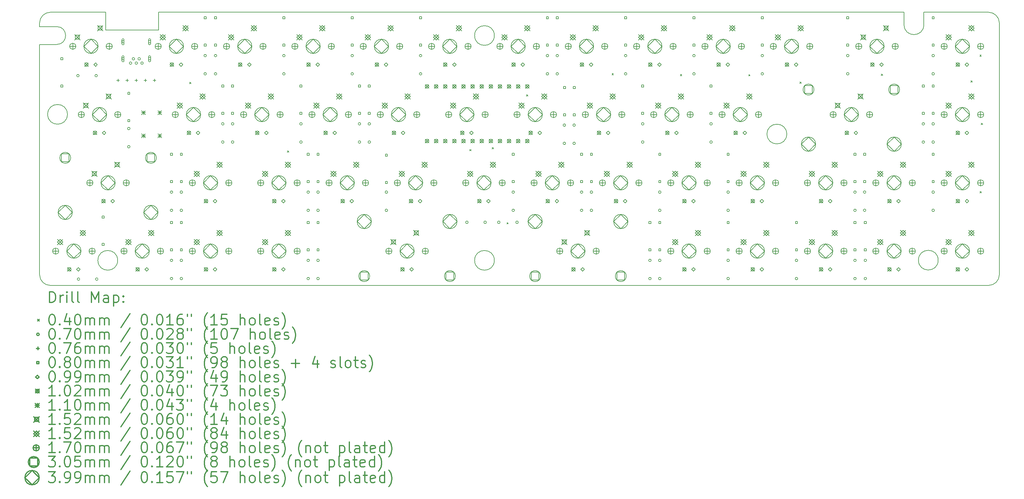
<source format=gbr>
%FSLAX45Y45*%
G04 Gerber Fmt 4.5, Leading zero omitted, Abs format (unit mm)*
G04 Created by KiCad (PCBNEW (5.1.6)-1) date 2020-07-14 13:56:55*
%MOMM*%
%LPD*%
G01*
G04 APERTURE LIST*
%TA.AperFunction,Profile*%
%ADD10C,0.200000*%
%TD*%
%ADD11C,0.200000*%
%ADD12C,0.300000*%
G04 APERTURE END LIST*
D10*
X26070000Y-1700000D02*
G75*
G02*
X25520000Y-1700000I-275000J0D01*
G01*
X2200000Y-4200000D02*
G75*
G03*
X2200000Y-4200000I-275000J0D01*
G01*
X22250000Y-4750000D02*
G75*
G03*
X22250000Y-4750000I-275000J0D01*
G01*
X3600000Y-8275000D02*
G75*
G03*
X3600000Y-8275000I-275000J0D01*
G01*
X28175000Y-8675000D02*
G75*
G02*
X27875000Y-8975000I-300000J0D01*
G01*
X1425000Y-1750000D02*
X1900000Y-1750000D01*
X25520000Y-1700000D02*
X25520000Y-1350000D01*
X1725000Y-8975000D02*
G75*
G02*
X1425000Y-8675000I0J300000D01*
G01*
X28175000Y-8675000D02*
X28175000Y-1650000D01*
X14100000Y-8275000D02*
G75*
G03*
X14100000Y-8275000I-275000J0D01*
G01*
X26070000Y-1350000D02*
X26070000Y-1700000D01*
X3265000Y-1350000D02*
X3265000Y-1850000D01*
X14100000Y-2000000D02*
G75*
G03*
X14100000Y-2000000I-275000J0D01*
G01*
X1425000Y-1650000D02*
G75*
G02*
X1725000Y-1350000I300000J0D01*
G01*
X1425000Y-8675000D02*
X1425000Y-2250000D01*
X26470000Y-8270000D02*
G75*
G03*
X26470000Y-8270000I-275000J0D01*
G01*
X27875000Y-1350000D02*
G75*
G02*
X28175000Y-1650000I0J-300000D01*
G01*
X27875000Y-8975000D02*
X1725000Y-8975000D01*
X1900000Y-1750000D02*
G75*
G02*
X1900000Y-2250000I0J-250000D01*
G01*
X4740000Y-1850000D02*
X4740000Y-1350000D01*
X1425000Y-2250000D02*
X1900000Y-2250000D01*
X27875000Y-1350000D02*
X26070000Y-1350000D01*
X3265000Y-1350000D02*
X1725000Y-1350000D01*
X1425000Y-1750000D02*
X1425000Y-1650000D01*
X4740000Y-1850000D02*
X3265000Y-1850000D01*
X25520000Y-1350000D02*
X4740000Y-1350000D01*
D11*
X5605000Y-3305000D02*
X5645000Y-3345000D01*
X5645000Y-3305000D02*
X5605000Y-3345000D01*
X8330250Y-5215250D02*
X8370250Y-5255250D01*
X8370250Y-5215250D02*
X8330250Y-5255250D01*
X13415000Y-5180000D02*
X13455000Y-5220000D01*
X13455000Y-5180000D02*
X13415000Y-5220000D01*
X14036000Y-5125000D02*
X14076000Y-5165000D01*
X14076000Y-5125000D02*
X14036000Y-5165000D01*
X14450000Y-7220000D02*
X14490000Y-7260000D01*
X14490000Y-7220000D02*
X14450000Y-7260000D01*
X14992500Y-3652500D02*
X15032500Y-3692500D01*
X15032500Y-3652500D02*
X14992500Y-3692500D01*
X17379000Y-3059000D02*
X17419000Y-3099000D01*
X17419000Y-3059000D02*
X17379000Y-3099000D01*
X19284000Y-3084000D02*
X19324000Y-3124000D01*
X19324000Y-3084000D02*
X19284000Y-3124000D01*
X21189000Y-3089000D02*
X21229000Y-3129000D01*
X21229000Y-3089000D02*
X21189000Y-3129000D01*
X22617750Y-3294002D02*
X22657750Y-3334002D01*
X22657750Y-3294002D02*
X22617750Y-3334002D01*
X24886750Y-3076750D02*
X24926750Y-3116750D01*
X24926750Y-3076750D02*
X24886750Y-3116750D01*
X27380250Y-3259750D02*
X27420250Y-3299750D01*
X27420250Y-3259750D02*
X27380250Y-3299750D01*
X27631000Y-2541000D02*
X27671000Y-2581000D01*
X27671000Y-2541000D02*
X27631000Y-2581000D01*
X27639000Y-6351000D02*
X27679000Y-6391000D01*
X27679000Y-6351000D02*
X27639000Y-6391000D01*
X27669000Y-4446000D02*
X27709000Y-4486000D01*
X27709000Y-4446000D02*
X27669000Y-4486000D01*
X24186500Y-6371000D02*
G75*
G03*
X24186500Y-6371000I-35000J0D01*
G01*
X24186500Y-6879000D02*
G75*
G03*
X24186500Y-6879000I-35000J0D01*
G01*
X16085250Y-4501000D02*
G75*
G03*
X16085250Y-4501000I-35000J0D01*
G01*
X16085250Y-5009000D02*
G75*
G03*
X16085250Y-5009000I-35000J0D01*
G01*
X20651000Y-6371000D02*
G75*
G03*
X20651000Y-6371000I-35000J0D01*
G01*
X20651000Y-6879000D02*
G75*
G03*
X20651000Y-6879000I-35000J0D01*
G01*
X8744750Y-4466000D02*
G75*
G03*
X8744750Y-4466000I-35000J0D01*
G01*
X8744750Y-4974000D02*
G75*
G03*
X8744750Y-4974000I-35000J0D01*
G01*
X11126000Y-6371000D02*
G75*
G03*
X11126000Y-6371000I-35000J0D01*
G01*
X11126000Y-6879000D02*
G75*
G03*
X11126000Y-6879000I-35000J0D01*
G01*
X26366000Y-2561000D02*
G75*
G03*
X26366000Y-2561000I-35000J0D01*
G01*
X26366000Y-3069000D02*
G75*
G03*
X26366000Y-3069000I-35000J0D01*
G01*
X18471500Y-8276000D02*
G75*
G03*
X18471500Y-8276000I-35000J0D01*
G01*
X18471500Y-8784000D02*
G75*
G03*
X18471500Y-8784000I-35000J0D01*
G01*
X24186500Y-8276000D02*
G75*
G03*
X24186500Y-8276000I-35000J0D01*
G01*
X24186500Y-8784000D02*
G75*
G03*
X24186500Y-8784000I-35000J0D01*
G01*
X18269750Y-4466000D02*
G75*
G03*
X18269750Y-4466000I-35000J0D01*
G01*
X18269750Y-4974000D02*
G75*
G03*
X18269750Y-4974000I-35000J0D01*
G01*
X3995000Y-2770000D02*
G75*
G03*
X3995000Y-2770000I-35000J0D01*
G01*
X4075000Y-2650000D02*
G75*
G03*
X4075000Y-2650000I-35000J0D01*
G01*
X4155000Y-2770000D02*
G75*
G03*
X4155000Y-2770000I-35000J0D01*
G01*
X4235000Y-2650000D02*
G75*
G03*
X4235000Y-2650000I-35000J0D01*
G01*
X4315000Y-2770000D02*
G75*
G03*
X4315000Y-2770000I-35000J0D01*
G01*
X26366000Y-4466000D02*
G75*
G03*
X26366000Y-4466000I-35000J0D01*
G01*
X26366000Y-4974000D02*
G75*
G03*
X26366000Y-4974000I-35000J0D01*
G01*
X26091500Y-4466000D02*
G75*
G03*
X26091500Y-4466000I-35000J0D01*
G01*
X26091500Y-4974000D02*
G75*
G03*
X26091500Y-4974000I-35000J0D01*
G01*
X23984750Y-2561000D02*
G75*
G03*
X23984750Y-2561000I-35000J0D01*
G01*
X23984750Y-3069000D02*
G75*
G03*
X23984750Y-3069000I-35000J0D01*
G01*
X3945875Y-4596000D02*
G75*
G03*
X3945875Y-4596000I-35000J0D01*
G01*
X3945875Y-5104000D02*
G75*
G03*
X3945875Y-5104000I-35000J0D01*
G01*
X8946500Y-8276000D02*
G75*
G03*
X8946500Y-8276000I-35000J0D01*
G01*
X8946500Y-8784000D02*
G75*
G03*
X8946500Y-8784000I-35000J0D01*
G01*
X24475000Y-8276000D02*
G75*
G03*
X24475000Y-8276000I-35000J0D01*
G01*
X24475000Y-8784000D02*
G75*
G03*
X24475000Y-8784000I-35000J0D01*
G01*
X5136500Y-8276000D02*
G75*
G03*
X5136500Y-8276000I-35000J0D01*
G01*
X5136500Y-8784000D02*
G75*
G03*
X5136500Y-8784000I-35000J0D01*
G01*
X6839750Y-4466000D02*
G75*
G03*
X6839750Y-4466000I-35000J0D01*
G01*
X6839750Y-4974000D02*
G75*
G03*
X6839750Y-4974000I-35000J0D01*
G01*
X17793500Y-2561000D02*
G75*
G03*
X17793500Y-2561000I-35000J0D01*
G01*
X17793500Y-3069000D02*
G75*
G03*
X17793500Y-3069000I-35000J0D01*
G01*
X14259000Y-7212000D02*
G75*
G03*
X14259000Y-7212000I-35000J0D01*
G01*
X14767000Y-7212000D02*
G75*
G03*
X14767000Y-7212000I-35000J0D01*
G01*
X2528500Y-3120000D02*
G75*
G03*
X2528500Y-3120000I-35000J0D01*
G01*
X3036500Y-3120000D02*
G75*
G03*
X3036500Y-3120000I-35000J0D01*
G01*
X2545000Y-8800000D02*
G75*
G03*
X2545000Y-8800000I-35000J0D01*
G01*
X3053000Y-8800000D02*
G75*
G03*
X3053000Y-8800000I-35000J0D01*
G01*
X18746000Y-8276000D02*
G75*
G03*
X18746000Y-8276000I-35000J0D01*
G01*
X18746000Y-8784000D02*
G75*
G03*
X18746000Y-8784000I-35000J0D01*
G01*
X26366000Y-6371000D02*
G75*
G03*
X26366000Y-6371000I-35000J0D01*
G01*
X26366000Y-6879000D02*
G75*
G03*
X26366000Y-6879000I-35000J0D01*
G01*
X16566500Y-6371000D02*
G75*
G03*
X16566500Y-6371000I-35000J0D01*
G01*
X16566500Y-6879000D02*
G75*
G03*
X16566500Y-6879000I-35000J0D01*
G01*
X15888500Y-2561000D02*
G75*
G03*
X15888500Y-2561000I-35000J0D01*
G01*
X15888500Y-3069000D02*
G75*
G03*
X15888500Y-3069000I-35000J0D01*
G01*
X21603500Y-2561000D02*
G75*
G03*
X21603500Y-2561000I-35000J0D01*
G01*
X21603500Y-3069000D02*
G75*
G03*
X21603500Y-3069000I-35000J0D01*
G01*
X12078500Y-2561000D02*
G75*
G03*
X12078500Y-2561000I-35000J0D01*
G01*
X12078500Y-3069000D02*
G75*
G03*
X12078500Y-3069000I-35000J0D01*
G01*
X19698500Y-2561000D02*
G75*
G03*
X19698500Y-2561000I-35000J0D01*
G01*
X19698500Y-3069000D02*
G75*
G03*
X19698500Y-3069000I-35000J0D01*
G01*
X14661500Y-6371000D02*
G75*
G03*
X14661500Y-6371000I-35000J0D01*
G01*
X14661500Y-6879000D02*
G75*
G03*
X14661500Y-6879000I-35000J0D01*
G01*
X9221000Y-6371000D02*
G75*
G03*
X9221000Y-6371000I-35000J0D01*
G01*
X9221000Y-6879000D02*
G75*
G03*
X9221000Y-6879000I-35000J0D01*
G01*
X9221000Y-8276000D02*
G75*
G03*
X9221000Y-8276000I-35000J0D01*
G01*
X9221000Y-8784000D02*
G75*
G03*
X9221000Y-8784000I-35000J0D01*
G01*
X24455000Y-6371000D02*
G75*
G03*
X24455000Y-6371000I-35000J0D01*
G01*
X24455000Y-6879000D02*
G75*
G03*
X24455000Y-6879000I-35000J0D01*
G01*
X16359750Y-4501000D02*
G75*
G03*
X16359750Y-4501000I-35000J0D01*
G01*
X16359750Y-5009000D02*
G75*
G03*
X16359750Y-5009000I-35000J0D01*
G01*
X10173500Y-2561000D02*
G75*
G03*
X10173500Y-2561000I-35000J0D01*
G01*
X10173500Y-3069000D02*
G75*
G03*
X10173500Y-3069000I-35000J0D01*
G01*
X22556000Y-8276000D02*
G75*
G03*
X22556000Y-8276000I-35000J0D01*
G01*
X22556000Y-8784000D02*
G75*
G03*
X22556000Y-8784000I-35000J0D01*
G01*
X13370000Y-7212000D02*
G75*
G03*
X13370000Y-7212000I-35000J0D01*
G01*
X13878000Y-7212000D02*
G75*
G03*
X13878000Y-7212000I-35000J0D01*
G01*
X6075000Y-2561000D02*
G75*
G03*
X6075000Y-2561000I-35000J0D01*
G01*
X6075000Y-3069000D02*
G75*
G03*
X6075000Y-3069000I-35000J0D01*
G01*
X20651000Y-8276000D02*
G75*
G03*
X20651000Y-8276000I-35000J0D01*
G01*
X20651000Y-8784000D02*
G75*
G03*
X20651000Y-8784000I-35000J0D01*
G01*
X20174750Y-4466000D02*
G75*
G03*
X20174750Y-4466000I-35000J0D01*
G01*
X20174750Y-4974000D02*
G75*
G03*
X20174750Y-4974000I-35000J0D01*
G01*
X5411000Y-8276000D02*
G75*
G03*
X5411000Y-8276000I-35000J0D01*
G01*
X5411000Y-8784000D02*
G75*
G03*
X5411000Y-8784000I-35000J0D01*
G01*
X16841000Y-6371000D02*
G75*
G03*
X16841000Y-6371000I-35000J0D01*
G01*
X16841000Y-6879000D02*
G75*
G03*
X16841000Y-6879000I-35000J0D01*
G01*
X10649750Y-4466000D02*
G75*
G03*
X10649750Y-4466000I-35000J0D01*
G01*
X10649750Y-4974000D02*
G75*
G03*
X10649750Y-4974000I-35000J0D01*
G01*
X6363500Y-2561000D02*
G75*
G03*
X6363500Y-2561000I-35000J0D01*
G01*
X6363500Y-3069000D02*
G75*
G03*
X6363500Y-3069000I-35000J0D01*
G01*
X6565250Y-4466000D02*
G75*
G03*
X6565250Y-4466000I-35000J0D01*
G01*
X6565250Y-4974000D02*
G75*
G03*
X6565250Y-4974000I-35000J0D01*
G01*
X10375250Y-4466000D02*
G75*
G03*
X10375250Y-4466000I-35000J0D01*
G01*
X10375250Y-4974000D02*
G75*
G03*
X10375250Y-4974000I-35000J0D01*
G01*
X5136500Y-6371000D02*
G75*
G03*
X5136500Y-6371000I-35000J0D01*
G01*
X5136500Y-6879000D02*
G75*
G03*
X5136500Y-6879000I-35000J0D01*
G01*
X18746000Y-6371000D02*
G75*
G03*
X18746000Y-6371000I-35000J0D01*
G01*
X18746000Y-6879000D02*
G75*
G03*
X18746000Y-6879000I-35000J0D01*
G01*
X5411000Y-6371000D02*
G75*
G03*
X5411000Y-6371000I-35000J0D01*
G01*
X5411000Y-6879000D02*
G75*
G03*
X5411000Y-6879000I-35000J0D01*
G01*
X8946500Y-6371000D02*
G75*
G03*
X8946500Y-6371000I-35000J0D01*
G01*
X8946500Y-6879000D02*
G75*
G03*
X8946500Y-6879000I-35000J0D01*
G01*
X8268500Y-2561000D02*
G75*
G03*
X8268500Y-2561000I-35000J0D01*
G01*
X8268500Y-3069000D02*
G75*
G03*
X8268500Y-3069000I-35000J0D01*
G01*
X15614000Y-2561000D02*
G75*
G03*
X15614000Y-2561000I-35000J0D01*
G01*
X15614000Y-3069000D02*
G75*
G03*
X15614000Y-3069000I-35000J0D01*
G01*
X3612000Y-3211900D02*
X3612000Y-3288100D01*
X3573900Y-3250000D02*
X3650100Y-3250000D01*
X3866000Y-3211900D02*
X3866000Y-3288100D01*
X3827900Y-3250000D02*
X3904100Y-3250000D01*
X4120000Y-3211900D02*
X4120000Y-3288100D01*
X4081900Y-3250000D02*
X4158100Y-3250000D01*
X4374000Y-3211900D02*
X4374000Y-3288100D01*
X4335900Y-3250000D02*
X4412100Y-3250000D01*
X4628000Y-3211900D02*
X4628000Y-3288100D01*
X4589900Y-3250000D02*
X4666100Y-3250000D01*
X6833034Y-3437284D02*
X6833034Y-3380715D01*
X6776465Y-3380715D01*
X6776465Y-3437284D01*
X6833034Y-3437284D01*
X6833034Y-4199285D02*
X6833034Y-4142715D01*
X6776465Y-4142715D01*
X6776465Y-4199285D01*
X6833034Y-4199285D01*
X8939785Y-7247284D02*
X8939785Y-7190715D01*
X8883216Y-7190715D01*
X8883216Y-7247284D01*
X8939785Y-7247284D01*
X8939785Y-8009284D02*
X8939785Y-7952715D01*
X8883216Y-7952715D01*
X8883216Y-8009284D01*
X8939785Y-8009284D01*
X5404285Y-7247284D02*
X5404285Y-7190715D01*
X5347716Y-7190715D01*
X5347716Y-7247284D01*
X5404285Y-7247284D01*
X5404285Y-8009284D02*
X5404285Y-7952715D01*
X5347716Y-7952715D01*
X5347716Y-8009284D01*
X5404285Y-8009284D01*
X18739285Y-5342285D02*
X18739285Y-5285716D01*
X18682716Y-5285716D01*
X18682716Y-5342285D01*
X18739285Y-5342285D01*
X18739285Y-6104284D02*
X18739285Y-6047715D01*
X18682716Y-6047715D01*
X18682716Y-6104284D01*
X18739285Y-6104284D01*
X24179784Y-7247284D02*
X24179784Y-7190715D01*
X24123215Y-7190715D01*
X24123215Y-7247284D01*
X24179784Y-7247284D01*
X24179784Y-8009284D02*
X24179784Y-7952715D01*
X24123215Y-7952715D01*
X24123215Y-8009284D01*
X24179784Y-8009284D01*
X16083534Y-3482284D02*
X16083534Y-3425715D01*
X16026965Y-3425715D01*
X16026965Y-3482284D01*
X16083534Y-3482284D01*
X16083534Y-4244285D02*
X16083534Y-4187715D01*
X16026965Y-4187715D01*
X16026965Y-4244285D01*
X16083534Y-4244285D01*
X23978034Y-1532284D02*
X23978034Y-1475715D01*
X23921465Y-1475715D01*
X23921465Y-1532284D01*
X23978034Y-1532284D01*
X23978034Y-2294285D02*
X23978034Y-2237716D01*
X23921465Y-2237716D01*
X23921465Y-2294285D01*
X23978034Y-2294285D01*
X9214285Y-5342285D02*
X9214285Y-5285716D01*
X9157716Y-5285716D01*
X9157716Y-5342285D01*
X9214285Y-5342285D01*
X9214285Y-6104284D02*
X9214285Y-6047715D01*
X9157716Y-6047715D01*
X9157716Y-6104284D01*
X9214285Y-6104284D01*
X8738035Y-3437284D02*
X8738035Y-3380715D01*
X8681466Y-3380715D01*
X8681466Y-3437284D01*
X8738035Y-3437284D01*
X8738035Y-4199285D02*
X8738035Y-4142715D01*
X8681466Y-4142715D01*
X8681466Y-4199285D01*
X8738035Y-4199285D01*
X15881784Y-1532284D02*
X15881784Y-1475715D01*
X15825215Y-1475715D01*
X15825215Y-1532284D01*
X15881784Y-1532284D01*
X15881784Y-2294285D02*
X15881784Y-2237716D01*
X15825215Y-2237716D01*
X15825215Y-2294285D01*
X15881784Y-2294285D01*
X26359284Y-5342285D02*
X26359284Y-5285716D01*
X26302715Y-5285716D01*
X26302715Y-5342285D01*
X26359284Y-5342285D01*
X26359284Y-6104284D02*
X26359284Y-6047715D01*
X26302715Y-6047715D01*
X26302715Y-6104284D01*
X26359284Y-6104284D01*
X19691785Y-1532284D02*
X19691785Y-1475715D01*
X19635216Y-1475715D01*
X19635216Y-1532284D01*
X19691785Y-1532284D01*
X19691785Y-2294285D02*
X19691785Y-2237716D01*
X19635216Y-2237716D01*
X19635216Y-2294285D01*
X19691785Y-2294285D01*
X20644285Y-7247284D02*
X20644285Y-7190715D01*
X20587716Y-7190715D01*
X20587716Y-7247284D01*
X20644285Y-7247284D01*
X20644285Y-8009284D02*
X20644285Y-7952715D01*
X20587716Y-7952715D01*
X20587716Y-8009284D01*
X20644285Y-8009284D01*
X6068284Y-1532284D02*
X6068284Y-1475715D01*
X6011715Y-1475715D01*
X6011715Y-1532284D01*
X6068284Y-1532284D01*
X6068284Y-2294285D02*
X6068284Y-2237716D01*
X6011715Y-2237716D01*
X6011715Y-2294285D01*
X6068284Y-2294285D01*
X6356784Y-1532284D02*
X6356784Y-1475715D01*
X6300215Y-1475715D01*
X6300215Y-1532284D01*
X6356784Y-1532284D01*
X6356784Y-2294285D02*
X6356784Y-2237716D01*
X6300215Y-2237716D01*
X6300215Y-2294285D01*
X6356784Y-2294285D01*
X12071784Y-1532284D02*
X12071784Y-1475715D01*
X12015215Y-1475715D01*
X12015215Y-1532284D01*
X12071784Y-1532284D01*
X12071784Y-2294285D02*
X12071784Y-2237716D01*
X12015215Y-2237716D01*
X12015215Y-2294285D01*
X12071784Y-2294285D01*
X26359284Y-3437284D02*
X26359284Y-3380715D01*
X26302715Y-3380715D01*
X26302715Y-3437284D01*
X26359284Y-3437284D01*
X26359284Y-4199285D02*
X26359284Y-4142715D01*
X26302715Y-4142715D01*
X26302715Y-4199285D01*
X26359284Y-4199285D01*
X18739285Y-7247284D02*
X18739285Y-7190715D01*
X18682716Y-7190715D01*
X18682716Y-7247284D01*
X18739285Y-7247284D01*
X18739285Y-8009284D02*
X18739285Y-7952715D01*
X18682716Y-7952715D01*
X18682716Y-8009284D01*
X18739285Y-8009284D01*
X26084784Y-3437284D02*
X26084784Y-3380715D01*
X26028215Y-3380715D01*
X26028215Y-3437284D01*
X26084784Y-3437284D01*
X26084784Y-4199285D02*
X26084784Y-4142715D01*
X26028215Y-4142715D01*
X26028215Y-4199285D01*
X26084784Y-4199285D01*
X22549284Y-7247284D02*
X22549284Y-7190715D01*
X22492715Y-7190715D01*
X22492715Y-7247284D01*
X22549284Y-7247284D01*
X22549284Y-8009284D02*
X22549284Y-7952715D01*
X22492715Y-7952715D01*
X22492715Y-8009284D01*
X22549284Y-8009284D01*
X10643035Y-3437284D02*
X10643035Y-3380715D01*
X10586466Y-3380715D01*
X10586466Y-3437284D01*
X10643035Y-3437284D01*
X10643035Y-4199285D02*
X10643035Y-4142715D01*
X10586466Y-4142715D01*
X10586466Y-4199285D01*
X10643035Y-4199285D01*
X5129785Y-5342285D02*
X5129785Y-5285716D01*
X5073216Y-5285716D01*
X5073216Y-5342285D01*
X5129785Y-5342285D01*
X5129785Y-6104284D02*
X5129785Y-6047715D01*
X5073216Y-6047715D01*
X5073216Y-6104284D01*
X5129785Y-6104284D01*
X16559784Y-5342285D02*
X16559784Y-5285716D01*
X16503215Y-5285716D01*
X16503215Y-5342285D01*
X16559784Y-5342285D01*
X16559784Y-6104284D02*
X16559784Y-6047715D01*
X16503215Y-6047715D01*
X16503215Y-6104284D01*
X16559784Y-6104284D01*
X17786785Y-1532284D02*
X17786785Y-1475715D01*
X17730216Y-1475715D01*
X17730216Y-1532284D01*
X17786785Y-1532284D01*
X17786785Y-2294285D02*
X17786785Y-2237716D01*
X17730216Y-2237716D01*
X17730216Y-2294285D01*
X17786785Y-2294285D01*
X24468284Y-7247284D02*
X24468284Y-7190715D01*
X24411715Y-7190715D01*
X24411715Y-7247284D01*
X24468284Y-7247284D01*
X24468284Y-8009284D02*
X24468284Y-7952715D01*
X24411715Y-7952715D01*
X24411715Y-8009284D01*
X24468284Y-8009284D01*
X16358034Y-3482284D02*
X16358034Y-3425715D01*
X16301465Y-3425715D01*
X16301465Y-3482284D01*
X16358034Y-3482284D01*
X16358034Y-4244285D02*
X16358034Y-4187715D01*
X16301465Y-4187715D01*
X16301465Y-4244285D01*
X16358034Y-4244285D01*
X21596785Y-1532284D02*
X21596785Y-1475715D01*
X21540216Y-1475715D01*
X21540216Y-1532284D01*
X21596785Y-1532284D01*
X21596785Y-2294285D02*
X21596785Y-2237716D01*
X21540216Y-2237716D01*
X21540216Y-2294285D01*
X21596785Y-2294285D01*
X8939785Y-5342285D02*
X8939785Y-5285716D01*
X8883216Y-5285716D01*
X8883216Y-5342285D01*
X8939785Y-5342285D01*
X8939785Y-6104284D02*
X8939785Y-6047715D01*
X8883216Y-6047715D01*
X8883216Y-6104284D01*
X8939785Y-6104284D01*
X10166785Y-1532284D02*
X10166785Y-1475715D01*
X10110216Y-1475715D01*
X10110216Y-1532284D01*
X10166785Y-1532284D01*
X10166785Y-2294285D02*
X10166785Y-2237716D01*
X10110216Y-2237716D01*
X10110216Y-2294285D01*
X10166785Y-2294285D01*
X5404285Y-5342285D02*
X5404285Y-5285716D01*
X5347716Y-5285716D01*
X5347716Y-5342285D01*
X5404285Y-5342285D01*
X5404285Y-6104284D02*
X5404285Y-6047715D01*
X5347716Y-6047715D01*
X5347716Y-6104284D01*
X5404285Y-6104284D01*
X18464785Y-7247284D02*
X18464785Y-7190715D01*
X18408216Y-7190715D01*
X18408216Y-7247284D01*
X18464785Y-7247284D01*
X18464785Y-8009284D02*
X18464785Y-7952715D01*
X18408216Y-7952715D01*
X18408216Y-8009284D01*
X18464785Y-8009284D01*
X9214285Y-7247284D02*
X9214285Y-7190715D01*
X9157716Y-7190715D01*
X9157716Y-7247284D01*
X9214285Y-7247284D01*
X9214285Y-8009284D02*
X9214285Y-7952715D01*
X9157716Y-7952715D01*
X9157716Y-8009284D01*
X9214285Y-8009284D01*
X24179784Y-5342285D02*
X24179784Y-5285716D01*
X24123215Y-5285716D01*
X24123215Y-5342285D01*
X24179784Y-5342285D01*
X24179784Y-6104284D02*
X24179784Y-6047715D01*
X24123215Y-6047715D01*
X24123215Y-6104284D01*
X24179784Y-6104284D01*
X18263035Y-3437284D02*
X18263035Y-3380715D01*
X18206466Y-3380715D01*
X18206466Y-3437284D01*
X18263035Y-3437284D01*
X18263035Y-4199285D02*
X18263035Y-4142715D01*
X18206466Y-4142715D01*
X18206466Y-4199285D01*
X18263035Y-4199285D01*
X3778284Y-2203285D02*
X3778284Y-2146716D01*
X3721715Y-2146716D01*
X3721715Y-2203285D01*
X3778284Y-2203285D01*
X3720000Y-2120000D02*
X3720000Y-2230000D01*
X3780000Y-2120000D02*
X3780000Y-2230000D01*
X3720000Y-2230000D02*
G75*
G03*
X3780000Y-2230000I30000J0D01*
G01*
X3780000Y-2120000D02*
G75*
G03*
X3720000Y-2120000I-30000J0D01*
G01*
X3778284Y-2678285D02*
X3778284Y-2621716D01*
X3721715Y-2621716D01*
X3721715Y-2678285D01*
X3778284Y-2678285D01*
X3720000Y-2595000D02*
X3720000Y-2705000D01*
X3780000Y-2595000D02*
X3780000Y-2705000D01*
X3720000Y-2705000D02*
G75*
G03*
X3780000Y-2705000I30000J0D01*
G01*
X3780000Y-2595000D02*
G75*
G03*
X3720000Y-2595000I-30000J0D01*
G01*
X4518285Y-2203285D02*
X4518285Y-2146716D01*
X4461716Y-2146716D01*
X4461716Y-2203285D01*
X4518285Y-2203285D01*
X4460000Y-2120000D02*
X4460000Y-2230000D01*
X4520000Y-2120000D02*
X4520000Y-2230000D01*
X4460000Y-2230000D02*
G75*
G03*
X4520000Y-2230000I30000J0D01*
G01*
X4520000Y-2120000D02*
G75*
G03*
X4460000Y-2120000I-30000J0D01*
G01*
X4518285Y-2678285D02*
X4518285Y-2621716D01*
X4461716Y-2621716D01*
X4461716Y-2678285D01*
X4518285Y-2678285D01*
X4460000Y-2595000D02*
X4460000Y-2705000D01*
X4520000Y-2595000D02*
X4520000Y-2705000D01*
X4460000Y-2705000D02*
G75*
G03*
X4520000Y-2705000I30000J0D01*
G01*
X4520000Y-2595000D02*
G75*
G03*
X4460000Y-2595000I-30000J0D01*
G01*
X6558534Y-3437284D02*
X6558534Y-3380715D01*
X6501965Y-3380715D01*
X6501965Y-3437284D01*
X6558534Y-3437284D01*
X6558534Y-4199285D02*
X6558534Y-4142715D01*
X6501965Y-4142715D01*
X6501965Y-4199285D01*
X6558534Y-4199285D01*
X8261784Y-1532284D02*
X8261784Y-1475715D01*
X8205215Y-1475715D01*
X8205215Y-1532284D01*
X8261784Y-1532284D01*
X8261784Y-2294285D02*
X8261784Y-2237716D01*
X8205215Y-2237716D01*
X8205215Y-2294285D01*
X8261784Y-2294285D01*
X3939159Y-3641284D02*
X3939159Y-3584715D01*
X3882590Y-3584715D01*
X3882590Y-3641284D01*
X3939159Y-3641284D01*
X3939159Y-4403285D02*
X3939159Y-4346716D01*
X3882590Y-4346716D01*
X3882590Y-4403285D01*
X3939159Y-4403285D01*
X15607284Y-1532284D02*
X15607284Y-1475715D01*
X15550715Y-1475715D01*
X15550715Y-1532284D01*
X15607284Y-1532284D01*
X15607284Y-2294285D02*
X15607284Y-2237716D01*
X15550715Y-2237716D01*
X15550715Y-2294285D01*
X15607284Y-2294285D01*
X20168035Y-3437284D02*
X20168035Y-3380715D01*
X20111466Y-3380715D01*
X20111466Y-3437284D01*
X20168035Y-3437284D01*
X20168035Y-4199285D02*
X20168035Y-4142715D01*
X20111466Y-4142715D01*
X20111466Y-4199285D01*
X20168035Y-4199285D01*
X20644285Y-5342285D02*
X20644285Y-5285716D01*
X20587716Y-5285716D01*
X20587716Y-5342285D01*
X20644285Y-5342285D01*
X20644285Y-6104284D02*
X20644285Y-6047715D01*
X20587716Y-6047715D01*
X20587716Y-6104284D01*
X20644285Y-6104284D01*
X16834285Y-5342285D02*
X16834285Y-5285716D01*
X16777716Y-5285716D01*
X16777716Y-5342285D01*
X16834285Y-5342285D01*
X16834285Y-6104284D02*
X16834285Y-6047715D01*
X16777716Y-6047715D01*
X16777716Y-6104284D01*
X16834285Y-6104284D01*
X3224784Y-7097284D02*
X3224784Y-7040715D01*
X3168215Y-7040715D01*
X3168215Y-7097284D01*
X3224784Y-7097284D01*
X3224784Y-7859284D02*
X3224784Y-7802715D01*
X3168215Y-7802715D01*
X3168215Y-7859284D01*
X3224784Y-7859284D01*
X2070534Y-2677285D02*
X2070534Y-2620716D01*
X2013965Y-2620716D01*
X2013965Y-2677285D01*
X2070534Y-2677285D01*
X2070534Y-3439284D02*
X2070534Y-3382715D01*
X2013965Y-3382715D01*
X2013965Y-3439284D01*
X2070534Y-3439284D01*
X5129785Y-7247284D02*
X5129785Y-7190715D01*
X5073216Y-7190715D01*
X5073216Y-7247284D01*
X5129785Y-7247284D01*
X5129785Y-8009284D02*
X5129785Y-7952715D01*
X5073216Y-7952715D01*
X5073216Y-8009284D01*
X5129785Y-8009284D01*
X10368535Y-3437284D02*
X10368535Y-3380715D01*
X10311966Y-3380715D01*
X10311966Y-3437284D01*
X10368535Y-3437284D01*
X10368535Y-4199285D02*
X10368535Y-4142715D01*
X10311966Y-4142715D01*
X10311966Y-4199285D01*
X10368535Y-4199285D01*
X26359284Y-1532284D02*
X26359284Y-1475715D01*
X26302715Y-1475715D01*
X26302715Y-1532284D01*
X26359284Y-1532284D01*
X26359284Y-2294285D02*
X26359284Y-2237716D01*
X26302715Y-2237716D01*
X26302715Y-2294285D01*
X26359284Y-2294285D01*
X11118285Y-5367285D02*
X11118285Y-5310716D01*
X11061716Y-5310716D01*
X11061716Y-5367285D01*
X11118285Y-5367285D01*
X11118285Y-6129284D02*
X11118285Y-6072715D01*
X11061716Y-6072715D01*
X11061716Y-6129284D01*
X11118285Y-6129284D01*
X24448284Y-5342285D02*
X24448284Y-5285716D01*
X24391715Y-5285716D01*
X24391715Y-5342285D01*
X24448284Y-5342285D01*
X24448284Y-6104284D02*
X24448284Y-6047715D01*
X24391715Y-6047715D01*
X24391715Y-6104284D01*
X24448284Y-6104284D01*
X14654784Y-5342285D02*
X14654784Y-5285716D01*
X14598215Y-5285716D01*
X14598215Y-5342285D01*
X14654784Y-5342285D01*
X14654784Y-6104284D02*
X14654784Y-6047715D01*
X14598215Y-6047715D01*
X14598215Y-6104284D01*
X14654784Y-6104284D01*
X4413250Y-8574530D02*
X4462780Y-8525000D01*
X4413250Y-8475470D01*
X4363720Y-8525000D01*
X4413250Y-8574530D01*
X6318250Y-6669530D02*
X6367780Y-6620000D01*
X6318250Y-6570470D01*
X6268720Y-6620000D01*
X6318250Y-6669530D01*
X12985750Y-2859530D02*
X13035280Y-2810000D01*
X12985750Y-2760470D01*
X12936220Y-2810000D01*
X12985750Y-2859530D01*
X27274500Y-6669530D02*
X27324030Y-6620000D01*
X27274500Y-6570470D01*
X27224970Y-6620000D01*
X27274500Y-6669530D01*
X9175750Y-2859530D02*
X9225280Y-2810000D01*
X9175750Y-2760470D01*
X9126220Y-2810000D01*
X9175750Y-2859530D01*
X15844500Y-6669530D02*
X15894030Y-6620000D01*
X15844500Y-6570470D01*
X15794970Y-6620000D01*
X15844500Y-6669530D01*
X12033250Y-6669530D02*
X12082780Y-6620000D01*
X12033250Y-6570470D01*
X11983720Y-6620000D01*
X12033250Y-6669530D01*
X8222000Y-6669530D02*
X8271530Y-6620000D01*
X8222000Y-6570470D01*
X8172470Y-6620000D01*
X8222000Y-6669530D01*
X6318250Y-8574530D02*
X6367780Y-8525000D01*
X6318250Y-8475470D01*
X6268720Y-8525000D01*
X6318250Y-8574530D01*
X3460750Y-6669530D02*
X3510280Y-6620000D01*
X3460750Y-6570470D01*
X3411220Y-6620000D01*
X3460750Y-6669530D01*
X25368250Y-6669530D02*
X25417780Y-6620000D01*
X25368250Y-6570470D01*
X25318720Y-6620000D01*
X25368250Y-6669530D01*
X19177000Y-4764530D02*
X19226530Y-4715000D01*
X19177000Y-4665470D01*
X19127470Y-4715000D01*
X19177000Y-4764530D01*
X5842000Y-4764530D02*
X5891530Y-4715000D01*
X5842000Y-4665470D01*
X5792470Y-4715000D01*
X5842000Y-4764530D01*
X14890750Y-2859530D02*
X14940280Y-2810000D01*
X14890750Y-2760470D01*
X14841220Y-2810000D01*
X14890750Y-2859530D01*
X11795125Y-8574530D02*
X11844655Y-8525000D01*
X11795125Y-8475470D01*
X11745595Y-8525000D01*
X11795125Y-8574530D01*
X27273250Y-4764530D02*
X27322780Y-4715000D01*
X27273250Y-4665470D01*
X27223720Y-4715000D01*
X27273250Y-4764530D01*
X3222625Y-4764530D02*
X3272155Y-4715000D01*
X3222625Y-4665470D01*
X3173095Y-4715000D01*
X3222625Y-4764530D01*
X13938250Y-6669530D02*
X13987780Y-6620000D01*
X13938250Y-6570470D01*
X13888720Y-6620000D01*
X13938250Y-6669530D01*
X18700750Y-2859530D02*
X18750280Y-2810000D01*
X18700750Y-2760470D01*
X18651220Y-2810000D01*
X18700750Y-2859530D01*
X24177625Y-4764530D02*
X24227155Y-4715000D01*
X24177625Y-4665470D01*
X24128095Y-4715000D01*
X24177625Y-4764530D01*
X19653250Y-8574530D02*
X19702780Y-8525000D01*
X19653250Y-8475470D01*
X19603720Y-8525000D01*
X19653250Y-8574530D01*
X9652000Y-4764530D02*
X9701530Y-4715000D01*
X9652000Y-4665470D01*
X9602470Y-4715000D01*
X9652000Y-4764530D01*
X13462000Y-4764530D02*
X13511530Y-4715000D01*
X13462000Y-4665470D01*
X13412470Y-4715000D01*
X13462000Y-4764530D01*
X24892000Y-2859530D02*
X24941530Y-2810000D01*
X24892000Y-2760470D01*
X24842470Y-2810000D01*
X24892000Y-2859530D01*
X8223250Y-8574530D02*
X8272780Y-8525000D01*
X8223250Y-8475470D01*
X8173720Y-8525000D01*
X8223250Y-8574530D01*
X2984500Y-2859530D02*
X3034030Y-2810000D01*
X2984500Y-2760470D01*
X2934970Y-2810000D01*
X2984500Y-2859530D01*
X7270750Y-2859530D02*
X7320280Y-2810000D01*
X7270750Y-2760470D01*
X7221220Y-2810000D01*
X7270750Y-2859530D01*
X23463250Y-6669530D02*
X23512780Y-6620000D01*
X23463250Y-6570470D01*
X23413720Y-6620000D01*
X23463250Y-6669530D01*
X23463250Y-8574530D02*
X23512780Y-8525000D01*
X23463250Y-8475470D01*
X23413720Y-8525000D01*
X23463250Y-8574530D01*
X17272000Y-4764530D02*
X17321530Y-4715000D01*
X17272000Y-4665470D01*
X17222470Y-4715000D01*
X17272000Y-4764530D01*
X27273250Y-8574530D02*
X27322780Y-8525000D01*
X27273250Y-8475470D01*
X27223720Y-8525000D01*
X27273250Y-8574530D01*
X11080750Y-2859530D02*
X11130280Y-2810000D01*
X11080750Y-2760470D01*
X11031220Y-2810000D01*
X11080750Y-2859530D01*
X16795750Y-2859530D02*
X16845280Y-2810000D01*
X16795750Y-2760470D01*
X16746220Y-2810000D01*
X16795750Y-2859530D01*
X5365750Y-2859530D02*
X5415280Y-2810000D01*
X5365750Y-2760470D01*
X5316220Y-2810000D01*
X5365750Y-2859530D01*
X19653250Y-6669530D02*
X19702780Y-6620000D01*
X19653250Y-6570470D01*
X19603720Y-6620000D01*
X19653250Y-6669530D01*
X15367000Y-4764530D02*
X15416530Y-4715000D01*
X15367000Y-4665470D01*
X15317470Y-4715000D01*
X15367000Y-4764530D01*
X17747000Y-6669530D02*
X17796530Y-6620000D01*
X17747000Y-6570470D01*
X17697470Y-6620000D01*
X17747000Y-6669530D01*
X7747000Y-4764530D02*
X7796530Y-4715000D01*
X7747000Y-4665470D01*
X7697470Y-4715000D01*
X7747000Y-4764530D01*
X25368250Y-8574530D02*
X25417780Y-8525000D01*
X25368250Y-8475470D01*
X25318720Y-8525000D01*
X25368250Y-8574530D01*
X27273250Y-2859530D02*
X27322780Y-2810000D01*
X27273250Y-2760470D01*
X27223720Y-2810000D01*
X27273250Y-2859530D01*
X22510750Y-2859530D02*
X22560280Y-2810000D01*
X22510750Y-2760470D01*
X22461220Y-2810000D01*
X22510750Y-2859530D01*
X21558250Y-8574530D02*
X21607780Y-8525000D01*
X21558250Y-8475470D01*
X21508720Y-8525000D01*
X21558250Y-8574530D01*
X21079500Y-4764530D02*
X21129030Y-4715000D01*
X21079500Y-4665470D01*
X21029970Y-4715000D01*
X21079500Y-4764530D01*
X16559500Y-8574530D02*
X16609030Y-8525000D01*
X16559500Y-8475470D01*
X16509970Y-8525000D01*
X16559500Y-8574530D01*
X11557000Y-4764530D02*
X11606530Y-4715000D01*
X11557000Y-4665470D01*
X11507470Y-4715000D01*
X11557000Y-4764530D01*
X2508250Y-8574530D02*
X2557780Y-8525000D01*
X2508250Y-8475470D01*
X2458720Y-8525000D01*
X2508250Y-8574530D01*
X21558250Y-6669530D02*
X21607780Y-6620000D01*
X21558250Y-6570470D01*
X21508720Y-6620000D01*
X21558250Y-6669530D01*
X20605750Y-2859530D02*
X20655280Y-2810000D01*
X20605750Y-2760470D01*
X20556220Y-2810000D01*
X20605750Y-2859530D01*
X10128250Y-6669530D02*
X10177780Y-6620000D01*
X10128250Y-6570470D01*
X10078720Y-6620000D01*
X10128250Y-6669530D01*
X19348450Y-6569200D02*
X19450050Y-6670800D01*
X19450050Y-6569200D02*
X19348450Y-6670800D01*
X19450050Y-6620000D02*
G75*
G03*
X19450050Y-6620000I-50800J0D01*
G01*
X15062200Y-4664200D02*
X15163800Y-4765800D01*
X15163800Y-4664200D02*
X15062200Y-4765800D01*
X15163800Y-4715000D02*
G75*
G03*
X15163800Y-4715000I-50800J0D01*
G01*
X17442200Y-6569200D02*
X17543800Y-6670800D01*
X17543800Y-6569200D02*
X17442200Y-6670800D01*
X17543800Y-6620000D02*
G75*
G03*
X17543800Y-6620000I-50800J0D01*
G01*
X7442200Y-4664200D02*
X7543800Y-4765800D01*
X7543800Y-4664200D02*
X7442200Y-4765800D01*
X7543800Y-4715000D02*
G75*
G03*
X7543800Y-4715000I-50800J0D01*
G01*
X25063450Y-8474200D02*
X25165050Y-8575800D01*
X25165050Y-8474200D02*
X25063450Y-8575800D01*
X25165050Y-8525000D02*
G75*
G03*
X25165050Y-8525000I-50800J0D01*
G01*
X26968450Y-2759200D02*
X27070050Y-2860800D01*
X27070050Y-2759200D02*
X26968450Y-2860800D01*
X27070050Y-2810000D02*
G75*
G03*
X27070050Y-2810000I-50800J0D01*
G01*
X22205950Y-2759200D02*
X22307550Y-2860800D01*
X22307550Y-2759200D02*
X22205950Y-2860800D01*
X22307550Y-2810000D02*
G75*
G03*
X22307550Y-2810000I-50800J0D01*
G01*
X21253450Y-8474200D02*
X21355050Y-8575800D01*
X21355050Y-8474200D02*
X21253450Y-8575800D01*
X21355050Y-8525000D02*
G75*
G03*
X21355050Y-8525000I-50800J0D01*
G01*
X20774700Y-4664200D02*
X20876300Y-4765800D01*
X20876300Y-4664200D02*
X20774700Y-4765800D01*
X20876300Y-4715000D02*
G75*
G03*
X20876300Y-4715000I-50800J0D01*
G01*
X16254700Y-8474200D02*
X16356300Y-8575800D01*
X16356300Y-8474200D02*
X16254700Y-8575800D01*
X16356300Y-8525000D02*
G75*
G03*
X16356300Y-8525000I-50800J0D01*
G01*
X11252200Y-4664200D02*
X11353800Y-4765800D01*
X11353800Y-4664200D02*
X11252200Y-4765800D01*
X11353800Y-4715000D02*
G75*
G03*
X11353800Y-4715000I-50800J0D01*
G01*
X2203450Y-8474200D02*
X2305050Y-8575800D01*
X2305050Y-8474200D02*
X2203450Y-8575800D01*
X2305050Y-8525000D02*
G75*
G03*
X2305050Y-8525000I-50800J0D01*
G01*
X21253450Y-6569200D02*
X21355050Y-6670800D01*
X21355050Y-6569200D02*
X21253450Y-6670800D01*
X21355050Y-6620000D02*
G75*
G03*
X21355050Y-6620000I-50800J0D01*
G01*
X20300950Y-2759200D02*
X20402550Y-2860800D01*
X20402550Y-2759200D02*
X20300950Y-2860800D01*
X20402550Y-2810000D02*
G75*
G03*
X20402550Y-2810000I-50800J0D01*
G01*
X9823450Y-6569200D02*
X9925050Y-6670800D01*
X9925050Y-6569200D02*
X9823450Y-6670800D01*
X9925050Y-6620000D02*
G75*
G03*
X9925050Y-6620000I-50800J0D01*
G01*
X4108450Y-8474200D02*
X4210050Y-8575800D01*
X4210050Y-8474200D02*
X4108450Y-8575800D01*
X4210050Y-8525000D02*
G75*
G03*
X4210050Y-8525000I-50800J0D01*
G01*
X6013450Y-6569200D02*
X6115050Y-6670800D01*
X6115050Y-6569200D02*
X6013450Y-6670800D01*
X6115050Y-6620000D02*
G75*
G03*
X6115050Y-6620000I-50800J0D01*
G01*
X12680950Y-2759200D02*
X12782550Y-2860800D01*
X12782550Y-2759200D02*
X12680950Y-2860800D01*
X12782550Y-2810000D02*
G75*
G03*
X12782550Y-2810000I-50800J0D01*
G01*
X26969700Y-6569200D02*
X27071300Y-6670800D01*
X27071300Y-6569200D02*
X26969700Y-6670800D01*
X27071300Y-6620000D02*
G75*
G03*
X27071300Y-6620000I-50800J0D01*
G01*
X8870950Y-2759200D02*
X8972550Y-2860800D01*
X8972550Y-2759200D02*
X8870950Y-2860800D01*
X8972550Y-2810000D02*
G75*
G03*
X8972550Y-2810000I-50800J0D01*
G01*
X15539700Y-6569200D02*
X15641300Y-6670800D01*
X15641300Y-6569200D02*
X15539700Y-6670800D01*
X15641300Y-6620000D02*
G75*
G03*
X15641300Y-6620000I-50800J0D01*
G01*
X11728450Y-6569200D02*
X11830050Y-6670800D01*
X11830050Y-6569200D02*
X11728450Y-6670800D01*
X11830050Y-6620000D02*
G75*
G03*
X11830050Y-6620000I-50800J0D01*
G01*
X7917200Y-6569200D02*
X8018800Y-6670800D01*
X8018800Y-6569200D02*
X7917200Y-6670800D01*
X8018800Y-6620000D02*
G75*
G03*
X8018800Y-6620000I-50800J0D01*
G01*
X12174200Y-3369200D02*
X12275800Y-3470800D01*
X12275800Y-3369200D02*
X12174200Y-3470800D01*
X12275800Y-3420000D02*
G75*
G03*
X12275800Y-3420000I-50800J0D01*
G01*
X12174200Y-4893200D02*
X12275800Y-4994800D01*
X12275800Y-4893200D02*
X12174200Y-4994800D01*
X12275800Y-4944000D02*
G75*
G03*
X12275800Y-4944000I-50800J0D01*
G01*
X12428200Y-3369200D02*
X12529800Y-3470800D01*
X12529800Y-3369200D02*
X12428200Y-3470800D01*
X12529800Y-3420000D02*
G75*
G03*
X12529800Y-3420000I-50800J0D01*
G01*
X12428200Y-4893200D02*
X12529800Y-4994800D01*
X12529800Y-4893200D02*
X12428200Y-4994800D01*
X12529800Y-4944000D02*
G75*
G03*
X12529800Y-4944000I-50800J0D01*
G01*
X12682200Y-3369200D02*
X12783800Y-3470800D01*
X12783800Y-3369200D02*
X12682200Y-3470800D01*
X12783800Y-3420000D02*
G75*
G03*
X12783800Y-3420000I-50800J0D01*
G01*
X12682200Y-4893200D02*
X12783800Y-4994800D01*
X12783800Y-4893200D02*
X12682200Y-4994800D01*
X12783800Y-4944000D02*
G75*
G03*
X12783800Y-4944000I-50800J0D01*
G01*
X12936200Y-3369200D02*
X13037800Y-3470800D01*
X13037800Y-3369200D02*
X12936200Y-3470800D01*
X13037800Y-3420000D02*
G75*
G03*
X13037800Y-3420000I-50800J0D01*
G01*
X12936200Y-4893200D02*
X13037800Y-4994800D01*
X13037800Y-4893200D02*
X12936200Y-4994800D01*
X13037800Y-4944000D02*
G75*
G03*
X13037800Y-4944000I-50800J0D01*
G01*
X13190200Y-3369200D02*
X13291800Y-3470800D01*
X13291800Y-3369200D02*
X13190200Y-3470800D01*
X13291800Y-3420000D02*
G75*
G03*
X13291800Y-3420000I-50800J0D01*
G01*
X13190200Y-4893200D02*
X13291800Y-4994800D01*
X13291800Y-4893200D02*
X13190200Y-4994800D01*
X13291800Y-4944000D02*
G75*
G03*
X13291800Y-4944000I-50800J0D01*
G01*
X13444200Y-3369200D02*
X13545800Y-3470800D01*
X13545800Y-3369200D02*
X13444200Y-3470800D01*
X13545800Y-3420000D02*
G75*
G03*
X13545800Y-3420000I-50800J0D01*
G01*
X13444200Y-4893200D02*
X13545800Y-4994800D01*
X13545800Y-4893200D02*
X13444200Y-4994800D01*
X13545800Y-4944000D02*
G75*
G03*
X13545800Y-4944000I-50800J0D01*
G01*
X13698200Y-3369200D02*
X13799800Y-3470800D01*
X13799800Y-3369200D02*
X13698200Y-3470800D01*
X13799800Y-3420000D02*
G75*
G03*
X13799800Y-3420000I-50800J0D01*
G01*
X13698200Y-4893200D02*
X13799800Y-4994800D01*
X13799800Y-4893200D02*
X13698200Y-4994800D01*
X13799800Y-4944000D02*
G75*
G03*
X13799800Y-4944000I-50800J0D01*
G01*
X13952200Y-3369200D02*
X14053800Y-3470800D01*
X14053800Y-3369200D02*
X13952200Y-3470800D01*
X14053800Y-3420000D02*
G75*
G03*
X14053800Y-3420000I-50800J0D01*
G01*
X13952200Y-4893200D02*
X14053800Y-4994800D01*
X14053800Y-4893200D02*
X13952200Y-4994800D01*
X14053800Y-4944000D02*
G75*
G03*
X14053800Y-4944000I-50800J0D01*
G01*
X14206200Y-3369200D02*
X14307800Y-3470800D01*
X14307800Y-3369200D02*
X14206200Y-3470800D01*
X14307800Y-3420000D02*
G75*
G03*
X14307800Y-3420000I-50800J0D01*
G01*
X14206200Y-4893200D02*
X14307800Y-4994800D01*
X14307800Y-4893200D02*
X14206200Y-4994800D01*
X14307800Y-4944000D02*
G75*
G03*
X14307800Y-4944000I-50800J0D01*
G01*
X14460200Y-3369200D02*
X14561800Y-3470800D01*
X14561800Y-3369200D02*
X14460200Y-3470800D01*
X14561800Y-3420000D02*
G75*
G03*
X14561800Y-3420000I-50800J0D01*
G01*
X14460200Y-4893200D02*
X14561800Y-4994800D01*
X14561800Y-4893200D02*
X14460200Y-4994800D01*
X14561800Y-4944000D02*
G75*
G03*
X14561800Y-4944000I-50800J0D01*
G01*
X14714200Y-3369200D02*
X14815800Y-3470800D01*
X14815800Y-3369200D02*
X14714200Y-3470800D01*
X14815800Y-3420000D02*
G75*
G03*
X14815800Y-3420000I-50800J0D01*
G01*
X14714200Y-4893200D02*
X14815800Y-4994800D01*
X14815800Y-4893200D02*
X14714200Y-4994800D01*
X14815800Y-4944000D02*
G75*
G03*
X14815800Y-4944000I-50800J0D01*
G01*
X14968200Y-3369200D02*
X15069800Y-3470800D01*
X15069800Y-3369200D02*
X14968200Y-3470800D01*
X15069800Y-3420000D02*
G75*
G03*
X15069800Y-3420000I-50800J0D01*
G01*
X14968200Y-4893200D02*
X15069800Y-4994800D01*
X15069800Y-4893200D02*
X14968200Y-4994800D01*
X15069800Y-4944000D02*
G75*
G03*
X15069800Y-4944000I-50800J0D01*
G01*
X6013450Y-8474200D02*
X6115050Y-8575800D01*
X6115050Y-8474200D02*
X6013450Y-8575800D01*
X6115050Y-8525000D02*
G75*
G03*
X6115050Y-8525000I-50800J0D01*
G01*
X3155950Y-6569200D02*
X3257550Y-6670800D01*
X3257550Y-6569200D02*
X3155950Y-6670800D01*
X3257550Y-6620000D02*
G75*
G03*
X3257550Y-6620000I-50800J0D01*
G01*
X25063450Y-6569200D02*
X25165050Y-6670800D01*
X25165050Y-6569200D02*
X25063450Y-6670800D01*
X25165050Y-6620000D02*
G75*
G03*
X25165050Y-6620000I-50800J0D01*
G01*
X18872200Y-4664200D02*
X18973800Y-4765800D01*
X18973800Y-4664200D02*
X18872200Y-4765800D01*
X18973800Y-4715000D02*
G75*
G03*
X18973800Y-4715000I-50800J0D01*
G01*
X5537200Y-4664200D02*
X5638800Y-4765800D01*
X5638800Y-4664200D02*
X5537200Y-4765800D01*
X5638800Y-4715000D02*
G75*
G03*
X5638800Y-4715000I-50800J0D01*
G01*
X14585950Y-2759200D02*
X14687550Y-2860800D01*
X14687550Y-2759200D02*
X14585950Y-2860800D01*
X14687550Y-2810000D02*
G75*
G03*
X14687550Y-2810000I-50800J0D01*
G01*
X11490325Y-8474200D02*
X11591925Y-8575800D01*
X11591925Y-8474200D02*
X11490325Y-8575800D01*
X11591925Y-8525000D02*
G75*
G03*
X11591925Y-8525000I-50800J0D01*
G01*
X26968450Y-4664200D02*
X27070050Y-4765800D01*
X27070050Y-4664200D02*
X26968450Y-4765800D01*
X27070050Y-4715000D02*
G75*
G03*
X27070050Y-4715000I-50800J0D01*
G01*
X2917825Y-4664200D02*
X3019425Y-4765800D01*
X3019425Y-4664200D02*
X2917825Y-4765800D01*
X3019425Y-4715000D02*
G75*
G03*
X3019425Y-4715000I-50800J0D01*
G01*
X13633450Y-6569200D02*
X13735050Y-6670800D01*
X13735050Y-6569200D02*
X13633450Y-6670800D01*
X13735050Y-6620000D02*
G75*
G03*
X13735050Y-6620000I-50800J0D01*
G01*
X18395950Y-2759200D02*
X18497550Y-2860800D01*
X18497550Y-2759200D02*
X18395950Y-2860800D01*
X18497550Y-2810000D02*
G75*
G03*
X18497550Y-2810000I-50800J0D01*
G01*
X23872825Y-4664200D02*
X23974425Y-4765800D01*
X23974425Y-4664200D02*
X23872825Y-4765800D01*
X23974425Y-4715000D02*
G75*
G03*
X23974425Y-4715000I-50800J0D01*
G01*
X19348450Y-8474200D02*
X19450050Y-8575800D01*
X19450050Y-8474200D02*
X19348450Y-8575800D01*
X19450050Y-8525000D02*
G75*
G03*
X19450050Y-8525000I-50800J0D01*
G01*
X9347200Y-4664200D02*
X9448800Y-4765800D01*
X9448800Y-4664200D02*
X9347200Y-4765800D01*
X9448800Y-4715000D02*
G75*
G03*
X9448800Y-4715000I-50800J0D01*
G01*
X13157200Y-4664200D02*
X13258800Y-4765800D01*
X13258800Y-4664200D02*
X13157200Y-4765800D01*
X13258800Y-4715000D02*
G75*
G03*
X13258800Y-4715000I-50800J0D01*
G01*
X24587200Y-2759200D02*
X24688800Y-2860800D01*
X24688800Y-2759200D02*
X24587200Y-2860800D01*
X24688800Y-2810000D02*
G75*
G03*
X24688800Y-2810000I-50800J0D01*
G01*
X7918450Y-8474200D02*
X8020050Y-8575800D01*
X8020050Y-8474200D02*
X7918450Y-8575800D01*
X8020050Y-8525000D02*
G75*
G03*
X8020050Y-8525000I-50800J0D01*
G01*
X2679700Y-2759200D02*
X2781300Y-2860800D01*
X2781300Y-2759200D02*
X2679700Y-2860800D01*
X2781300Y-2810000D02*
G75*
G03*
X2781300Y-2810000I-50800J0D01*
G01*
X6965950Y-2759200D02*
X7067550Y-2860800D01*
X7067550Y-2759200D02*
X6965950Y-2860800D01*
X7067550Y-2810000D02*
G75*
G03*
X7067550Y-2810000I-50800J0D01*
G01*
X23158450Y-6569200D02*
X23260050Y-6670800D01*
X23260050Y-6569200D02*
X23158450Y-6670800D01*
X23260050Y-6620000D02*
G75*
G03*
X23260050Y-6620000I-50800J0D01*
G01*
X23158450Y-8474200D02*
X23260050Y-8575800D01*
X23260050Y-8474200D02*
X23158450Y-8575800D01*
X23260050Y-8525000D02*
G75*
G03*
X23260050Y-8525000I-50800J0D01*
G01*
X16967200Y-4664200D02*
X17068800Y-4765800D01*
X17068800Y-4664200D02*
X16967200Y-4765800D01*
X17068800Y-4715000D02*
G75*
G03*
X17068800Y-4715000I-50800J0D01*
G01*
X26968450Y-8474200D02*
X27070050Y-8575800D01*
X27070050Y-8474200D02*
X26968450Y-8575800D01*
X27070050Y-8525000D02*
G75*
G03*
X27070050Y-8525000I-50800J0D01*
G01*
X10775950Y-2759200D02*
X10877550Y-2860800D01*
X10877550Y-2759200D02*
X10775950Y-2860800D01*
X10877550Y-2810000D02*
G75*
G03*
X10877550Y-2810000I-50800J0D01*
G01*
X16490950Y-2759200D02*
X16592550Y-2860800D01*
X16592550Y-2759200D02*
X16490950Y-2860800D01*
X16592550Y-2810000D02*
G75*
G03*
X16592550Y-2810000I-50800J0D01*
G01*
X5060950Y-2759200D02*
X5162550Y-2860800D01*
X5162550Y-2759200D02*
X5060950Y-2860800D01*
X5162550Y-2810000D02*
G75*
G03*
X5162550Y-2810000I-50800J0D01*
G01*
X4270000Y-4095000D02*
X4380000Y-4205000D01*
X4380000Y-4095000D02*
X4270000Y-4205000D01*
X4325000Y-4095000D02*
X4325000Y-4205000D01*
X4270000Y-4150000D02*
X4380000Y-4150000D01*
X4270000Y-4745000D02*
X4380000Y-4855000D01*
X4380000Y-4745000D02*
X4270000Y-4855000D01*
X4325000Y-4745000D02*
X4325000Y-4855000D01*
X4270000Y-4800000D02*
X4380000Y-4800000D01*
X4720000Y-4095000D02*
X4830000Y-4205000D01*
X4830000Y-4095000D02*
X4720000Y-4205000D01*
X4775000Y-4095000D02*
X4775000Y-4205000D01*
X4720000Y-4150000D02*
X4830000Y-4150000D01*
X4720000Y-4745000D02*
X4830000Y-4855000D01*
X4830000Y-4745000D02*
X4720000Y-4855000D01*
X4775000Y-4745000D02*
X4775000Y-4855000D01*
X4720000Y-4800000D02*
X4830000Y-4800000D01*
X23593425Y-3876675D02*
X23745825Y-4029075D01*
X23745825Y-3876675D02*
X23593425Y-4029075D01*
X23723507Y-4006757D02*
X23723507Y-3898993D01*
X23615743Y-3898993D01*
X23615743Y-4006757D01*
X23723507Y-4006757D01*
X24228425Y-3622675D02*
X24380825Y-3775075D01*
X24380825Y-3622675D02*
X24228425Y-3775075D01*
X24358507Y-3752757D02*
X24358507Y-3644993D01*
X24250743Y-3644993D01*
X24250743Y-3752757D01*
X24358507Y-3752757D01*
X15973425Y-7686675D02*
X16125825Y-7839075D01*
X16125825Y-7686675D02*
X15973425Y-7839075D01*
X16103507Y-7816757D02*
X16103507Y-7708993D01*
X15995743Y-7708993D01*
X15995743Y-7816757D01*
X16103507Y-7816757D01*
X16608425Y-7432675D02*
X16760825Y-7585075D01*
X16760825Y-7432675D02*
X16608425Y-7585075D01*
X16738507Y-7562757D02*
X16738507Y-7454993D01*
X16630743Y-7454993D01*
X16630743Y-7562757D01*
X16738507Y-7562757D01*
X2638425Y-3876675D02*
X2790825Y-4029075D01*
X2790825Y-3876675D02*
X2638425Y-4029075D01*
X2768507Y-4006757D02*
X2768507Y-3898993D01*
X2660743Y-3898993D01*
X2660743Y-4006757D01*
X2768507Y-4006757D01*
X3273425Y-3622675D02*
X3425825Y-3775075D01*
X3425825Y-3622675D02*
X3273425Y-3775075D01*
X3403507Y-3752757D02*
X3403507Y-3644993D01*
X3295743Y-3644993D01*
X3295743Y-3752757D01*
X3403507Y-3752757D01*
X24307800Y-1971675D02*
X24460200Y-2124075D01*
X24460200Y-1971675D02*
X24307800Y-2124075D01*
X24437882Y-2101757D02*
X24437882Y-1993993D01*
X24330118Y-1993993D01*
X24330118Y-2101757D01*
X24437882Y-2101757D01*
X24942800Y-1717675D02*
X25095200Y-1870075D01*
X25095200Y-1717675D02*
X24942800Y-1870075D01*
X25072882Y-1847757D02*
X25072882Y-1739993D01*
X24965118Y-1739993D01*
X24965118Y-1847757D01*
X25072882Y-1847757D01*
X11210925Y-7686675D02*
X11363325Y-7839075D01*
X11363325Y-7686675D02*
X11210925Y-7839075D01*
X11341007Y-7816757D02*
X11341007Y-7708993D01*
X11233243Y-7708993D01*
X11233243Y-7816757D01*
X11341007Y-7816757D01*
X11845925Y-7432675D02*
X11998325Y-7585075D01*
X11998325Y-7432675D02*
X11845925Y-7585075D01*
X11976007Y-7562757D02*
X11976007Y-7454993D01*
X11868243Y-7454993D01*
X11868243Y-7562757D01*
X11976007Y-7562757D01*
X2876550Y-5781675D02*
X3028950Y-5934075D01*
X3028950Y-5781675D02*
X2876550Y-5934075D01*
X3006632Y-5911757D02*
X3006632Y-5803993D01*
X2898868Y-5803993D01*
X2898868Y-5911757D01*
X3006632Y-5911757D01*
X3511550Y-5527675D02*
X3663950Y-5680075D01*
X3663950Y-5527675D02*
X3511550Y-5680075D01*
X3641632Y-5657757D02*
X3641632Y-5549993D01*
X3533868Y-5549993D01*
X3533868Y-5657757D01*
X3641632Y-5657757D01*
X2400300Y-1969800D02*
X2552700Y-2122200D01*
X2552700Y-1969800D02*
X2400300Y-2122200D01*
X2530382Y-2099882D02*
X2530382Y-1992118D01*
X2422618Y-1992118D01*
X2422618Y-2099882D01*
X2530382Y-2099882D01*
X3035300Y-1715800D02*
X3187700Y-1868200D01*
X3187700Y-1715800D02*
X3035300Y-1868200D01*
X3165382Y-1845882D02*
X3165382Y-1738118D01*
X3057618Y-1738118D01*
X3057618Y-1845882D01*
X3165382Y-1845882D01*
X24784000Y-5781625D02*
X24936500Y-5934125D01*
X24936500Y-5781625D02*
X24784000Y-5934125D01*
X24860250Y-5934125D02*
X24936500Y-5857875D01*
X24860250Y-5781625D01*
X24784000Y-5857875D01*
X24860250Y-5934125D01*
X25419000Y-5527625D02*
X25571500Y-5680125D01*
X25571500Y-5527625D02*
X25419000Y-5680125D01*
X25495250Y-5680125D02*
X25571500Y-5603875D01*
X25495250Y-5527625D01*
X25419000Y-5603875D01*
X25495250Y-5680125D01*
X17164000Y-5781625D02*
X17316500Y-5934125D01*
X17316500Y-5781625D02*
X17164000Y-5934125D01*
X17240250Y-5934125D02*
X17316500Y-5857875D01*
X17240250Y-5781625D01*
X17164000Y-5857875D01*
X17240250Y-5934125D01*
X17799000Y-5527625D02*
X17951500Y-5680125D01*
X17951500Y-5527625D02*
X17799000Y-5680125D01*
X17875250Y-5680125D02*
X17951500Y-5603875D01*
X17875250Y-5527625D01*
X17799000Y-5603875D01*
X17875250Y-5680125D01*
X9067750Y-3876625D02*
X9220250Y-4029125D01*
X9220250Y-3876625D02*
X9067750Y-4029125D01*
X9144000Y-4029125D02*
X9220250Y-3952875D01*
X9144000Y-3876625D01*
X9067750Y-3952875D01*
X9144000Y-4029125D01*
X9702750Y-3622625D02*
X9855250Y-3775125D01*
X9855250Y-3622625D02*
X9702750Y-3775125D01*
X9779000Y-3775125D02*
X9855250Y-3698875D01*
X9779000Y-3622625D01*
X9702750Y-3698875D01*
X9779000Y-3775125D01*
X11449000Y-5781625D02*
X11601500Y-5934125D01*
X11601500Y-5781625D02*
X11449000Y-5934125D01*
X11525250Y-5934125D02*
X11601500Y-5857875D01*
X11525250Y-5781625D01*
X11449000Y-5857875D01*
X11525250Y-5934125D01*
X12084000Y-5527625D02*
X12236500Y-5680125D01*
X12236500Y-5527625D02*
X12084000Y-5680125D01*
X12160250Y-5680125D02*
X12236500Y-5603875D01*
X12160250Y-5527625D01*
X12084000Y-5603875D01*
X12160250Y-5680125D01*
X14306500Y-1971625D02*
X14459000Y-2124125D01*
X14459000Y-1971625D02*
X14306500Y-2124125D01*
X14382750Y-2124125D02*
X14459000Y-2047875D01*
X14382750Y-1971625D01*
X14306500Y-2047875D01*
X14382750Y-2124125D01*
X14941500Y-1717625D02*
X15094000Y-1870125D01*
X15094000Y-1717625D02*
X14941500Y-1870125D01*
X15017750Y-1870125D02*
X15094000Y-1793875D01*
X15017750Y-1717625D01*
X14941500Y-1793875D01*
X15017750Y-1870125D01*
X26689000Y-7686625D02*
X26841500Y-7839125D01*
X26841500Y-7686625D02*
X26689000Y-7839125D01*
X26765250Y-7839125D02*
X26841500Y-7762875D01*
X26765250Y-7686625D01*
X26689000Y-7762875D01*
X26765250Y-7839125D01*
X27324000Y-7432625D02*
X27476500Y-7585125D01*
X27476500Y-7432625D02*
X27324000Y-7585125D01*
X27400250Y-7585125D02*
X27476500Y-7508875D01*
X27400250Y-7432625D01*
X27324000Y-7508875D01*
X27400250Y-7585125D01*
X5734000Y-5781625D02*
X5886500Y-5934125D01*
X5886500Y-5781625D02*
X5734000Y-5934125D01*
X5810250Y-5934125D02*
X5886500Y-5857875D01*
X5810250Y-5781625D01*
X5734000Y-5857875D01*
X5810250Y-5934125D01*
X6369000Y-5527625D02*
X6521500Y-5680125D01*
X6521500Y-5527625D02*
X6369000Y-5680125D01*
X6445250Y-5680125D02*
X6521500Y-5603875D01*
X6445250Y-5527625D01*
X6369000Y-5603875D01*
X6445250Y-5680125D01*
X20974000Y-7686625D02*
X21126500Y-7839125D01*
X21126500Y-7686625D02*
X20974000Y-7839125D01*
X21050250Y-7839125D02*
X21126500Y-7762875D01*
X21050250Y-7686625D01*
X20974000Y-7762875D01*
X21050250Y-7839125D01*
X21609000Y-7432625D02*
X21761500Y-7585125D01*
X21761500Y-7432625D02*
X21609000Y-7585125D01*
X21685250Y-7585125D02*
X21761500Y-7508875D01*
X21685250Y-7432625D01*
X21609000Y-7508875D01*
X21685250Y-7585125D01*
X16211500Y-1971625D02*
X16364000Y-2124125D01*
X16364000Y-1971625D02*
X16211500Y-2124125D01*
X16287750Y-2124125D02*
X16364000Y-2047875D01*
X16287750Y-1971625D01*
X16211500Y-2047875D01*
X16287750Y-2124125D01*
X16846500Y-1717625D02*
X16999000Y-1870125D01*
X16999000Y-1717625D02*
X16846500Y-1870125D01*
X16922750Y-1870125D02*
X16999000Y-1793875D01*
X16922750Y-1717625D01*
X16846500Y-1793875D01*
X16922750Y-1870125D01*
X5734000Y-7686625D02*
X5886500Y-7839125D01*
X5886500Y-7686625D02*
X5734000Y-7839125D01*
X5810250Y-7839125D02*
X5886500Y-7762875D01*
X5810250Y-7686625D01*
X5734000Y-7762875D01*
X5810250Y-7839125D01*
X6369000Y-7432625D02*
X6521500Y-7585125D01*
X6521500Y-7432625D02*
X6369000Y-7585125D01*
X6445250Y-7585125D02*
X6521500Y-7508875D01*
X6445250Y-7432625D01*
X6369000Y-7508875D01*
X6445250Y-7585125D01*
X13354000Y-5781625D02*
X13506500Y-5934125D01*
X13506500Y-5781625D02*
X13354000Y-5934125D01*
X13430250Y-5934125D02*
X13506500Y-5857875D01*
X13430250Y-5781625D01*
X13354000Y-5857875D01*
X13430250Y-5934125D01*
X13989000Y-5527625D02*
X14141500Y-5680125D01*
X14141500Y-5527625D02*
X13989000Y-5680125D01*
X14065250Y-5680125D02*
X14141500Y-5603875D01*
X14065250Y-5527625D01*
X13989000Y-5603875D01*
X14065250Y-5680125D01*
X12401500Y-1971625D02*
X12554000Y-2124125D01*
X12554000Y-1971625D02*
X12401500Y-2124125D01*
X12477750Y-2124125D02*
X12554000Y-2047875D01*
X12477750Y-1971625D01*
X12401500Y-2047875D01*
X12477750Y-2124125D01*
X13036500Y-1717625D02*
X13189000Y-1870125D01*
X13189000Y-1717625D02*
X13036500Y-1870125D01*
X13112750Y-1870125D02*
X13189000Y-1793875D01*
X13112750Y-1717625D01*
X13036500Y-1793875D01*
X13112750Y-1870125D01*
X5257750Y-3876625D02*
X5410250Y-4029125D01*
X5410250Y-3876625D02*
X5257750Y-4029125D01*
X5334000Y-4029125D02*
X5410250Y-3952875D01*
X5334000Y-3876625D01*
X5257750Y-3952875D01*
X5334000Y-4029125D01*
X5892750Y-3622625D02*
X6045250Y-3775125D01*
X6045250Y-3622625D02*
X5892750Y-3775125D01*
X5969000Y-3775125D02*
X6045250Y-3698875D01*
X5969000Y-3622625D01*
X5892750Y-3698875D01*
X5969000Y-3775125D01*
X16687750Y-3876625D02*
X16840250Y-4029125D01*
X16840250Y-3876625D02*
X16687750Y-4029125D01*
X16764000Y-4029125D02*
X16840250Y-3952875D01*
X16764000Y-3876625D01*
X16687750Y-3952875D01*
X16764000Y-4029125D01*
X17322750Y-3622625D02*
X17475250Y-3775125D01*
X17475250Y-3622625D02*
X17322750Y-3775125D01*
X17399000Y-3775125D02*
X17475250Y-3698875D01*
X17399000Y-3622625D01*
X17322750Y-3698875D01*
X17399000Y-3775125D01*
X22879000Y-5781625D02*
X23031500Y-5934125D01*
X23031500Y-5781625D02*
X22879000Y-5934125D01*
X22955250Y-5934125D02*
X23031500Y-5857875D01*
X22955250Y-5781625D01*
X22879000Y-5857875D01*
X22955250Y-5934125D01*
X23514000Y-5527625D02*
X23666500Y-5680125D01*
X23666500Y-5527625D02*
X23514000Y-5680125D01*
X23590250Y-5680125D02*
X23666500Y-5603875D01*
X23590250Y-5527625D01*
X23514000Y-5603875D01*
X23590250Y-5680125D01*
X6686500Y-1971625D02*
X6839000Y-2124125D01*
X6839000Y-1971625D02*
X6686500Y-2124125D01*
X6762750Y-2124125D02*
X6839000Y-2047875D01*
X6762750Y-1971625D01*
X6686500Y-2047875D01*
X6762750Y-2124125D01*
X7321500Y-1717625D02*
X7474000Y-1870125D01*
X7474000Y-1717625D02*
X7321500Y-1870125D01*
X7397750Y-1870125D02*
X7474000Y-1793875D01*
X7397750Y-1717625D01*
X7321500Y-1793875D01*
X7397750Y-1870125D01*
X12877750Y-3876625D02*
X13030250Y-4029125D01*
X13030250Y-3876625D02*
X12877750Y-4029125D01*
X12954000Y-4029125D02*
X13030250Y-3952875D01*
X12954000Y-3876625D01*
X12877750Y-3952875D01*
X12954000Y-4029125D01*
X13512750Y-3622625D02*
X13665250Y-3775125D01*
X13665250Y-3622625D02*
X13512750Y-3775125D01*
X13589000Y-3775125D02*
X13665250Y-3698875D01*
X13589000Y-3622625D01*
X13512750Y-3698875D01*
X13589000Y-3775125D01*
X10496500Y-1971625D02*
X10649000Y-2124125D01*
X10649000Y-1971625D02*
X10496500Y-2124125D01*
X10572750Y-2124125D02*
X10649000Y-2047875D01*
X10572750Y-1971625D01*
X10496500Y-2047875D01*
X10572750Y-2124125D01*
X11131500Y-1717625D02*
X11284000Y-1870125D01*
X11284000Y-1717625D02*
X11131500Y-1870125D01*
X11207750Y-1870125D02*
X11284000Y-1793875D01*
X11207750Y-1717625D01*
X11131500Y-1793875D01*
X11207750Y-1870125D01*
X26689000Y-1971625D02*
X26841500Y-2124125D01*
X26841500Y-1971625D02*
X26689000Y-2124125D01*
X26765250Y-2124125D02*
X26841500Y-2047875D01*
X26765250Y-1971625D01*
X26689000Y-2047875D01*
X26765250Y-2124125D01*
X27324000Y-1717625D02*
X27476500Y-1870125D01*
X27476500Y-1717625D02*
X27324000Y-1870125D01*
X27400250Y-1870125D02*
X27476500Y-1793875D01*
X27400250Y-1717625D01*
X27324000Y-1793875D01*
X27400250Y-1870125D01*
X1924000Y-7686625D02*
X2076500Y-7839125D01*
X2076500Y-7686625D02*
X1924000Y-7839125D01*
X2000250Y-7839125D02*
X2076500Y-7762875D01*
X2000250Y-7686625D01*
X1924000Y-7762875D01*
X2000250Y-7839125D01*
X2559000Y-7432625D02*
X2711500Y-7585125D01*
X2711500Y-7432625D02*
X2559000Y-7585125D01*
X2635250Y-7585125D02*
X2711500Y-7508875D01*
X2635250Y-7432625D01*
X2559000Y-7508875D01*
X2635250Y-7585125D01*
X20021500Y-1971625D02*
X20174000Y-2124125D01*
X20174000Y-1971625D02*
X20021500Y-2124125D01*
X20097750Y-2124125D02*
X20174000Y-2047875D01*
X20097750Y-1971625D01*
X20021500Y-2047875D01*
X20097750Y-2124125D01*
X20656500Y-1717625D02*
X20809000Y-1870125D01*
X20809000Y-1717625D02*
X20656500Y-1870125D01*
X20732750Y-1870125D02*
X20809000Y-1793875D01*
X20732750Y-1717625D01*
X20656500Y-1793875D01*
X20732750Y-1870125D01*
X20974000Y-5781625D02*
X21126500Y-5934125D01*
X21126500Y-5781625D02*
X20974000Y-5934125D01*
X21050250Y-5934125D02*
X21126500Y-5857875D01*
X21050250Y-5781625D01*
X20974000Y-5857875D01*
X21050250Y-5934125D01*
X21609000Y-5527625D02*
X21761500Y-5680125D01*
X21761500Y-5527625D02*
X21609000Y-5680125D01*
X21685250Y-5680125D02*
X21761500Y-5603875D01*
X21685250Y-5527625D01*
X21609000Y-5603875D01*
X21685250Y-5680125D01*
X7639000Y-5781625D02*
X7791500Y-5934125D01*
X7791500Y-5781625D02*
X7639000Y-5934125D01*
X7715250Y-5934125D02*
X7791500Y-5857875D01*
X7715250Y-5781625D01*
X7639000Y-5857875D01*
X7715250Y-5934125D01*
X8274000Y-5527625D02*
X8426500Y-5680125D01*
X8426500Y-5527625D02*
X8274000Y-5680125D01*
X8350250Y-5680125D02*
X8426500Y-5603875D01*
X8350250Y-5527625D01*
X8274000Y-5603875D01*
X8350250Y-5680125D01*
X26689000Y-5781625D02*
X26841500Y-5934125D01*
X26841500Y-5781625D02*
X26689000Y-5934125D01*
X26765250Y-5934125D02*
X26841500Y-5857875D01*
X26765250Y-5781625D01*
X26689000Y-5857875D01*
X26765250Y-5934125D01*
X27324000Y-5527625D02*
X27476500Y-5680125D01*
X27476500Y-5527625D02*
X27324000Y-5680125D01*
X27400250Y-5680125D02*
X27476500Y-5603875D01*
X27400250Y-5527625D01*
X27324000Y-5603875D01*
X27400250Y-5680125D01*
X7639000Y-7686625D02*
X7791500Y-7839125D01*
X7791500Y-7686625D02*
X7639000Y-7839125D01*
X7715250Y-7839125D02*
X7791500Y-7762875D01*
X7715250Y-7686625D01*
X7639000Y-7762875D01*
X7715250Y-7839125D01*
X8274000Y-7432625D02*
X8426500Y-7585125D01*
X8426500Y-7432625D02*
X8274000Y-7585125D01*
X8350250Y-7585125D02*
X8426500Y-7508875D01*
X8350250Y-7432625D01*
X8274000Y-7508875D01*
X8350250Y-7585125D01*
X4781500Y-1971625D02*
X4934000Y-2124125D01*
X4934000Y-1971625D02*
X4781500Y-2124125D01*
X4857750Y-2124125D02*
X4934000Y-2047875D01*
X4857750Y-1971625D01*
X4781500Y-2047875D01*
X4857750Y-2124125D01*
X5416500Y-1717625D02*
X5569000Y-1870125D01*
X5569000Y-1717625D02*
X5416500Y-1870125D01*
X5492750Y-1870125D02*
X5569000Y-1793875D01*
X5492750Y-1717625D01*
X5416500Y-1793875D01*
X5492750Y-1870125D01*
X24784000Y-7686625D02*
X24936500Y-7839125D01*
X24936500Y-7686625D02*
X24784000Y-7839125D01*
X24860250Y-7839125D02*
X24936500Y-7762875D01*
X24860250Y-7686625D01*
X24784000Y-7762875D01*
X24860250Y-7839125D01*
X25419000Y-7432625D02*
X25571500Y-7585125D01*
X25571500Y-7432625D02*
X25419000Y-7585125D01*
X25495250Y-7585125D02*
X25571500Y-7508875D01*
X25495250Y-7432625D01*
X25419000Y-7508875D01*
X25495250Y-7585125D01*
X18116500Y-1971625D02*
X18269000Y-2124125D01*
X18269000Y-1971625D02*
X18116500Y-2124125D01*
X18192750Y-2124125D02*
X18269000Y-2047875D01*
X18192750Y-1971625D01*
X18116500Y-2047875D01*
X18192750Y-2124125D01*
X18751500Y-1717625D02*
X18904000Y-1870125D01*
X18904000Y-1717625D02*
X18751500Y-1870125D01*
X18827750Y-1870125D02*
X18904000Y-1793875D01*
X18827750Y-1717625D01*
X18751500Y-1793875D01*
X18827750Y-1870125D01*
X15259000Y-5781625D02*
X15411500Y-5934125D01*
X15411500Y-5781625D02*
X15259000Y-5934125D01*
X15335250Y-5934125D02*
X15411500Y-5857875D01*
X15335250Y-5781625D01*
X15259000Y-5857875D01*
X15335250Y-5934125D01*
X15894000Y-5527625D02*
X16046500Y-5680125D01*
X16046500Y-5527625D02*
X15894000Y-5680125D01*
X15970250Y-5680125D02*
X16046500Y-5603875D01*
X15970250Y-5527625D01*
X15894000Y-5603875D01*
X15970250Y-5680125D01*
X8591500Y-1971625D02*
X8744000Y-2124125D01*
X8744000Y-1971625D02*
X8591500Y-2124125D01*
X8667750Y-2124125D02*
X8744000Y-2047875D01*
X8667750Y-1971625D01*
X8591500Y-2047875D01*
X8667750Y-2124125D01*
X9226500Y-1717625D02*
X9379000Y-1870125D01*
X9379000Y-1717625D02*
X9226500Y-1870125D01*
X9302750Y-1870125D02*
X9379000Y-1793875D01*
X9302750Y-1717625D01*
X9226500Y-1793875D01*
X9302750Y-1870125D01*
X18592750Y-3876625D02*
X18745250Y-4029125D01*
X18745250Y-3876625D02*
X18592750Y-4029125D01*
X18669000Y-4029125D02*
X18745250Y-3952875D01*
X18669000Y-3876625D01*
X18592750Y-3952875D01*
X18669000Y-4029125D01*
X19227750Y-3622625D02*
X19380250Y-3775125D01*
X19380250Y-3622625D02*
X19227750Y-3775125D01*
X19304000Y-3775125D02*
X19380250Y-3698875D01*
X19304000Y-3622625D01*
X19227750Y-3698875D01*
X19304000Y-3775125D01*
X20497750Y-3876625D02*
X20650250Y-4029125D01*
X20650250Y-3876625D02*
X20497750Y-4029125D01*
X20574000Y-4029125D02*
X20650250Y-3952875D01*
X20574000Y-3876625D01*
X20497750Y-3952875D01*
X20574000Y-4029125D01*
X21132750Y-3622625D02*
X21285250Y-3775125D01*
X21285250Y-3622625D02*
X21132750Y-3775125D01*
X21209000Y-3775125D02*
X21285250Y-3698875D01*
X21209000Y-3622625D01*
X21132750Y-3698875D01*
X21209000Y-3775125D01*
X21926500Y-1971625D02*
X22079000Y-2124125D01*
X22079000Y-1971625D02*
X21926500Y-2124125D01*
X22002750Y-2124125D02*
X22079000Y-2047875D01*
X22002750Y-1971625D01*
X21926500Y-2047875D01*
X22002750Y-2124125D01*
X22561500Y-1717625D02*
X22714000Y-1870125D01*
X22714000Y-1717625D02*
X22561500Y-1870125D01*
X22637750Y-1870125D02*
X22714000Y-1793875D01*
X22637750Y-1717625D01*
X22561500Y-1793875D01*
X22637750Y-1870125D01*
X26689000Y-3876625D02*
X26841500Y-4029125D01*
X26841500Y-3876625D02*
X26689000Y-4029125D01*
X26765250Y-4029125D02*
X26841500Y-3952875D01*
X26765250Y-3876625D01*
X26689000Y-3952875D01*
X26765250Y-4029125D01*
X27324000Y-3622625D02*
X27476500Y-3775125D01*
X27476500Y-3622625D02*
X27324000Y-3775125D01*
X27400250Y-3775125D02*
X27476500Y-3698875D01*
X27400250Y-3622625D01*
X27324000Y-3698875D01*
X27400250Y-3775125D01*
X7162750Y-3876625D02*
X7315250Y-4029125D01*
X7315250Y-3876625D02*
X7162750Y-4029125D01*
X7239000Y-4029125D02*
X7315250Y-3952875D01*
X7239000Y-3876625D01*
X7162750Y-3952875D01*
X7239000Y-4029125D01*
X7797750Y-3622625D02*
X7950250Y-3775125D01*
X7950250Y-3622625D02*
X7797750Y-3775125D01*
X7874000Y-3775125D02*
X7950250Y-3698875D01*
X7874000Y-3622625D01*
X7797750Y-3698875D01*
X7874000Y-3775125D01*
X9544000Y-5781625D02*
X9696500Y-5934125D01*
X9696500Y-5781625D02*
X9544000Y-5934125D01*
X9620250Y-5934125D02*
X9696500Y-5857875D01*
X9620250Y-5781625D01*
X9544000Y-5857875D01*
X9620250Y-5934125D01*
X10179000Y-5527625D02*
X10331500Y-5680125D01*
X10331500Y-5527625D02*
X10179000Y-5680125D01*
X10255250Y-5680125D02*
X10331500Y-5603875D01*
X10255250Y-5527625D01*
X10179000Y-5603875D01*
X10255250Y-5680125D01*
X19069000Y-5781625D02*
X19221500Y-5934125D01*
X19221500Y-5781625D02*
X19069000Y-5934125D01*
X19145250Y-5934125D02*
X19221500Y-5857875D01*
X19145250Y-5781625D01*
X19069000Y-5857875D01*
X19145250Y-5934125D01*
X19704000Y-5527625D02*
X19856500Y-5680125D01*
X19856500Y-5527625D02*
X19704000Y-5680125D01*
X19780250Y-5680125D02*
X19856500Y-5603875D01*
X19780250Y-5527625D01*
X19704000Y-5603875D01*
X19780250Y-5680125D01*
X19069000Y-7686625D02*
X19221500Y-7839125D01*
X19221500Y-7686625D02*
X19069000Y-7839125D01*
X19145250Y-7839125D02*
X19221500Y-7762875D01*
X19145250Y-7686625D01*
X19069000Y-7762875D01*
X19145250Y-7839125D01*
X19704000Y-7432625D02*
X19856500Y-7585125D01*
X19856500Y-7432625D02*
X19704000Y-7585125D01*
X19780250Y-7585125D02*
X19856500Y-7508875D01*
X19780250Y-7432625D01*
X19704000Y-7508875D01*
X19780250Y-7585125D01*
X3829000Y-7686625D02*
X3981500Y-7839125D01*
X3981500Y-7686625D02*
X3829000Y-7839125D01*
X3905250Y-7839125D02*
X3981500Y-7762875D01*
X3905250Y-7686625D01*
X3829000Y-7762875D01*
X3905250Y-7839125D01*
X4464000Y-7432625D02*
X4616500Y-7585125D01*
X4616500Y-7432625D02*
X4464000Y-7585125D01*
X4540250Y-7585125D02*
X4616500Y-7508875D01*
X4540250Y-7432625D01*
X4464000Y-7508875D01*
X4540250Y-7585125D01*
X14782750Y-3876625D02*
X14935250Y-4029125D01*
X14935250Y-3876625D02*
X14782750Y-4029125D01*
X14859000Y-4029125D02*
X14935250Y-3952875D01*
X14859000Y-3876625D01*
X14782750Y-3952875D01*
X14859000Y-4029125D01*
X15417750Y-3622625D02*
X15570250Y-3775125D01*
X15570250Y-3622625D02*
X15417750Y-3775125D01*
X15494000Y-3775125D02*
X15570250Y-3698875D01*
X15494000Y-3622625D01*
X15417750Y-3698875D01*
X15494000Y-3775125D01*
X10972750Y-3876625D02*
X11125250Y-4029125D01*
X11125250Y-3876625D02*
X10972750Y-4029125D01*
X11049000Y-4029125D02*
X11125250Y-3952875D01*
X11049000Y-3876625D01*
X10972750Y-3952875D01*
X11049000Y-4029125D01*
X11607750Y-3622625D02*
X11760250Y-3775125D01*
X11760250Y-3622625D02*
X11607750Y-3775125D01*
X11684000Y-3775125D02*
X11760250Y-3698875D01*
X11684000Y-3622625D01*
X11607750Y-3698875D01*
X11684000Y-3775125D01*
X22879000Y-7686625D02*
X23031500Y-7839125D01*
X23031500Y-7686625D02*
X22879000Y-7839125D01*
X22955250Y-7839125D02*
X23031500Y-7762875D01*
X22955250Y-7686625D01*
X22879000Y-7762875D01*
X22955250Y-7839125D01*
X23514000Y-7432625D02*
X23666500Y-7585125D01*
X23666500Y-7432625D02*
X23514000Y-7585125D01*
X23590250Y-7585125D02*
X23666500Y-7508875D01*
X23590250Y-7432625D01*
X23514000Y-7508875D01*
X23590250Y-7585125D01*
X22828250Y-7931785D02*
X22828250Y-8101965D01*
X22743160Y-8016875D02*
X22913340Y-8016875D01*
X22913340Y-8016875D02*
G75*
G03*
X22913340Y-8016875I-85090J0D01*
G01*
X23844250Y-7931785D02*
X23844250Y-8101965D01*
X23759160Y-8016875D02*
X23929340Y-8016875D01*
X23929340Y-8016875D02*
G75*
G03*
X23929340Y-8016875I-85090J0D01*
G01*
X24733250Y-6026785D02*
X24733250Y-6196965D01*
X24648160Y-6111875D02*
X24818340Y-6111875D01*
X24818340Y-6111875D02*
G75*
G03*
X24818340Y-6111875I-85090J0D01*
G01*
X25749250Y-6026785D02*
X25749250Y-6196965D01*
X25664160Y-6111875D02*
X25834340Y-6111875D01*
X25834340Y-6111875D02*
G75*
G03*
X25834340Y-6111875I-85090J0D01*
G01*
X17113250Y-6026785D02*
X17113250Y-6196965D01*
X17028160Y-6111875D02*
X17198340Y-6111875D01*
X17198340Y-6111875D02*
G75*
G03*
X17198340Y-6111875I-85090J0D01*
G01*
X18129250Y-6026785D02*
X18129250Y-6196965D01*
X18044160Y-6111875D02*
X18214340Y-6111875D01*
X18214340Y-6111875D02*
G75*
G03*
X18214340Y-6111875I-85090J0D01*
G01*
X9017000Y-4121785D02*
X9017000Y-4291965D01*
X8931910Y-4206875D02*
X9102090Y-4206875D01*
X9102090Y-4206875D02*
G75*
G03*
X9102090Y-4206875I-85090J0D01*
G01*
X10033000Y-4121785D02*
X10033000Y-4291965D01*
X9947910Y-4206875D02*
X10118090Y-4206875D01*
X10118090Y-4206875D02*
G75*
G03*
X10118090Y-4206875I-85090J0D01*
G01*
X11398250Y-6026785D02*
X11398250Y-6196965D01*
X11313160Y-6111875D02*
X11483340Y-6111875D01*
X11483340Y-6111875D02*
G75*
G03*
X11483340Y-6111875I-85090J0D01*
G01*
X12414250Y-6026785D02*
X12414250Y-6196965D01*
X12329160Y-6111875D02*
X12499340Y-6111875D01*
X12499340Y-6111875D02*
G75*
G03*
X12499340Y-6111875I-85090J0D01*
G01*
X14255750Y-2216785D02*
X14255750Y-2386965D01*
X14170660Y-2301875D02*
X14340840Y-2301875D01*
X14340840Y-2301875D02*
G75*
G03*
X14340840Y-2301875I-85090J0D01*
G01*
X15271750Y-2216785D02*
X15271750Y-2386965D01*
X15186660Y-2301875D02*
X15356840Y-2301875D01*
X15356840Y-2301875D02*
G75*
G03*
X15356840Y-2301875I-85090J0D01*
G01*
X26638250Y-7931785D02*
X26638250Y-8101965D01*
X26553160Y-8016875D02*
X26723340Y-8016875D01*
X26723340Y-8016875D02*
G75*
G03*
X26723340Y-8016875I-85090J0D01*
G01*
X27654250Y-7931785D02*
X27654250Y-8101965D01*
X27569160Y-8016875D02*
X27739340Y-8016875D01*
X27739340Y-8016875D02*
G75*
G03*
X27739340Y-8016875I-85090J0D01*
G01*
X5683250Y-6026785D02*
X5683250Y-6196965D01*
X5598160Y-6111875D02*
X5768340Y-6111875D01*
X5768340Y-6111875D02*
G75*
G03*
X5768340Y-6111875I-85090J0D01*
G01*
X6699250Y-6026785D02*
X6699250Y-6196965D01*
X6614160Y-6111875D02*
X6784340Y-6111875D01*
X6784340Y-6111875D02*
G75*
G03*
X6784340Y-6111875I-85090J0D01*
G01*
X2587625Y-4121785D02*
X2587625Y-4291965D01*
X2502535Y-4206875D02*
X2672715Y-4206875D01*
X2672715Y-4206875D02*
G75*
G03*
X2672715Y-4206875I-85090J0D01*
G01*
X3603625Y-4121785D02*
X3603625Y-4291965D01*
X3518535Y-4206875D02*
X3688715Y-4206875D01*
X3688715Y-4206875D02*
G75*
G03*
X3688715Y-4206875I-85090J0D01*
G01*
X20923250Y-7931785D02*
X20923250Y-8101965D01*
X20838160Y-8016875D02*
X21008340Y-8016875D01*
X21008340Y-8016875D02*
G75*
G03*
X21008340Y-8016875I-85090J0D01*
G01*
X21939250Y-7931785D02*
X21939250Y-8101965D01*
X21854160Y-8016875D02*
X22024340Y-8016875D01*
X22024340Y-8016875D02*
G75*
G03*
X22024340Y-8016875I-85090J0D01*
G01*
X24257000Y-2216785D02*
X24257000Y-2386965D01*
X24171910Y-2301875D02*
X24342090Y-2301875D01*
X24342090Y-2301875D02*
G75*
G03*
X24342090Y-2301875I-85090J0D01*
G01*
X25273000Y-2216785D02*
X25273000Y-2386965D01*
X25187910Y-2301875D02*
X25358090Y-2301875D01*
X25358090Y-2301875D02*
G75*
G03*
X25358090Y-2301875I-85090J0D01*
G01*
X16160750Y-2216785D02*
X16160750Y-2386965D01*
X16075660Y-2301875D02*
X16245840Y-2301875D01*
X16245840Y-2301875D02*
G75*
G03*
X16245840Y-2301875I-85090J0D01*
G01*
X17176750Y-2216785D02*
X17176750Y-2386965D01*
X17091660Y-2301875D02*
X17261840Y-2301875D01*
X17261840Y-2301875D02*
G75*
G03*
X17261840Y-2301875I-85090J0D01*
G01*
X5683250Y-7931785D02*
X5683250Y-8101965D01*
X5598160Y-8016875D02*
X5768340Y-8016875D01*
X5768340Y-8016875D02*
G75*
G03*
X5768340Y-8016875I-85090J0D01*
G01*
X6699250Y-7931785D02*
X6699250Y-8101965D01*
X6614160Y-8016875D02*
X6784340Y-8016875D01*
X6784340Y-8016875D02*
G75*
G03*
X6784340Y-8016875I-85090J0D01*
G01*
X13303250Y-6026785D02*
X13303250Y-6196965D01*
X13218160Y-6111875D02*
X13388340Y-6111875D01*
X13388340Y-6111875D02*
G75*
G03*
X13388340Y-6111875I-85090J0D01*
G01*
X14319250Y-6026785D02*
X14319250Y-6196965D01*
X14234160Y-6111875D02*
X14404340Y-6111875D01*
X14404340Y-6111875D02*
G75*
G03*
X14404340Y-6111875I-85090J0D01*
G01*
X12350750Y-2216785D02*
X12350750Y-2386965D01*
X12265660Y-2301875D02*
X12435840Y-2301875D01*
X12435840Y-2301875D02*
G75*
G03*
X12435840Y-2301875I-85090J0D01*
G01*
X13366750Y-2216785D02*
X13366750Y-2386965D01*
X13281660Y-2301875D02*
X13451840Y-2301875D01*
X13451840Y-2301875D02*
G75*
G03*
X13451840Y-2301875I-85090J0D01*
G01*
X11160125Y-7931785D02*
X11160125Y-8101965D01*
X11075035Y-8016875D02*
X11245215Y-8016875D01*
X11245215Y-8016875D02*
G75*
G03*
X11245215Y-8016875I-85090J0D01*
G01*
X12176125Y-7931785D02*
X12176125Y-8101965D01*
X12091035Y-8016875D02*
X12261215Y-8016875D01*
X12261215Y-8016875D02*
G75*
G03*
X12261215Y-8016875I-85090J0D01*
G01*
X5207000Y-4121785D02*
X5207000Y-4291965D01*
X5121910Y-4206875D02*
X5292090Y-4206875D01*
X5292090Y-4206875D02*
G75*
G03*
X5292090Y-4206875I-85090J0D01*
G01*
X6223000Y-4121785D02*
X6223000Y-4291965D01*
X6137910Y-4206875D02*
X6308090Y-4206875D01*
X6308090Y-4206875D02*
G75*
G03*
X6308090Y-4206875I-85090J0D01*
G01*
X16637000Y-4121785D02*
X16637000Y-4291965D01*
X16551910Y-4206875D02*
X16722090Y-4206875D01*
X16722090Y-4206875D02*
G75*
G03*
X16722090Y-4206875I-85090J0D01*
G01*
X17653000Y-4121785D02*
X17653000Y-4291965D01*
X17567910Y-4206875D02*
X17738090Y-4206875D01*
X17738090Y-4206875D02*
G75*
G03*
X17738090Y-4206875I-85090J0D01*
G01*
X22828250Y-6026785D02*
X22828250Y-6196965D01*
X22743160Y-6111875D02*
X22913340Y-6111875D01*
X22913340Y-6111875D02*
G75*
G03*
X22913340Y-6111875I-85090J0D01*
G01*
X23844250Y-6026785D02*
X23844250Y-6196965D01*
X23759160Y-6111875D02*
X23929340Y-6111875D01*
X23929340Y-6111875D02*
G75*
G03*
X23929340Y-6111875I-85090J0D01*
G01*
X6635750Y-2216785D02*
X6635750Y-2386965D01*
X6550660Y-2301875D02*
X6720840Y-2301875D01*
X6720840Y-2301875D02*
G75*
G03*
X6720840Y-2301875I-85090J0D01*
G01*
X7651750Y-2216785D02*
X7651750Y-2386965D01*
X7566660Y-2301875D02*
X7736840Y-2301875D01*
X7736840Y-2301875D02*
G75*
G03*
X7736840Y-2301875I-85090J0D01*
G01*
X12827000Y-4121785D02*
X12827000Y-4291965D01*
X12741910Y-4206875D02*
X12912090Y-4206875D01*
X12912090Y-4206875D02*
G75*
G03*
X12912090Y-4206875I-85090J0D01*
G01*
X13843000Y-4121785D02*
X13843000Y-4291965D01*
X13757910Y-4206875D02*
X13928090Y-4206875D01*
X13928090Y-4206875D02*
G75*
G03*
X13928090Y-4206875I-85090J0D01*
G01*
X10445750Y-2216785D02*
X10445750Y-2386965D01*
X10360660Y-2301875D02*
X10530840Y-2301875D01*
X10530840Y-2301875D02*
G75*
G03*
X10530840Y-2301875I-85090J0D01*
G01*
X11461750Y-2216785D02*
X11461750Y-2386965D01*
X11376660Y-2301875D02*
X11546840Y-2301875D01*
X11546840Y-2301875D02*
G75*
G03*
X11546840Y-2301875I-85090J0D01*
G01*
X26638250Y-2216785D02*
X26638250Y-2386965D01*
X26553160Y-2301875D02*
X26723340Y-2301875D01*
X26723340Y-2301875D02*
G75*
G03*
X26723340Y-2301875I-85090J0D01*
G01*
X27654250Y-2216785D02*
X27654250Y-2386965D01*
X27569160Y-2301875D02*
X27739340Y-2301875D01*
X27739340Y-2301875D02*
G75*
G03*
X27739340Y-2301875I-85090J0D01*
G01*
X1873250Y-7931785D02*
X1873250Y-8101965D01*
X1788160Y-8016875D02*
X1958340Y-8016875D01*
X1958340Y-8016875D02*
G75*
G03*
X1958340Y-8016875I-85090J0D01*
G01*
X2889250Y-7931785D02*
X2889250Y-8101965D01*
X2804160Y-8016875D02*
X2974340Y-8016875D01*
X2974340Y-8016875D02*
G75*
G03*
X2974340Y-8016875I-85090J0D01*
G01*
X19970750Y-2216785D02*
X19970750Y-2386965D01*
X19885660Y-2301875D02*
X20055840Y-2301875D01*
X20055840Y-2301875D02*
G75*
G03*
X20055840Y-2301875I-85090J0D01*
G01*
X20986750Y-2216785D02*
X20986750Y-2386965D01*
X20901660Y-2301875D02*
X21071840Y-2301875D01*
X21071840Y-2301875D02*
G75*
G03*
X21071840Y-2301875I-85090J0D01*
G01*
X20923250Y-6026785D02*
X20923250Y-6196965D01*
X20838160Y-6111875D02*
X21008340Y-6111875D01*
X21008340Y-6111875D02*
G75*
G03*
X21008340Y-6111875I-85090J0D01*
G01*
X21939250Y-6026785D02*
X21939250Y-6196965D01*
X21854160Y-6111875D02*
X22024340Y-6111875D01*
X22024340Y-6111875D02*
G75*
G03*
X22024340Y-6111875I-85090J0D01*
G01*
X7588250Y-6026785D02*
X7588250Y-6196965D01*
X7503160Y-6111875D02*
X7673340Y-6111875D01*
X7673340Y-6111875D02*
G75*
G03*
X7673340Y-6111875I-85090J0D01*
G01*
X8604250Y-6026785D02*
X8604250Y-6196965D01*
X8519160Y-6111875D02*
X8689340Y-6111875D01*
X8689340Y-6111875D02*
G75*
G03*
X8689340Y-6111875I-85090J0D01*
G01*
X26638250Y-6026785D02*
X26638250Y-6196965D01*
X26553160Y-6111875D02*
X26723340Y-6111875D01*
X26723340Y-6111875D02*
G75*
G03*
X26723340Y-6111875I-85090J0D01*
G01*
X27654250Y-6026785D02*
X27654250Y-6196965D01*
X27569160Y-6111875D02*
X27739340Y-6111875D01*
X27739340Y-6111875D02*
G75*
G03*
X27739340Y-6111875I-85090J0D01*
G01*
X7588250Y-7931785D02*
X7588250Y-8101965D01*
X7503160Y-8016875D02*
X7673340Y-8016875D01*
X7673340Y-8016875D02*
G75*
G03*
X7673340Y-8016875I-85090J0D01*
G01*
X8604250Y-7931785D02*
X8604250Y-8101965D01*
X8519160Y-8016875D02*
X8689340Y-8016875D01*
X8689340Y-8016875D02*
G75*
G03*
X8689340Y-8016875I-85090J0D01*
G01*
X4730750Y-2216785D02*
X4730750Y-2386965D01*
X4645660Y-2301875D02*
X4815840Y-2301875D01*
X4815840Y-2301875D02*
G75*
G03*
X4815840Y-2301875I-85090J0D01*
G01*
X5746750Y-2216785D02*
X5746750Y-2386965D01*
X5661660Y-2301875D02*
X5831840Y-2301875D01*
X5831840Y-2301875D02*
G75*
G03*
X5831840Y-2301875I-85090J0D01*
G01*
X2825750Y-6026785D02*
X2825750Y-6196965D01*
X2740660Y-6111875D02*
X2910840Y-6111875D01*
X2910840Y-6111875D02*
G75*
G03*
X2910840Y-6111875I-85090J0D01*
G01*
X3841750Y-6026785D02*
X3841750Y-6196965D01*
X3756660Y-6111875D02*
X3926840Y-6111875D01*
X3926840Y-6111875D02*
G75*
G03*
X3926840Y-6111875I-85090J0D01*
G01*
X2349500Y-2214910D02*
X2349500Y-2385090D01*
X2264410Y-2300000D02*
X2434590Y-2300000D01*
X2434590Y-2300000D02*
G75*
G03*
X2434590Y-2300000I-85090J0D01*
G01*
X3365500Y-2214910D02*
X3365500Y-2385090D01*
X3280410Y-2300000D02*
X3450590Y-2300000D01*
X3450590Y-2300000D02*
G75*
G03*
X3450590Y-2300000I-85090J0D01*
G01*
X24733250Y-7931785D02*
X24733250Y-8101965D01*
X24648160Y-8016875D02*
X24818340Y-8016875D01*
X24818340Y-8016875D02*
G75*
G03*
X24818340Y-8016875I-85090J0D01*
G01*
X25749250Y-7931785D02*
X25749250Y-8101965D01*
X25664160Y-8016875D02*
X25834340Y-8016875D01*
X25834340Y-8016875D02*
G75*
G03*
X25834340Y-8016875I-85090J0D01*
G01*
X18065750Y-2216785D02*
X18065750Y-2386965D01*
X17980660Y-2301875D02*
X18150840Y-2301875D01*
X18150840Y-2301875D02*
G75*
G03*
X18150840Y-2301875I-85090J0D01*
G01*
X19081750Y-2216785D02*
X19081750Y-2386965D01*
X18996660Y-2301875D02*
X19166840Y-2301875D01*
X19166840Y-2301875D02*
G75*
G03*
X19166840Y-2301875I-85090J0D01*
G01*
X15208250Y-6026785D02*
X15208250Y-6196965D01*
X15123160Y-6111875D02*
X15293340Y-6111875D01*
X15293340Y-6111875D02*
G75*
G03*
X15293340Y-6111875I-85090J0D01*
G01*
X16224250Y-6026785D02*
X16224250Y-6196965D01*
X16139160Y-6111875D02*
X16309340Y-6111875D01*
X16309340Y-6111875D02*
G75*
G03*
X16309340Y-6111875I-85090J0D01*
G01*
X8540750Y-2216785D02*
X8540750Y-2386965D01*
X8455660Y-2301875D02*
X8625840Y-2301875D01*
X8625840Y-2301875D02*
G75*
G03*
X8625840Y-2301875I-85090J0D01*
G01*
X9556750Y-2216785D02*
X9556750Y-2386965D01*
X9471660Y-2301875D02*
X9641840Y-2301875D01*
X9641840Y-2301875D02*
G75*
G03*
X9641840Y-2301875I-85090J0D01*
G01*
X18542000Y-4121785D02*
X18542000Y-4291965D01*
X18456910Y-4206875D02*
X18627090Y-4206875D01*
X18627090Y-4206875D02*
G75*
G03*
X18627090Y-4206875I-85090J0D01*
G01*
X19558000Y-4121785D02*
X19558000Y-4291965D01*
X19472910Y-4206875D02*
X19643090Y-4206875D01*
X19643090Y-4206875D02*
G75*
G03*
X19643090Y-4206875I-85090J0D01*
G01*
X20447000Y-4121785D02*
X20447000Y-4291965D01*
X20361910Y-4206875D02*
X20532090Y-4206875D01*
X20532090Y-4206875D02*
G75*
G03*
X20532090Y-4206875I-85090J0D01*
G01*
X21463000Y-4121785D02*
X21463000Y-4291965D01*
X21377910Y-4206875D02*
X21548090Y-4206875D01*
X21548090Y-4206875D02*
G75*
G03*
X21548090Y-4206875I-85090J0D01*
G01*
X21875750Y-2216785D02*
X21875750Y-2386965D01*
X21790660Y-2301875D02*
X21960840Y-2301875D01*
X21960840Y-2301875D02*
G75*
G03*
X21960840Y-2301875I-85090J0D01*
G01*
X22891750Y-2216785D02*
X22891750Y-2386965D01*
X22806660Y-2301875D02*
X22976840Y-2301875D01*
X22976840Y-2301875D02*
G75*
G03*
X22976840Y-2301875I-85090J0D01*
G01*
X26638250Y-4121785D02*
X26638250Y-4291965D01*
X26553160Y-4206875D02*
X26723340Y-4206875D01*
X26723340Y-4206875D02*
G75*
G03*
X26723340Y-4206875I-85090J0D01*
G01*
X27654250Y-4121785D02*
X27654250Y-4291965D01*
X27569160Y-4206875D02*
X27739340Y-4206875D01*
X27739340Y-4206875D02*
G75*
G03*
X27739340Y-4206875I-85090J0D01*
G01*
X7112000Y-4121785D02*
X7112000Y-4291965D01*
X7026910Y-4206875D02*
X7197090Y-4206875D01*
X7197090Y-4206875D02*
G75*
G03*
X7197090Y-4206875I-85090J0D01*
G01*
X8128000Y-4121785D02*
X8128000Y-4291965D01*
X8042910Y-4206875D02*
X8213090Y-4206875D01*
X8213090Y-4206875D02*
G75*
G03*
X8213090Y-4206875I-85090J0D01*
G01*
X9493250Y-6026785D02*
X9493250Y-6196965D01*
X9408160Y-6111875D02*
X9578340Y-6111875D01*
X9578340Y-6111875D02*
G75*
G03*
X9578340Y-6111875I-85090J0D01*
G01*
X10509250Y-6026785D02*
X10509250Y-6196965D01*
X10424160Y-6111875D02*
X10594340Y-6111875D01*
X10594340Y-6111875D02*
G75*
G03*
X10594340Y-6111875I-85090J0D01*
G01*
X19018250Y-6026785D02*
X19018250Y-6196965D01*
X18933160Y-6111875D02*
X19103340Y-6111875D01*
X19103340Y-6111875D02*
G75*
G03*
X19103340Y-6111875I-85090J0D01*
G01*
X20034250Y-6026785D02*
X20034250Y-6196965D01*
X19949160Y-6111875D02*
X20119340Y-6111875D01*
X20119340Y-6111875D02*
G75*
G03*
X20119340Y-6111875I-85090J0D01*
G01*
X19018250Y-7931785D02*
X19018250Y-8101965D01*
X18933160Y-8016875D02*
X19103340Y-8016875D01*
X19103340Y-8016875D02*
G75*
G03*
X19103340Y-8016875I-85090J0D01*
G01*
X20034250Y-7931785D02*
X20034250Y-8101965D01*
X19949160Y-8016875D02*
X20119340Y-8016875D01*
X20119340Y-8016875D02*
G75*
G03*
X20119340Y-8016875I-85090J0D01*
G01*
X23542625Y-4121785D02*
X23542625Y-4291965D01*
X23457535Y-4206875D02*
X23627715Y-4206875D01*
X23627715Y-4206875D02*
G75*
G03*
X23627715Y-4206875I-85090J0D01*
G01*
X24558625Y-4121785D02*
X24558625Y-4291965D01*
X24473535Y-4206875D02*
X24643715Y-4206875D01*
X24643715Y-4206875D02*
G75*
G03*
X24643715Y-4206875I-85090J0D01*
G01*
X3778250Y-7931785D02*
X3778250Y-8101965D01*
X3693160Y-8016875D02*
X3863340Y-8016875D01*
X3863340Y-8016875D02*
G75*
G03*
X3863340Y-8016875I-85090J0D01*
G01*
X4794250Y-7931785D02*
X4794250Y-8101965D01*
X4709160Y-8016875D02*
X4879340Y-8016875D01*
X4879340Y-8016875D02*
G75*
G03*
X4879340Y-8016875I-85090J0D01*
G01*
X14732000Y-4121785D02*
X14732000Y-4291965D01*
X14646910Y-4206875D02*
X14817090Y-4206875D01*
X14817090Y-4206875D02*
G75*
G03*
X14817090Y-4206875I-85090J0D01*
G01*
X15748000Y-4121785D02*
X15748000Y-4291965D01*
X15662910Y-4206875D02*
X15833090Y-4206875D01*
X15833090Y-4206875D02*
G75*
G03*
X15833090Y-4206875I-85090J0D01*
G01*
X10922000Y-4121785D02*
X10922000Y-4291965D01*
X10836910Y-4206875D02*
X11007090Y-4206875D01*
X11007090Y-4206875D02*
G75*
G03*
X11007090Y-4206875I-85090J0D01*
G01*
X11938000Y-4121785D02*
X11938000Y-4291965D01*
X11852910Y-4206875D02*
X12023090Y-4206875D01*
X12023090Y-4206875D02*
G75*
G03*
X12023090Y-4206875I-85090J0D01*
G01*
X15922625Y-7931785D02*
X15922625Y-8101965D01*
X15837535Y-8016875D02*
X16007715Y-8016875D01*
X16007715Y-8016875D02*
G75*
G03*
X16007715Y-8016875I-85090J0D01*
G01*
X16938625Y-7931785D02*
X16938625Y-8101965D01*
X16853535Y-8016875D02*
X17023715Y-8016875D01*
X17023715Y-8016875D02*
G75*
G03*
X17023715Y-8016875I-85090J0D01*
G01*
X2247714Y-5521139D02*
X2247714Y-5305611D01*
X2032186Y-5305611D01*
X2032186Y-5521139D01*
X2247714Y-5521139D01*
X2292350Y-5413375D02*
G75*
G03*
X2292350Y-5413375I-152400J0D01*
G01*
X4635314Y-5521139D02*
X4635314Y-5305611D01*
X4419786Y-5305611D01*
X4419786Y-5521139D01*
X4635314Y-5521139D01*
X4679950Y-5413375D02*
G75*
G03*
X4679950Y-5413375I-152400J0D01*
G01*
X22964589Y-3616139D02*
X22964589Y-3400611D01*
X22749061Y-3400611D01*
X22749061Y-3616139D01*
X22964589Y-3616139D01*
X23009225Y-3508375D02*
G75*
G03*
X23009225Y-3508375I-152400J0D01*
G01*
X25352189Y-3616139D02*
X25352189Y-3400611D01*
X25136661Y-3400611D01*
X25136661Y-3616139D01*
X25352189Y-3616139D01*
X25396825Y-3508375D02*
G75*
G03*
X25396825Y-3508375I-152400J0D01*
G01*
X15344589Y-8823139D02*
X15344589Y-8607611D01*
X15129061Y-8607611D01*
X15129061Y-8823139D01*
X15344589Y-8823139D01*
X15389225Y-8715375D02*
G75*
G03*
X15389225Y-8715375I-152400J0D01*
G01*
X17732189Y-8823139D02*
X17732189Y-8607611D01*
X17516661Y-8607611D01*
X17516661Y-8823139D01*
X17732189Y-8823139D01*
X17776825Y-8715375D02*
G75*
G03*
X17776825Y-8715375I-152400J0D01*
G01*
X10582089Y-8823139D02*
X10582089Y-8607611D01*
X10366561Y-8607611D01*
X10366561Y-8823139D01*
X10582089Y-8823139D01*
X10626725Y-8715375D02*
G75*
G03*
X10626725Y-8715375I-152400J0D01*
G01*
X12969689Y-8823139D02*
X12969689Y-8607611D01*
X12754161Y-8607611D01*
X12754161Y-8823139D01*
X12969689Y-8823139D01*
X13014325Y-8715375D02*
G75*
G03*
X13014325Y-8715375I-152400J0D01*
G01*
X5715000Y-4406265D02*
X5914390Y-4206875D01*
X5715000Y-4007485D01*
X5515610Y-4206875D01*
X5715000Y-4406265D01*
X5914390Y-4206875D02*
G75*
G03*
X5914390Y-4206875I-199390J0D01*
G01*
X17145000Y-4406265D02*
X17344390Y-4206875D01*
X17145000Y-4007485D01*
X16945610Y-4206875D01*
X17145000Y-4406265D01*
X17344390Y-4206875D02*
G75*
G03*
X17344390Y-4206875I-199390J0D01*
G01*
X23336250Y-6311265D02*
X23535640Y-6111875D01*
X23336250Y-5912485D01*
X23136860Y-6111875D01*
X23336250Y-6311265D01*
X23535640Y-6111875D02*
G75*
G03*
X23535640Y-6111875I-199390J0D01*
G01*
X7143750Y-2501265D02*
X7343140Y-2301875D01*
X7143750Y-2102485D01*
X6944360Y-2301875D01*
X7143750Y-2501265D01*
X7343140Y-2301875D02*
G75*
G03*
X7343140Y-2301875I-199390J0D01*
G01*
X13335000Y-4406265D02*
X13534390Y-4206875D01*
X13335000Y-4007485D01*
X13135610Y-4206875D01*
X13335000Y-4406265D01*
X13534390Y-4206875D02*
G75*
G03*
X13534390Y-4206875I-199390J0D01*
G01*
X10953750Y-2501265D02*
X11153140Y-2301875D01*
X10953750Y-2102485D01*
X10754360Y-2301875D01*
X10953750Y-2501265D01*
X11153140Y-2301875D02*
G75*
G03*
X11153140Y-2301875I-199390J0D01*
G01*
X27146250Y-2501265D02*
X27345640Y-2301875D01*
X27146250Y-2102485D01*
X26946860Y-2301875D01*
X27146250Y-2501265D01*
X27345640Y-2301875D02*
G75*
G03*
X27345640Y-2301875I-199390J0D01*
G01*
X2381250Y-8216265D02*
X2580640Y-8016875D01*
X2381250Y-7817485D01*
X2181860Y-8016875D01*
X2381250Y-8216265D01*
X2580640Y-8016875D02*
G75*
G03*
X2580640Y-8016875I-199390J0D01*
G01*
X20478750Y-2501265D02*
X20678140Y-2301875D01*
X20478750Y-2102485D01*
X20279360Y-2301875D01*
X20478750Y-2501265D01*
X20678140Y-2301875D02*
G75*
G03*
X20678140Y-2301875I-199390J0D01*
G01*
X21431250Y-6311265D02*
X21630640Y-6111875D01*
X21431250Y-5912485D01*
X21231860Y-6111875D01*
X21431250Y-6311265D01*
X21630640Y-6111875D02*
G75*
G03*
X21630640Y-6111875I-199390J0D01*
G01*
X8096250Y-6311265D02*
X8295640Y-6111875D01*
X8096250Y-5912485D01*
X7896860Y-6111875D01*
X8096250Y-6311265D01*
X8295640Y-6111875D02*
G75*
G03*
X8295640Y-6111875I-199390J0D01*
G01*
X27146250Y-6311265D02*
X27345640Y-6111875D01*
X27146250Y-5912485D01*
X26946860Y-6111875D01*
X27146250Y-6311265D01*
X27345640Y-6111875D02*
G75*
G03*
X27345640Y-6111875I-199390J0D01*
G01*
X8096250Y-8216265D02*
X8295640Y-8016875D01*
X8096250Y-7817485D01*
X7896860Y-8016875D01*
X8096250Y-8216265D01*
X8295640Y-8016875D02*
G75*
G03*
X8295640Y-8016875I-199390J0D01*
G01*
X5238750Y-2501265D02*
X5438140Y-2301875D01*
X5238750Y-2102485D01*
X5039360Y-2301875D01*
X5238750Y-2501265D01*
X5438140Y-2301875D02*
G75*
G03*
X5438140Y-2301875I-199390J0D01*
G01*
X2139950Y-7136765D02*
X2339340Y-6937375D01*
X2139950Y-6737985D01*
X1940560Y-6937375D01*
X2139950Y-7136765D01*
X2339340Y-6937375D02*
G75*
G03*
X2339340Y-6937375I-199390J0D01*
G01*
X3333750Y-6311265D02*
X3533140Y-6111875D01*
X3333750Y-5912485D01*
X3134360Y-6111875D01*
X3333750Y-6311265D01*
X3533140Y-6111875D02*
G75*
G03*
X3533140Y-6111875I-199390J0D01*
G01*
X4527550Y-7136765D02*
X4726940Y-6937375D01*
X4527550Y-6737985D01*
X4328160Y-6937375D01*
X4527550Y-7136765D01*
X4726940Y-6937375D02*
G75*
G03*
X4726940Y-6937375I-199390J0D01*
G01*
X2857500Y-2499390D02*
X3056890Y-2300000D01*
X2857500Y-2100610D01*
X2658110Y-2300000D01*
X2857500Y-2499390D01*
X3056890Y-2300000D02*
G75*
G03*
X3056890Y-2300000I-199390J0D01*
G01*
X25241250Y-8216265D02*
X25440640Y-8016875D01*
X25241250Y-7817485D01*
X25041860Y-8016875D01*
X25241250Y-8216265D01*
X25440640Y-8016875D02*
G75*
G03*
X25440640Y-8016875I-199390J0D01*
G01*
X18573750Y-2501265D02*
X18773140Y-2301875D01*
X18573750Y-2102485D01*
X18374360Y-2301875D01*
X18573750Y-2501265D01*
X18773140Y-2301875D02*
G75*
G03*
X18773140Y-2301875I-199390J0D01*
G01*
X15716250Y-6311265D02*
X15915640Y-6111875D01*
X15716250Y-5912485D01*
X15516860Y-6111875D01*
X15716250Y-6311265D01*
X15915640Y-6111875D02*
G75*
G03*
X15915640Y-6111875I-199390J0D01*
G01*
X9048750Y-2501265D02*
X9248140Y-2301875D01*
X9048750Y-2102485D01*
X8849360Y-2301875D01*
X9048750Y-2501265D01*
X9248140Y-2301875D02*
G75*
G03*
X9248140Y-2301875I-199390J0D01*
G01*
X19050000Y-4406265D02*
X19249390Y-4206875D01*
X19050000Y-4007485D01*
X18850610Y-4206875D01*
X19050000Y-4406265D01*
X19249390Y-4206875D02*
G75*
G03*
X19249390Y-4206875I-199390J0D01*
G01*
X20955000Y-4406265D02*
X21154390Y-4206875D01*
X20955000Y-4007485D01*
X20755610Y-4206875D01*
X20955000Y-4406265D01*
X21154390Y-4206875D02*
G75*
G03*
X21154390Y-4206875I-199390J0D01*
G01*
X22383750Y-2501265D02*
X22583140Y-2301875D01*
X22383750Y-2102485D01*
X22184360Y-2301875D01*
X22383750Y-2501265D01*
X22583140Y-2301875D02*
G75*
G03*
X22583140Y-2301875I-199390J0D01*
G01*
X27146250Y-4406265D02*
X27345640Y-4206875D01*
X27146250Y-4007485D01*
X26946860Y-4206875D01*
X27146250Y-4406265D01*
X27345640Y-4206875D02*
G75*
G03*
X27345640Y-4206875I-199390J0D01*
G01*
X7620000Y-4406265D02*
X7819390Y-4206875D01*
X7620000Y-4007485D01*
X7420610Y-4206875D01*
X7620000Y-4406265D01*
X7819390Y-4206875D02*
G75*
G03*
X7819390Y-4206875I-199390J0D01*
G01*
X10001250Y-6311265D02*
X10200640Y-6111875D01*
X10001250Y-5912485D01*
X9801860Y-6111875D01*
X10001250Y-6311265D01*
X10200640Y-6111875D02*
G75*
G03*
X10200640Y-6111875I-199390J0D01*
G01*
X19526250Y-6311265D02*
X19725640Y-6111875D01*
X19526250Y-5912485D01*
X19326860Y-6111875D01*
X19526250Y-6311265D01*
X19725640Y-6111875D02*
G75*
G03*
X19725640Y-6111875I-199390J0D01*
G01*
X19526250Y-8216265D02*
X19725640Y-8016875D01*
X19526250Y-7817485D01*
X19326860Y-8016875D01*
X19526250Y-8216265D01*
X19725640Y-8016875D02*
G75*
G03*
X19725640Y-8016875I-199390J0D01*
G01*
X22856825Y-5231765D02*
X23056215Y-5032375D01*
X22856825Y-4832985D01*
X22657435Y-5032375D01*
X22856825Y-5231765D01*
X23056215Y-5032375D02*
G75*
G03*
X23056215Y-5032375I-199390J0D01*
G01*
X24050625Y-4406265D02*
X24250015Y-4206875D01*
X24050625Y-4007485D01*
X23851235Y-4206875D01*
X24050625Y-4406265D01*
X24250015Y-4206875D02*
G75*
G03*
X24250015Y-4206875I-199390J0D01*
G01*
X25244425Y-5231765D02*
X25443815Y-5032375D01*
X25244425Y-4832985D01*
X25045035Y-5032375D01*
X25244425Y-5231765D01*
X25443815Y-5032375D02*
G75*
G03*
X25443815Y-5032375I-199390J0D01*
G01*
X4286250Y-8216265D02*
X4485640Y-8016875D01*
X4286250Y-7817485D01*
X4086860Y-8016875D01*
X4286250Y-8216265D01*
X4485640Y-8016875D02*
G75*
G03*
X4485640Y-8016875I-199390J0D01*
G01*
X15240000Y-4406265D02*
X15439390Y-4206875D01*
X15240000Y-4007485D01*
X15040610Y-4206875D01*
X15240000Y-4406265D01*
X15439390Y-4206875D02*
G75*
G03*
X15439390Y-4206875I-199390J0D01*
G01*
X11430000Y-4406265D02*
X11629390Y-4206875D01*
X11430000Y-4007485D01*
X11230610Y-4206875D01*
X11430000Y-4406265D01*
X11629390Y-4206875D02*
G75*
G03*
X11629390Y-4206875I-199390J0D01*
G01*
X15236825Y-7390765D02*
X15436215Y-7191375D01*
X15236825Y-6991985D01*
X15037435Y-7191375D01*
X15236825Y-7390765D01*
X15436215Y-7191375D02*
G75*
G03*
X15436215Y-7191375I-199390J0D01*
G01*
X16430625Y-8216265D02*
X16630015Y-8016875D01*
X16430625Y-7817485D01*
X16231235Y-8016875D01*
X16430625Y-8216265D01*
X16630015Y-8016875D02*
G75*
G03*
X16630015Y-8016875I-199390J0D01*
G01*
X17624425Y-7390765D02*
X17823815Y-7191375D01*
X17624425Y-6991985D01*
X17425035Y-7191375D01*
X17624425Y-7390765D01*
X17823815Y-7191375D02*
G75*
G03*
X17823815Y-7191375I-199390J0D01*
G01*
X23336250Y-8216265D02*
X23535640Y-8016875D01*
X23336250Y-7817485D01*
X23136860Y-8016875D01*
X23336250Y-8216265D01*
X23535640Y-8016875D02*
G75*
G03*
X23535640Y-8016875I-199390J0D01*
G01*
X25241250Y-6311265D02*
X25440640Y-6111875D01*
X25241250Y-5912485D01*
X25041860Y-6111875D01*
X25241250Y-6311265D01*
X25440640Y-6111875D02*
G75*
G03*
X25440640Y-6111875I-199390J0D01*
G01*
X17621250Y-6311265D02*
X17820640Y-6111875D01*
X17621250Y-5912485D01*
X17421860Y-6111875D01*
X17621250Y-6311265D01*
X17820640Y-6111875D02*
G75*
G03*
X17820640Y-6111875I-199390J0D01*
G01*
X9525000Y-4406265D02*
X9724390Y-4206875D01*
X9525000Y-4007485D01*
X9325610Y-4206875D01*
X9525000Y-4406265D01*
X9724390Y-4206875D02*
G75*
G03*
X9724390Y-4206875I-199390J0D01*
G01*
X11906250Y-6311265D02*
X12105640Y-6111875D01*
X11906250Y-5912485D01*
X11706860Y-6111875D01*
X11906250Y-6311265D01*
X12105640Y-6111875D02*
G75*
G03*
X12105640Y-6111875I-199390J0D01*
G01*
X14763750Y-2501265D02*
X14963140Y-2301875D01*
X14763750Y-2102485D01*
X14564360Y-2301875D01*
X14763750Y-2501265D01*
X14963140Y-2301875D02*
G75*
G03*
X14963140Y-2301875I-199390J0D01*
G01*
X27146250Y-8216265D02*
X27345640Y-8016875D01*
X27146250Y-7817485D01*
X26946860Y-8016875D01*
X27146250Y-8216265D01*
X27345640Y-8016875D02*
G75*
G03*
X27345640Y-8016875I-199390J0D01*
G01*
X6191250Y-6311265D02*
X6390640Y-6111875D01*
X6191250Y-5912485D01*
X5991860Y-6111875D01*
X6191250Y-6311265D01*
X6390640Y-6111875D02*
G75*
G03*
X6390640Y-6111875I-199390J0D01*
G01*
X3095625Y-4406265D02*
X3295015Y-4206875D01*
X3095625Y-4007485D01*
X2896235Y-4206875D01*
X3095625Y-4406265D01*
X3295015Y-4206875D02*
G75*
G03*
X3295015Y-4206875I-199390J0D01*
G01*
X21431250Y-8216265D02*
X21630640Y-8016875D01*
X21431250Y-7817485D01*
X21231860Y-8016875D01*
X21431250Y-8216265D01*
X21630640Y-8016875D02*
G75*
G03*
X21630640Y-8016875I-199390J0D01*
G01*
X24765000Y-2501265D02*
X24964390Y-2301875D01*
X24765000Y-2102485D01*
X24565610Y-2301875D01*
X24765000Y-2501265D01*
X24964390Y-2301875D02*
G75*
G03*
X24964390Y-2301875I-199390J0D01*
G01*
X16668750Y-2501265D02*
X16868140Y-2301875D01*
X16668750Y-2102485D01*
X16469360Y-2301875D01*
X16668750Y-2501265D01*
X16868140Y-2301875D02*
G75*
G03*
X16868140Y-2301875I-199390J0D01*
G01*
X6191250Y-8216265D02*
X6390640Y-8016875D01*
X6191250Y-7817485D01*
X5991860Y-8016875D01*
X6191250Y-8216265D01*
X6390640Y-8016875D02*
G75*
G03*
X6390640Y-8016875I-199390J0D01*
G01*
X13811250Y-6311265D02*
X14010640Y-6111875D01*
X13811250Y-5912485D01*
X13611860Y-6111875D01*
X13811250Y-6311265D01*
X14010640Y-6111875D02*
G75*
G03*
X14010640Y-6111875I-199390J0D01*
G01*
X12858750Y-2501265D02*
X13058140Y-2301875D01*
X12858750Y-2102485D01*
X12659360Y-2301875D01*
X12858750Y-2501265D01*
X13058140Y-2301875D02*
G75*
G03*
X13058140Y-2301875I-199390J0D01*
G01*
X10474325Y-7390765D02*
X10673715Y-7191375D01*
X10474325Y-6991985D01*
X10274935Y-7191375D01*
X10474325Y-7390765D01*
X10673715Y-7191375D02*
G75*
G03*
X10673715Y-7191375I-199390J0D01*
G01*
X11668125Y-8216265D02*
X11867515Y-8016875D01*
X11668125Y-7817485D01*
X11468735Y-8016875D01*
X11668125Y-8216265D01*
X11867515Y-8016875D02*
G75*
G03*
X11867515Y-8016875I-199390J0D01*
G01*
X12861925Y-7390765D02*
X13061315Y-7191375D01*
X12861925Y-6991985D01*
X12662535Y-7191375D01*
X12861925Y-7390765D01*
X13061315Y-7191375D02*
G75*
G03*
X13061315Y-7191375I-199390J0D01*
G01*
D12*
X1701428Y-9450714D02*
X1701428Y-9150714D01*
X1772857Y-9150714D01*
X1815714Y-9165000D01*
X1844286Y-9193572D01*
X1858571Y-9222143D01*
X1872857Y-9279286D01*
X1872857Y-9322143D01*
X1858571Y-9379286D01*
X1844286Y-9407857D01*
X1815714Y-9436429D01*
X1772857Y-9450714D01*
X1701428Y-9450714D01*
X2001428Y-9450714D02*
X2001428Y-9250714D01*
X2001428Y-9307857D02*
X2015714Y-9279286D01*
X2030000Y-9265000D01*
X2058571Y-9250714D01*
X2087143Y-9250714D01*
X2187143Y-9450714D02*
X2187143Y-9250714D01*
X2187143Y-9150714D02*
X2172857Y-9165000D01*
X2187143Y-9179286D01*
X2201428Y-9165000D01*
X2187143Y-9150714D01*
X2187143Y-9179286D01*
X2372857Y-9450714D02*
X2344286Y-9436429D01*
X2330000Y-9407857D01*
X2330000Y-9150714D01*
X2530000Y-9450714D02*
X2501428Y-9436429D01*
X2487143Y-9407857D01*
X2487143Y-9150714D01*
X2872857Y-9450714D02*
X2872857Y-9150714D01*
X2972857Y-9365000D01*
X3072857Y-9150714D01*
X3072857Y-9450714D01*
X3344286Y-9450714D02*
X3344286Y-9293572D01*
X3330000Y-9265000D01*
X3301428Y-9250714D01*
X3244286Y-9250714D01*
X3215714Y-9265000D01*
X3344286Y-9436429D02*
X3315714Y-9450714D01*
X3244286Y-9450714D01*
X3215714Y-9436429D01*
X3201428Y-9407857D01*
X3201428Y-9379286D01*
X3215714Y-9350714D01*
X3244286Y-9336429D01*
X3315714Y-9336429D01*
X3344286Y-9322143D01*
X3487143Y-9250714D02*
X3487143Y-9550714D01*
X3487143Y-9265000D02*
X3515714Y-9250714D01*
X3572857Y-9250714D01*
X3601428Y-9265000D01*
X3615714Y-9279286D01*
X3630000Y-9307857D01*
X3630000Y-9393572D01*
X3615714Y-9422143D01*
X3601428Y-9436429D01*
X3572857Y-9450714D01*
X3515714Y-9450714D01*
X3487143Y-9436429D01*
X3758571Y-9422143D02*
X3772857Y-9436429D01*
X3758571Y-9450714D01*
X3744286Y-9436429D01*
X3758571Y-9422143D01*
X3758571Y-9450714D01*
X3758571Y-9265000D02*
X3772857Y-9279286D01*
X3758571Y-9293572D01*
X3744286Y-9279286D01*
X3758571Y-9265000D01*
X3758571Y-9293572D01*
X1375000Y-9925000D02*
X1415000Y-9965000D01*
X1415000Y-9925000D02*
X1375000Y-9965000D01*
X1758571Y-9780714D02*
X1787143Y-9780714D01*
X1815714Y-9795000D01*
X1830000Y-9809286D01*
X1844286Y-9837857D01*
X1858571Y-9895000D01*
X1858571Y-9966429D01*
X1844286Y-10023572D01*
X1830000Y-10052143D01*
X1815714Y-10066429D01*
X1787143Y-10080714D01*
X1758571Y-10080714D01*
X1730000Y-10066429D01*
X1715714Y-10052143D01*
X1701428Y-10023572D01*
X1687143Y-9966429D01*
X1687143Y-9895000D01*
X1701428Y-9837857D01*
X1715714Y-9809286D01*
X1730000Y-9795000D01*
X1758571Y-9780714D01*
X1987143Y-10052143D02*
X2001428Y-10066429D01*
X1987143Y-10080714D01*
X1972857Y-10066429D01*
X1987143Y-10052143D01*
X1987143Y-10080714D01*
X2258571Y-9880714D02*
X2258571Y-10080714D01*
X2187143Y-9766429D02*
X2115714Y-9980714D01*
X2301428Y-9980714D01*
X2472857Y-9780714D02*
X2501428Y-9780714D01*
X2530000Y-9795000D01*
X2544286Y-9809286D01*
X2558571Y-9837857D01*
X2572857Y-9895000D01*
X2572857Y-9966429D01*
X2558571Y-10023572D01*
X2544286Y-10052143D01*
X2530000Y-10066429D01*
X2501428Y-10080714D01*
X2472857Y-10080714D01*
X2444286Y-10066429D01*
X2430000Y-10052143D01*
X2415714Y-10023572D01*
X2401428Y-9966429D01*
X2401428Y-9895000D01*
X2415714Y-9837857D01*
X2430000Y-9809286D01*
X2444286Y-9795000D01*
X2472857Y-9780714D01*
X2701428Y-10080714D02*
X2701428Y-9880714D01*
X2701428Y-9909286D02*
X2715714Y-9895000D01*
X2744286Y-9880714D01*
X2787143Y-9880714D01*
X2815714Y-9895000D01*
X2830000Y-9923572D01*
X2830000Y-10080714D01*
X2830000Y-9923572D02*
X2844286Y-9895000D01*
X2872857Y-9880714D01*
X2915714Y-9880714D01*
X2944286Y-9895000D01*
X2958571Y-9923572D01*
X2958571Y-10080714D01*
X3101428Y-10080714D02*
X3101428Y-9880714D01*
X3101428Y-9909286D02*
X3115714Y-9895000D01*
X3144286Y-9880714D01*
X3187143Y-9880714D01*
X3215714Y-9895000D01*
X3230000Y-9923572D01*
X3230000Y-10080714D01*
X3230000Y-9923572D02*
X3244286Y-9895000D01*
X3272857Y-9880714D01*
X3315714Y-9880714D01*
X3344286Y-9895000D01*
X3358571Y-9923572D01*
X3358571Y-10080714D01*
X3944286Y-9766429D02*
X3687143Y-10152143D01*
X4330000Y-9780714D02*
X4358571Y-9780714D01*
X4387143Y-9795000D01*
X4401428Y-9809286D01*
X4415714Y-9837857D01*
X4430000Y-9895000D01*
X4430000Y-9966429D01*
X4415714Y-10023572D01*
X4401428Y-10052143D01*
X4387143Y-10066429D01*
X4358571Y-10080714D01*
X4330000Y-10080714D01*
X4301428Y-10066429D01*
X4287143Y-10052143D01*
X4272857Y-10023572D01*
X4258571Y-9966429D01*
X4258571Y-9895000D01*
X4272857Y-9837857D01*
X4287143Y-9809286D01*
X4301428Y-9795000D01*
X4330000Y-9780714D01*
X4558571Y-10052143D02*
X4572857Y-10066429D01*
X4558571Y-10080714D01*
X4544286Y-10066429D01*
X4558571Y-10052143D01*
X4558571Y-10080714D01*
X4758571Y-9780714D02*
X4787143Y-9780714D01*
X4815714Y-9795000D01*
X4830000Y-9809286D01*
X4844286Y-9837857D01*
X4858571Y-9895000D01*
X4858571Y-9966429D01*
X4844286Y-10023572D01*
X4830000Y-10052143D01*
X4815714Y-10066429D01*
X4787143Y-10080714D01*
X4758571Y-10080714D01*
X4730000Y-10066429D01*
X4715714Y-10052143D01*
X4701428Y-10023572D01*
X4687143Y-9966429D01*
X4687143Y-9895000D01*
X4701428Y-9837857D01*
X4715714Y-9809286D01*
X4730000Y-9795000D01*
X4758571Y-9780714D01*
X5144286Y-10080714D02*
X4972857Y-10080714D01*
X5058571Y-10080714D02*
X5058571Y-9780714D01*
X5030000Y-9823572D01*
X5001428Y-9852143D01*
X4972857Y-9866429D01*
X5401428Y-9780714D02*
X5344286Y-9780714D01*
X5315714Y-9795000D01*
X5301428Y-9809286D01*
X5272857Y-9852143D01*
X5258571Y-9909286D01*
X5258571Y-10023572D01*
X5272857Y-10052143D01*
X5287143Y-10066429D01*
X5315714Y-10080714D01*
X5372857Y-10080714D01*
X5401428Y-10066429D01*
X5415714Y-10052143D01*
X5430000Y-10023572D01*
X5430000Y-9952143D01*
X5415714Y-9923572D01*
X5401428Y-9909286D01*
X5372857Y-9895000D01*
X5315714Y-9895000D01*
X5287143Y-9909286D01*
X5272857Y-9923572D01*
X5258571Y-9952143D01*
X5544286Y-9780714D02*
X5544286Y-9837857D01*
X5658571Y-9780714D02*
X5658571Y-9837857D01*
X6101428Y-10195000D02*
X6087143Y-10180714D01*
X6058571Y-10137857D01*
X6044286Y-10109286D01*
X6030000Y-10066429D01*
X6015714Y-9995000D01*
X6015714Y-9937857D01*
X6030000Y-9866429D01*
X6044286Y-9823572D01*
X6058571Y-9795000D01*
X6087143Y-9752143D01*
X6101428Y-9737857D01*
X6372857Y-10080714D02*
X6201428Y-10080714D01*
X6287143Y-10080714D02*
X6287143Y-9780714D01*
X6258571Y-9823572D01*
X6230000Y-9852143D01*
X6201428Y-9866429D01*
X6644286Y-9780714D02*
X6501428Y-9780714D01*
X6487143Y-9923572D01*
X6501428Y-9909286D01*
X6530000Y-9895000D01*
X6601428Y-9895000D01*
X6630000Y-9909286D01*
X6644286Y-9923572D01*
X6658571Y-9952143D01*
X6658571Y-10023572D01*
X6644286Y-10052143D01*
X6630000Y-10066429D01*
X6601428Y-10080714D01*
X6530000Y-10080714D01*
X6501428Y-10066429D01*
X6487143Y-10052143D01*
X7015714Y-10080714D02*
X7015714Y-9780714D01*
X7144286Y-10080714D02*
X7144286Y-9923572D01*
X7130000Y-9895000D01*
X7101428Y-9880714D01*
X7058571Y-9880714D01*
X7030000Y-9895000D01*
X7015714Y-9909286D01*
X7330000Y-10080714D02*
X7301428Y-10066429D01*
X7287143Y-10052143D01*
X7272857Y-10023572D01*
X7272857Y-9937857D01*
X7287143Y-9909286D01*
X7301428Y-9895000D01*
X7330000Y-9880714D01*
X7372857Y-9880714D01*
X7401428Y-9895000D01*
X7415714Y-9909286D01*
X7430000Y-9937857D01*
X7430000Y-10023572D01*
X7415714Y-10052143D01*
X7401428Y-10066429D01*
X7372857Y-10080714D01*
X7330000Y-10080714D01*
X7601428Y-10080714D02*
X7572857Y-10066429D01*
X7558571Y-10037857D01*
X7558571Y-9780714D01*
X7830000Y-10066429D02*
X7801428Y-10080714D01*
X7744286Y-10080714D01*
X7715714Y-10066429D01*
X7701428Y-10037857D01*
X7701428Y-9923572D01*
X7715714Y-9895000D01*
X7744286Y-9880714D01*
X7801428Y-9880714D01*
X7830000Y-9895000D01*
X7844286Y-9923572D01*
X7844286Y-9952143D01*
X7701428Y-9980714D01*
X7958571Y-10066429D02*
X7987143Y-10080714D01*
X8044286Y-10080714D01*
X8072857Y-10066429D01*
X8087143Y-10037857D01*
X8087143Y-10023572D01*
X8072857Y-9995000D01*
X8044286Y-9980714D01*
X8001428Y-9980714D01*
X7972857Y-9966429D01*
X7958571Y-9937857D01*
X7958571Y-9923572D01*
X7972857Y-9895000D01*
X8001428Y-9880714D01*
X8044286Y-9880714D01*
X8072857Y-9895000D01*
X8187143Y-10195000D02*
X8201428Y-10180714D01*
X8230000Y-10137857D01*
X8244286Y-10109286D01*
X8258571Y-10066429D01*
X8272857Y-9995000D01*
X8272857Y-9937857D01*
X8258571Y-9866429D01*
X8244286Y-9823572D01*
X8230000Y-9795000D01*
X8201428Y-9752143D01*
X8187143Y-9737857D01*
X1415000Y-10341000D02*
G75*
G03*
X1415000Y-10341000I-35000J0D01*
G01*
X1758571Y-10176714D02*
X1787143Y-10176714D01*
X1815714Y-10191000D01*
X1830000Y-10205286D01*
X1844286Y-10233857D01*
X1858571Y-10291000D01*
X1858571Y-10362429D01*
X1844286Y-10419572D01*
X1830000Y-10448143D01*
X1815714Y-10462429D01*
X1787143Y-10476714D01*
X1758571Y-10476714D01*
X1730000Y-10462429D01*
X1715714Y-10448143D01*
X1701428Y-10419572D01*
X1687143Y-10362429D01*
X1687143Y-10291000D01*
X1701428Y-10233857D01*
X1715714Y-10205286D01*
X1730000Y-10191000D01*
X1758571Y-10176714D01*
X1987143Y-10448143D02*
X2001428Y-10462429D01*
X1987143Y-10476714D01*
X1972857Y-10462429D01*
X1987143Y-10448143D01*
X1987143Y-10476714D01*
X2101428Y-10176714D02*
X2301428Y-10176714D01*
X2172857Y-10476714D01*
X2472857Y-10176714D02*
X2501428Y-10176714D01*
X2530000Y-10191000D01*
X2544286Y-10205286D01*
X2558571Y-10233857D01*
X2572857Y-10291000D01*
X2572857Y-10362429D01*
X2558571Y-10419572D01*
X2544286Y-10448143D01*
X2530000Y-10462429D01*
X2501428Y-10476714D01*
X2472857Y-10476714D01*
X2444286Y-10462429D01*
X2430000Y-10448143D01*
X2415714Y-10419572D01*
X2401428Y-10362429D01*
X2401428Y-10291000D01*
X2415714Y-10233857D01*
X2430000Y-10205286D01*
X2444286Y-10191000D01*
X2472857Y-10176714D01*
X2701428Y-10476714D02*
X2701428Y-10276714D01*
X2701428Y-10305286D02*
X2715714Y-10291000D01*
X2744286Y-10276714D01*
X2787143Y-10276714D01*
X2815714Y-10291000D01*
X2830000Y-10319572D01*
X2830000Y-10476714D01*
X2830000Y-10319572D02*
X2844286Y-10291000D01*
X2872857Y-10276714D01*
X2915714Y-10276714D01*
X2944286Y-10291000D01*
X2958571Y-10319572D01*
X2958571Y-10476714D01*
X3101428Y-10476714D02*
X3101428Y-10276714D01*
X3101428Y-10305286D02*
X3115714Y-10291000D01*
X3144286Y-10276714D01*
X3187143Y-10276714D01*
X3215714Y-10291000D01*
X3230000Y-10319572D01*
X3230000Y-10476714D01*
X3230000Y-10319572D02*
X3244286Y-10291000D01*
X3272857Y-10276714D01*
X3315714Y-10276714D01*
X3344286Y-10291000D01*
X3358571Y-10319572D01*
X3358571Y-10476714D01*
X3944286Y-10162429D02*
X3687143Y-10548143D01*
X4330000Y-10176714D02*
X4358571Y-10176714D01*
X4387143Y-10191000D01*
X4401428Y-10205286D01*
X4415714Y-10233857D01*
X4430000Y-10291000D01*
X4430000Y-10362429D01*
X4415714Y-10419572D01*
X4401428Y-10448143D01*
X4387143Y-10462429D01*
X4358571Y-10476714D01*
X4330000Y-10476714D01*
X4301428Y-10462429D01*
X4287143Y-10448143D01*
X4272857Y-10419572D01*
X4258571Y-10362429D01*
X4258571Y-10291000D01*
X4272857Y-10233857D01*
X4287143Y-10205286D01*
X4301428Y-10191000D01*
X4330000Y-10176714D01*
X4558571Y-10448143D02*
X4572857Y-10462429D01*
X4558571Y-10476714D01*
X4544286Y-10462429D01*
X4558571Y-10448143D01*
X4558571Y-10476714D01*
X4758571Y-10176714D02*
X4787143Y-10176714D01*
X4815714Y-10191000D01*
X4830000Y-10205286D01*
X4844286Y-10233857D01*
X4858571Y-10291000D01*
X4858571Y-10362429D01*
X4844286Y-10419572D01*
X4830000Y-10448143D01*
X4815714Y-10462429D01*
X4787143Y-10476714D01*
X4758571Y-10476714D01*
X4730000Y-10462429D01*
X4715714Y-10448143D01*
X4701428Y-10419572D01*
X4687143Y-10362429D01*
X4687143Y-10291000D01*
X4701428Y-10233857D01*
X4715714Y-10205286D01*
X4730000Y-10191000D01*
X4758571Y-10176714D01*
X4972857Y-10205286D02*
X4987143Y-10191000D01*
X5015714Y-10176714D01*
X5087143Y-10176714D01*
X5115714Y-10191000D01*
X5130000Y-10205286D01*
X5144286Y-10233857D01*
X5144286Y-10262429D01*
X5130000Y-10305286D01*
X4958571Y-10476714D01*
X5144286Y-10476714D01*
X5315714Y-10305286D02*
X5287143Y-10291000D01*
X5272857Y-10276714D01*
X5258571Y-10248143D01*
X5258571Y-10233857D01*
X5272857Y-10205286D01*
X5287143Y-10191000D01*
X5315714Y-10176714D01*
X5372857Y-10176714D01*
X5401428Y-10191000D01*
X5415714Y-10205286D01*
X5430000Y-10233857D01*
X5430000Y-10248143D01*
X5415714Y-10276714D01*
X5401428Y-10291000D01*
X5372857Y-10305286D01*
X5315714Y-10305286D01*
X5287143Y-10319572D01*
X5272857Y-10333857D01*
X5258571Y-10362429D01*
X5258571Y-10419572D01*
X5272857Y-10448143D01*
X5287143Y-10462429D01*
X5315714Y-10476714D01*
X5372857Y-10476714D01*
X5401428Y-10462429D01*
X5415714Y-10448143D01*
X5430000Y-10419572D01*
X5430000Y-10362429D01*
X5415714Y-10333857D01*
X5401428Y-10319572D01*
X5372857Y-10305286D01*
X5544286Y-10176714D02*
X5544286Y-10233857D01*
X5658571Y-10176714D02*
X5658571Y-10233857D01*
X6101428Y-10591000D02*
X6087143Y-10576714D01*
X6058571Y-10533857D01*
X6044286Y-10505286D01*
X6030000Y-10462429D01*
X6015714Y-10391000D01*
X6015714Y-10333857D01*
X6030000Y-10262429D01*
X6044286Y-10219572D01*
X6058571Y-10191000D01*
X6087143Y-10148143D01*
X6101428Y-10133857D01*
X6372857Y-10476714D02*
X6201428Y-10476714D01*
X6287143Y-10476714D02*
X6287143Y-10176714D01*
X6258571Y-10219572D01*
X6230000Y-10248143D01*
X6201428Y-10262429D01*
X6558571Y-10176714D02*
X6587143Y-10176714D01*
X6615714Y-10191000D01*
X6630000Y-10205286D01*
X6644286Y-10233857D01*
X6658571Y-10291000D01*
X6658571Y-10362429D01*
X6644286Y-10419572D01*
X6630000Y-10448143D01*
X6615714Y-10462429D01*
X6587143Y-10476714D01*
X6558571Y-10476714D01*
X6530000Y-10462429D01*
X6515714Y-10448143D01*
X6501428Y-10419572D01*
X6487143Y-10362429D01*
X6487143Y-10291000D01*
X6501428Y-10233857D01*
X6515714Y-10205286D01*
X6530000Y-10191000D01*
X6558571Y-10176714D01*
X6758571Y-10176714D02*
X6958571Y-10176714D01*
X6830000Y-10476714D01*
X7301428Y-10476714D02*
X7301428Y-10176714D01*
X7430000Y-10476714D02*
X7430000Y-10319572D01*
X7415714Y-10291000D01*
X7387143Y-10276714D01*
X7344286Y-10276714D01*
X7315714Y-10291000D01*
X7301428Y-10305286D01*
X7615714Y-10476714D02*
X7587143Y-10462429D01*
X7572857Y-10448143D01*
X7558571Y-10419572D01*
X7558571Y-10333857D01*
X7572857Y-10305286D01*
X7587143Y-10291000D01*
X7615714Y-10276714D01*
X7658571Y-10276714D01*
X7687143Y-10291000D01*
X7701428Y-10305286D01*
X7715714Y-10333857D01*
X7715714Y-10419572D01*
X7701428Y-10448143D01*
X7687143Y-10462429D01*
X7658571Y-10476714D01*
X7615714Y-10476714D01*
X7887143Y-10476714D02*
X7858571Y-10462429D01*
X7844286Y-10433857D01*
X7844286Y-10176714D01*
X8115714Y-10462429D02*
X8087143Y-10476714D01*
X8030000Y-10476714D01*
X8001428Y-10462429D01*
X7987143Y-10433857D01*
X7987143Y-10319572D01*
X8001428Y-10291000D01*
X8030000Y-10276714D01*
X8087143Y-10276714D01*
X8115714Y-10291000D01*
X8130000Y-10319572D01*
X8130000Y-10348143D01*
X7987143Y-10376714D01*
X8244286Y-10462429D02*
X8272857Y-10476714D01*
X8330000Y-10476714D01*
X8358571Y-10462429D01*
X8372857Y-10433857D01*
X8372857Y-10419572D01*
X8358571Y-10391000D01*
X8330000Y-10376714D01*
X8287143Y-10376714D01*
X8258571Y-10362429D01*
X8244286Y-10333857D01*
X8244286Y-10319572D01*
X8258571Y-10291000D01*
X8287143Y-10276714D01*
X8330000Y-10276714D01*
X8358571Y-10291000D01*
X8472857Y-10591000D02*
X8487143Y-10576714D01*
X8515714Y-10533857D01*
X8530000Y-10505286D01*
X8544286Y-10462429D01*
X8558571Y-10391000D01*
X8558571Y-10333857D01*
X8544286Y-10262429D01*
X8530000Y-10219572D01*
X8515714Y-10191000D01*
X8487143Y-10148143D01*
X8472857Y-10133857D01*
X1376900Y-10698900D02*
X1376900Y-10775100D01*
X1338800Y-10737000D02*
X1415000Y-10737000D01*
X1758571Y-10572714D02*
X1787143Y-10572714D01*
X1815714Y-10587000D01*
X1830000Y-10601286D01*
X1844286Y-10629857D01*
X1858571Y-10687000D01*
X1858571Y-10758429D01*
X1844286Y-10815572D01*
X1830000Y-10844143D01*
X1815714Y-10858429D01*
X1787143Y-10872714D01*
X1758571Y-10872714D01*
X1730000Y-10858429D01*
X1715714Y-10844143D01*
X1701428Y-10815572D01*
X1687143Y-10758429D01*
X1687143Y-10687000D01*
X1701428Y-10629857D01*
X1715714Y-10601286D01*
X1730000Y-10587000D01*
X1758571Y-10572714D01*
X1987143Y-10844143D02*
X2001428Y-10858429D01*
X1987143Y-10872714D01*
X1972857Y-10858429D01*
X1987143Y-10844143D01*
X1987143Y-10872714D01*
X2101428Y-10572714D02*
X2301428Y-10572714D01*
X2172857Y-10872714D01*
X2544286Y-10572714D02*
X2487143Y-10572714D01*
X2458571Y-10587000D01*
X2444286Y-10601286D01*
X2415714Y-10644143D01*
X2401428Y-10701286D01*
X2401428Y-10815572D01*
X2415714Y-10844143D01*
X2430000Y-10858429D01*
X2458571Y-10872714D01*
X2515714Y-10872714D01*
X2544286Y-10858429D01*
X2558571Y-10844143D01*
X2572857Y-10815572D01*
X2572857Y-10744143D01*
X2558571Y-10715572D01*
X2544286Y-10701286D01*
X2515714Y-10687000D01*
X2458571Y-10687000D01*
X2430000Y-10701286D01*
X2415714Y-10715572D01*
X2401428Y-10744143D01*
X2701428Y-10872714D02*
X2701428Y-10672714D01*
X2701428Y-10701286D02*
X2715714Y-10687000D01*
X2744286Y-10672714D01*
X2787143Y-10672714D01*
X2815714Y-10687000D01*
X2830000Y-10715572D01*
X2830000Y-10872714D01*
X2830000Y-10715572D02*
X2844286Y-10687000D01*
X2872857Y-10672714D01*
X2915714Y-10672714D01*
X2944286Y-10687000D01*
X2958571Y-10715572D01*
X2958571Y-10872714D01*
X3101428Y-10872714D02*
X3101428Y-10672714D01*
X3101428Y-10701286D02*
X3115714Y-10687000D01*
X3144286Y-10672714D01*
X3187143Y-10672714D01*
X3215714Y-10687000D01*
X3230000Y-10715572D01*
X3230000Y-10872714D01*
X3230000Y-10715572D02*
X3244286Y-10687000D01*
X3272857Y-10672714D01*
X3315714Y-10672714D01*
X3344286Y-10687000D01*
X3358571Y-10715572D01*
X3358571Y-10872714D01*
X3944286Y-10558429D02*
X3687143Y-10944143D01*
X4330000Y-10572714D02*
X4358571Y-10572714D01*
X4387143Y-10587000D01*
X4401428Y-10601286D01*
X4415714Y-10629857D01*
X4430000Y-10687000D01*
X4430000Y-10758429D01*
X4415714Y-10815572D01*
X4401428Y-10844143D01*
X4387143Y-10858429D01*
X4358571Y-10872714D01*
X4330000Y-10872714D01*
X4301428Y-10858429D01*
X4287143Y-10844143D01*
X4272857Y-10815572D01*
X4258571Y-10758429D01*
X4258571Y-10687000D01*
X4272857Y-10629857D01*
X4287143Y-10601286D01*
X4301428Y-10587000D01*
X4330000Y-10572714D01*
X4558571Y-10844143D02*
X4572857Y-10858429D01*
X4558571Y-10872714D01*
X4544286Y-10858429D01*
X4558571Y-10844143D01*
X4558571Y-10872714D01*
X4758571Y-10572714D02*
X4787143Y-10572714D01*
X4815714Y-10587000D01*
X4830000Y-10601286D01*
X4844286Y-10629857D01*
X4858571Y-10687000D01*
X4858571Y-10758429D01*
X4844286Y-10815572D01*
X4830000Y-10844143D01*
X4815714Y-10858429D01*
X4787143Y-10872714D01*
X4758571Y-10872714D01*
X4730000Y-10858429D01*
X4715714Y-10844143D01*
X4701428Y-10815572D01*
X4687143Y-10758429D01*
X4687143Y-10687000D01*
X4701428Y-10629857D01*
X4715714Y-10601286D01*
X4730000Y-10587000D01*
X4758571Y-10572714D01*
X4958571Y-10572714D02*
X5144286Y-10572714D01*
X5044286Y-10687000D01*
X5087143Y-10687000D01*
X5115714Y-10701286D01*
X5130000Y-10715572D01*
X5144286Y-10744143D01*
X5144286Y-10815572D01*
X5130000Y-10844143D01*
X5115714Y-10858429D01*
X5087143Y-10872714D01*
X5001428Y-10872714D01*
X4972857Y-10858429D01*
X4958571Y-10844143D01*
X5330000Y-10572714D02*
X5358571Y-10572714D01*
X5387143Y-10587000D01*
X5401428Y-10601286D01*
X5415714Y-10629857D01*
X5430000Y-10687000D01*
X5430000Y-10758429D01*
X5415714Y-10815572D01*
X5401428Y-10844143D01*
X5387143Y-10858429D01*
X5358571Y-10872714D01*
X5330000Y-10872714D01*
X5301428Y-10858429D01*
X5287143Y-10844143D01*
X5272857Y-10815572D01*
X5258571Y-10758429D01*
X5258571Y-10687000D01*
X5272857Y-10629857D01*
X5287143Y-10601286D01*
X5301428Y-10587000D01*
X5330000Y-10572714D01*
X5544286Y-10572714D02*
X5544286Y-10629857D01*
X5658571Y-10572714D02*
X5658571Y-10629857D01*
X6101428Y-10987000D02*
X6087143Y-10972714D01*
X6058571Y-10929857D01*
X6044286Y-10901286D01*
X6030000Y-10858429D01*
X6015714Y-10787000D01*
X6015714Y-10729857D01*
X6030000Y-10658429D01*
X6044286Y-10615572D01*
X6058571Y-10587000D01*
X6087143Y-10544143D01*
X6101428Y-10529857D01*
X6358571Y-10572714D02*
X6215714Y-10572714D01*
X6201428Y-10715572D01*
X6215714Y-10701286D01*
X6244286Y-10687000D01*
X6315714Y-10687000D01*
X6344286Y-10701286D01*
X6358571Y-10715572D01*
X6372857Y-10744143D01*
X6372857Y-10815572D01*
X6358571Y-10844143D01*
X6344286Y-10858429D01*
X6315714Y-10872714D01*
X6244286Y-10872714D01*
X6215714Y-10858429D01*
X6201428Y-10844143D01*
X6730000Y-10872714D02*
X6730000Y-10572714D01*
X6858571Y-10872714D02*
X6858571Y-10715572D01*
X6844286Y-10687000D01*
X6815714Y-10672714D01*
X6772857Y-10672714D01*
X6744286Y-10687000D01*
X6730000Y-10701286D01*
X7044286Y-10872714D02*
X7015714Y-10858429D01*
X7001428Y-10844143D01*
X6987143Y-10815572D01*
X6987143Y-10729857D01*
X7001428Y-10701286D01*
X7015714Y-10687000D01*
X7044286Y-10672714D01*
X7087143Y-10672714D01*
X7115714Y-10687000D01*
X7130000Y-10701286D01*
X7144286Y-10729857D01*
X7144286Y-10815572D01*
X7130000Y-10844143D01*
X7115714Y-10858429D01*
X7087143Y-10872714D01*
X7044286Y-10872714D01*
X7315714Y-10872714D02*
X7287143Y-10858429D01*
X7272857Y-10829857D01*
X7272857Y-10572714D01*
X7544286Y-10858429D02*
X7515714Y-10872714D01*
X7458571Y-10872714D01*
X7430000Y-10858429D01*
X7415714Y-10829857D01*
X7415714Y-10715572D01*
X7430000Y-10687000D01*
X7458571Y-10672714D01*
X7515714Y-10672714D01*
X7544286Y-10687000D01*
X7558571Y-10715572D01*
X7558571Y-10744143D01*
X7415714Y-10772714D01*
X7672857Y-10858429D02*
X7701428Y-10872714D01*
X7758571Y-10872714D01*
X7787143Y-10858429D01*
X7801428Y-10829857D01*
X7801428Y-10815572D01*
X7787143Y-10787000D01*
X7758571Y-10772714D01*
X7715714Y-10772714D01*
X7687143Y-10758429D01*
X7672857Y-10729857D01*
X7672857Y-10715572D01*
X7687143Y-10687000D01*
X7715714Y-10672714D01*
X7758571Y-10672714D01*
X7787143Y-10687000D01*
X7901428Y-10987000D02*
X7915714Y-10972714D01*
X7944286Y-10929857D01*
X7958571Y-10901286D01*
X7972857Y-10858429D01*
X7987143Y-10787000D01*
X7987143Y-10729857D01*
X7972857Y-10658429D01*
X7958571Y-10615572D01*
X7944286Y-10587000D01*
X7915714Y-10544143D01*
X7901428Y-10529857D01*
X1403284Y-11161285D02*
X1403284Y-11104716D01*
X1346715Y-11104716D01*
X1346715Y-11161285D01*
X1403284Y-11161285D01*
X1758571Y-10968714D02*
X1787143Y-10968714D01*
X1815714Y-10983000D01*
X1830000Y-10997286D01*
X1844286Y-11025857D01*
X1858571Y-11083000D01*
X1858571Y-11154429D01*
X1844286Y-11211571D01*
X1830000Y-11240143D01*
X1815714Y-11254429D01*
X1787143Y-11268714D01*
X1758571Y-11268714D01*
X1730000Y-11254429D01*
X1715714Y-11240143D01*
X1701428Y-11211571D01*
X1687143Y-11154429D01*
X1687143Y-11083000D01*
X1701428Y-11025857D01*
X1715714Y-10997286D01*
X1730000Y-10983000D01*
X1758571Y-10968714D01*
X1987143Y-11240143D02*
X2001428Y-11254429D01*
X1987143Y-11268714D01*
X1972857Y-11254429D01*
X1987143Y-11240143D01*
X1987143Y-11268714D01*
X2172857Y-11097286D02*
X2144286Y-11083000D01*
X2130000Y-11068714D01*
X2115714Y-11040143D01*
X2115714Y-11025857D01*
X2130000Y-10997286D01*
X2144286Y-10983000D01*
X2172857Y-10968714D01*
X2230000Y-10968714D01*
X2258571Y-10983000D01*
X2272857Y-10997286D01*
X2287143Y-11025857D01*
X2287143Y-11040143D01*
X2272857Y-11068714D01*
X2258571Y-11083000D01*
X2230000Y-11097286D01*
X2172857Y-11097286D01*
X2144286Y-11111572D01*
X2130000Y-11125857D01*
X2115714Y-11154429D01*
X2115714Y-11211571D01*
X2130000Y-11240143D01*
X2144286Y-11254429D01*
X2172857Y-11268714D01*
X2230000Y-11268714D01*
X2258571Y-11254429D01*
X2272857Y-11240143D01*
X2287143Y-11211571D01*
X2287143Y-11154429D01*
X2272857Y-11125857D01*
X2258571Y-11111572D01*
X2230000Y-11097286D01*
X2472857Y-10968714D02*
X2501428Y-10968714D01*
X2530000Y-10983000D01*
X2544286Y-10997286D01*
X2558571Y-11025857D01*
X2572857Y-11083000D01*
X2572857Y-11154429D01*
X2558571Y-11211571D01*
X2544286Y-11240143D01*
X2530000Y-11254429D01*
X2501428Y-11268714D01*
X2472857Y-11268714D01*
X2444286Y-11254429D01*
X2430000Y-11240143D01*
X2415714Y-11211571D01*
X2401428Y-11154429D01*
X2401428Y-11083000D01*
X2415714Y-11025857D01*
X2430000Y-10997286D01*
X2444286Y-10983000D01*
X2472857Y-10968714D01*
X2701428Y-11268714D02*
X2701428Y-11068714D01*
X2701428Y-11097286D02*
X2715714Y-11083000D01*
X2744286Y-11068714D01*
X2787143Y-11068714D01*
X2815714Y-11083000D01*
X2830000Y-11111572D01*
X2830000Y-11268714D01*
X2830000Y-11111572D02*
X2844286Y-11083000D01*
X2872857Y-11068714D01*
X2915714Y-11068714D01*
X2944286Y-11083000D01*
X2958571Y-11111572D01*
X2958571Y-11268714D01*
X3101428Y-11268714D02*
X3101428Y-11068714D01*
X3101428Y-11097286D02*
X3115714Y-11083000D01*
X3144286Y-11068714D01*
X3187143Y-11068714D01*
X3215714Y-11083000D01*
X3230000Y-11111572D01*
X3230000Y-11268714D01*
X3230000Y-11111572D02*
X3244286Y-11083000D01*
X3272857Y-11068714D01*
X3315714Y-11068714D01*
X3344286Y-11083000D01*
X3358571Y-11111572D01*
X3358571Y-11268714D01*
X3944286Y-10954429D02*
X3687143Y-11340143D01*
X4330000Y-10968714D02*
X4358571Y-10968714D01*
X4387143Y-10983000D01*
X4401428Y-10997286D01*
X4415714Y-11025857D01*
X4430000Y-11083000D01*
X4430000Y-11154429D01*
X4415714Y-11211571D01*
X4401428Y-11240143D01*
X4387143Y-11254429D01*
X4358571Y-11268714D01*
X4330000Y-11268714D01*
X4301428Y-11254429D01*
X4287143Y-11240143D01*
X4272857Y-11211571D01*
X4258571Y-11154429D01*
X4258571Y-11083000D01*
X4272857Y-11025857D01*
X4287143Y-10997286D01*
X4301428Y-10983000D01*
X4330000Y-10968714D01*
X4558571Y-11240143D02*
X4572857Y-11254429D01*
X4558571Y-11268714D01*
X4544286Y-11254429D01*
X4558571Y-11240143D01*
X4558571Y-11268714D01*
X4758571Y-10968714D02*
X4787143Y-10968714D01*
X4815714Y-10983000D01*
X4830000Y-10997286D01*
X4844286Y-11025857D01*
X4858571Y-11083000D01*
X4858571Y-11154429D01*
X4844286Y-11211571D01*
X4830000Y-11240143D01*
X4815714Y-11254429D01*
X4787143Y-11268714D01*
X4758571Y-11268714D01*
X4730000Y-11254429D01*
X4715714Y-11240143D01*
X4701428Y-11211571D01*
X4687143Y-11154429D01*
X4687143Y-11083000D01*
X4701428Y-11025857D01*
X4715714Y-10997286D01*
X4730000Y-10983000D01*
X4758571Y-10968714D01*
X4958571Y-10968714D02*
X5144286Y-10968714D01*
X5044286Y-11083000D01*
X5087143Y-11083000D01*
X5115714Y-11097286D01*
X5130000Y-11111572D01*
X5144286Y-11140143D01*
X5144286Y-11211571D01*
X5130000Y-11240143D01*
X5115714Y-11254429D01*
X5087143Y-11268714D01*
X5001428Y-11268714D01*
X4972857Y-11254429D01*
X4958571Y-11240143D01*
X5430000Y-11268714D02*
X5258571Y-11268714D01*
X5344286Y-11268714D02*
X5344286Y-10968714D01*
X5315714Y-11011572D01*
X5287143Y-11040143D01*
X5258571Y-11054429D01*
X5544286Y-10968714D02*
X5544286Y-11025857D01*
X5658571Y-10968714D02*
X5658571Y-11025857D01*
X6101428Y-11383000D02*
X6087143Y-11368714D01*
X6058571Y-11325857D01*
X6044286Y-11297286D01*
X6030000Y-11254429D01*
X6015714Y-11183000D01*
X6015714Y-11125857D01*
X6030000Y-11054429D01*
X6044286Y-11011572D01*
X6058571Y-10983000D01*
X6087143Y-10940143D01*
X6101428Y-10925857D01*
X6230000Y-11268714D02*
X6287143Y-11268714D01*
X6315714Y-11254429D01*
X6330000Y-11240143D01*
X6358571Y-11197286D01*
X6372857Y-11140143D01*
X6372857Y-11025857D01*
X6358571Y-10997286D01*
X6344286Y-10983000D01*
X6315714Y-10968714D01*
X6258571Y-10968714D01*
X6230000Y-10983000D01*
X6215714Y-10997286D01*
X6201428Y-11025857D01*
X6201428Y-11097286D01*
X6215714Y-11125857D01*
X6230000Y-11140143D01*
X6258571Y-11154429D01*
X6315714Y-11154429D01*
X6344286Y-11140143D01*
X6358571Y-11125857D01*
X6372857Y-11097286D01*
X6544286Y-11097286D02*
X6515714Y-11083000D01*
X6501428Y-11068714D01*
X6487143Y-11040143D01*
X6487143Y-11025857D01*
X6501428Y-10997286D01*
X6515714Y-10983000D01*
X6544286Y-10968714D01*
X6601428Y-10968714D01*
X6630000Y-10983000D01*
X6644286Y-10997286D01*
X6658571Y-11025857D01*
X6658571Y-11040143D01*
X6644286Y-11068714D01*
X6630000Y-11083000D01*
X6601428Y-11097286D01*
X6544286Y-11097286D01*
X6515714Y-11111572D01*
X6501428Y-11125857D01*
X6487143Y-11154429D01*
X6487143Y-11211571D01*
X6501428Y-11240143D01*
X6515714Y-11254429D01*
X6544286Y-11268714D01*
X6601428Y-11268714D01*
X6630000Y-11254429D01*
X6644286Y-11240143D01*
X6658571Y-11211571D01*
X6658571Y-11154429D01*
X6644286Y-11125857D01*
X6630000Y-11111572D01*
X6601428Y-11097286D01*
X7015714Y-11268714D02*
X7015714Y-10968714D01*
X7144286Y-11268714D02*
X7144286Y-11111572D01*
X7130000Y-11083000D01*
X7101428Y-11068714D01*
X7058571Y-11068714D01*
X7030000Y-11083000D01*
X7015714Y-11097286D01*
X7330000Y-11268714D02*
X7301428Y-11254429D01*
X7287143Y-11240143D01*
X7272857Y-11211571D01*
X7272857Y-11125857D01*
X7287143Y-11097286D01*
X7301428Y-11083000D01*
X7330000Y-11068714D01*
X7372857Y-11068714D01*
X7401428Y-11083000D01*
X7415714Y-11097286D01*
X7430000Y-11125857D01*
X7430000Y-11211571D01*
X7415714Y-11240143D01*
X7401428Y-11254429D01*
X7372857Y-11268714D01*
X7330000Y-11268714D01*
X7601428Y-11268714D02*
X7572857Y-11254429D01*
X7558571Y-11225857D01*
X7558571Y-10968714D01*
X7830000Y-11254429D02*
X7801428Y-11268714D01*
X7744286Y-11268714D01*
X7715714Y-11254429D01*
X7701428Y-11225857D01*
X7701428Y-11111572D01*
X7715714Y-11083000D01*
X7744286Y-11068714D01*
X7801428Y-11068714D01*
X7830000Y-11083000D01*
X7844286Y-11111572D01*
X7844286Y-11140143D01*
X7701428Y-11168714D01*
X7958571Y-11254429D02*
X7987143Y-11268714D01*
X8044286Y-11268714D01*
X8072857Y-11254429D01*
X8087143Y-11225857D01*
X8087143Y-11211571D01*
X8072857Y-11183000D01*
X8044286Y-11168714D01*
X8001428Y-11168714D01*
X7972857Y-11154429D01*
X7958571Y-11125857D01*
X7958571Y-11111572D01*
X7972857Y-11083000D01*
X8001428Y-11068714D01*
X8044286Y-11068714D01*
X8072857Y-11083000D01*
X8444286Y-11154429D02*
X8672857Y-11154429D01*
X8558571Y-11268714D02*
X8558571Y-11040143D01*
X9172857Y-11068714D02*
X9172857Y-11268714D01*
X9101428Y-10954429D02*
X9030000Y-11168714D01*
X9215714Y-11168714D01*
X9544286Y-11254429D02*
X9572857Y-11268714D01*
X9630000Y-11268714D01*
X9658571Y-11254429D01*
X9672857Y-11225857D01*
X9672857Y-11211571D01*
X9658571Y-11183000D01*
X9630000Y-11168714D01*
X9587143Y-11168714D01*
X9558571Y-11154429D01*
X9544286Y-11125857D01*
X9544286Y-11111572D01*
X9558571Y-11083000D01*
X9587143Y-11068714D01*
X9630000Y-11068714D01*
X9658571Y-11083000D01*
X9844286Y-11268714D02*
X9815714Y-11254429D01*
X9801428Y-11225857D01*
X9801428Y-10968714D01*
X10001428Y-11268714D02*
X9972857Y-11254429D01*
X9958571Y-11240143D01*
X9944286Y-11211571D01*
X9944286Y-11125857D01*
X9958571Y-11097286D01*
X9972857Y-11083000D01*
X10001428Y-11068714D01*
X10044286Y-11068714D01*
X10072857Y-11083000D01*
X10087143Y-11097286D01*
X10101428Y-11125857D01*
X10101428Y-11211571D01*
X10087143Y-11240143D01*
X10072857Y-11254429D01*
X10044286Y-11268714D01*
X10001428Y-11268714D01*
X10187143Y-11068714D02*
X10301428Y-11068714D01*
X10230000Y-10968714D02*
X10230000Y-11225857D01*
X10244286Y-11254429D01*
X10272857Y-11268714D01*
X10301428Y-11268714D01*
X10387143Y-11254429D02*
X10415714Y-11268714D01*
X10472857Y-11268714D01*
X10501428Y-11254429D01*
X10515714Y-11225857D01*
X10515714Y-11211571D01*
X10501428Y-11183000D01*
X10472857Y-11168714D01*
X10430000Y-11168714D01*
X10401428Y-11154429D01*
X10387143Y-11125857D01*
X10387143Y-11111572D01*
X10401428Y-11083000D01*
X10430000Y-11068714D01*
X10472857Y-11068714D01*
X10501428Y-11083000D01*
X10615714Y-11383000D02*
X10630000Y-11368714D01*
X10658571Y-11325857D01*
X10672857Y-11297286D01*
X10687143Y-11254429D01*
X10701428Y-11183000D01*
X10701428Y-11125857D01*
X10687143Y-11054429D01*
X10672857Y-11011572D01*
X10658571Y-10983000D01*
X10630000Y-10940143D01*
X10615714Y-10925857D01*
X1365470Y-11578530D02*
X1415000Y-11529000D01*
X1365470Y-11479470D01*
X1315940Y-11529000D01*
X1365470Y-11578530D01*
X1758571Y-11364714D02*
X1787143Y-11364714D01*
X1815714Y-11379000D01*
X1830000Y-11393286D01*
X1844286Y-11421857D01*
X1858571Y-11479000D01*
X1858571Y-11550429D01*
X1844286Y-11607571D01*
X1830000Y-11636143D01*
X1815714Y-11650429D01*
X1787143Y-11664714D01*
X1758571Y-11664714D01*
X1730000Y-11650429D01*
X1715714Y-11636143D01*
X1701428Y-11607571D01*
X1687143Y-11550429D01*
X1687143Y-11479000D01*
X1701428Y-11421857D01*
X1715714Y-11393286D01*
X1730000Y-11379000D01*
X1758571Y-11364714D01*
X1987143Y-11636143D02*
X2001428Y-11650429D01*
X1987143Y-11664714D01*
X1972857Y-11650429D01*
X1987143Y-11636143D01*
X1987143Y-11664714D01*
X2144286Y-11664714D02*
X2201428Y-11664714D01*
X2230000Y-11650429D01*
X2244286Y-11636143D01*
X2272857Y-11593286D01*
X2287143Y-11536143D01*
X2287143Y-11421857D01*
X2272857Y-11393286D01*
X2258571Y-11379000D01*
X2230000Y-11364714D01*
X2172857Y-11364714D01*
X2144286Y-11379000D01*
X2130000Y-11393286D01*
X2115714Y-11421857D01*
X2115714Y-11493286D01*
X2130000Y-11521857D01*
X2144286Y-11536143D01*
X2172857Y-11550429D01*
X2230000Y-11550429D01*
X2258571Y-11536143D01*
X2272857Y-11521857D01*
X2287143Y-11493286D01*
X2430000Y-11664714D02*
X2487143Y-11664714D01*
X2515714Y-11650429D01*
X2530000Y-11636143D01*
X2558571Y-11593286D01*
X2572857Y-11536143D01*
X2572857Y-11421857D01*
X2558571Y-11393286D01*
X2544286Y-11379000D01*
X2515714Y-11364714D01*
X2458571Y-11364714D01*
X2430000Y-11379000D01*
X2415714Y-11393286D01*
X2401428Y-11421857D01*
X2401428Y-11493286D01*
X2415714Y-11521857D01*
X2430000Y-11536143D01*
X2458571Y-11550429D01*
X2515714Y-11550429D01*
X2544286Y-11536143D01*
X2558571Y-11521857D01*
X2572857Y-11493286D01*
X2701428Y-11664714D02*
X2701428Y-11464714D01*
X2701428Y-11493286D02*
X2715714Y-11479000D01*
X2744286Y-11464714D01*
X2787143Y-11464714D01*
X2815714Y-11479000D01*
X2830000Y-11507571D01*
X2830000Y-11664714D01*
X2830000Y-11507571D02*
X2844286Y-11479000D01*
X2872857Y-11464714D01*
X2915714Y-11464714D01*
X2944286Y-11479000D01*
X2958571Y-11507571D01*
X2958571Y-11664714D01*
X3101428Y-11664714D02*
X3101428Y-11464714D01*
X3101428Y-11493286D02*
X3115714Y-11479000D01*
X3144286Y-11464714D01*
X3187143Y-11464714D01*
X3215714Y-11479000D01*
X3230000Y-11507571D01*
X3230000Y-11664714D01*
X3230000Y-11507571D02*
X3244286Y-11479000D01*
X3272857Y-11464714D01*
X3315714Y-11464714D01*
X3344286Y-11479000D01*
X3358571Y-11507571D01*
X3358571Y-11664714D01*
X3944286Y-11350429D02*
X3687143Y-11736143D01*
X4330000Y-11364714D02*
X4358571Y-11364714D01*
X4387143Y-11379000D01*
X4401428Y-11393286D01*
X4415714Y-11421857D01*
X4430000Y-11479000D01*
X4430000Y-11550429D01*
X4415714Y-11607571D01*
X4401428Y-11636143D01*
X4387143Y-11650429D01*
X4358571Y-11664714D01*
X4330000Y-11664714D01*
X4301428Y-11650429D01*
X4287143Y-11636143D01*
X4272857Y-11607571D01*
X4258571Y-11550429D01*
X4258571Y-11479000D01*
X4272857Y-11421857D01*
X4287143Y-11393286D01*
X4301428Y-11379000D01*
X4330000Y-11364714D01*
X4558571Y-11636143D02*
X4572857Y-11650429D01*
X4558571Y-11664714D01*
X4544286Y-11650429D01*
X4558571Y-11636143D01*
X4558571Y-11664714D01*
X4758571Y-11364714D02*
X4787143Y-11364714D01*
X4815714Y-11379000D01*
X4830000Y-11393286D01*
X4844286Y-11421857D01*
X4858571Y-11479000D01*
X4858571Y-11550429D01*
X4844286Y-11607571D01*
X4830000Y-11636143D01*
X4815714Y-11650429D01*
X4787143Y-11664714D01*
X4758571Y-11664714D01*
X4730000Y-11650429D01*
X4715714Y-11636143D01*
X4701428Y-11607571D01*
X4687143Y-11550429D01*
X4687143Y-11479000D01*
X4701428Y-11421857D01*
X4715714Y-11393286D01*
X4730000Y-11379000D01*
X4758571Y-11364714D01*
X4958571Y-11364714D02*
X5144286Y-11364714D01*
X5044286Y-11479000D01*
X5087143Y-11479000D01*
X5115714Y-11493286D01*
X5130000Y-11507571D01*
X5144286Y-11536143D01*
X5144286Y-11607571D01*
X5130000Y-11636143D01*
X5115714Y-11650429D01*
X5087143Y-11664714D01*
X5001428Y-11664714D01*
X4972857Y-11650429D01*
X4958571Y-11636143D01*
X5287143Y-11664714D02*
X5344286Y-11664714D01*
X5372857Y-11650429D01*
X5387143Y-11636143D01*
X5415714Y-11593286D01*
X5430000Y-11536143D01*
X5430000Y-11421857D01*
X5415714Y-11393286D01*
X5401428Y-11379000D01*
X5372857Y-11364714D01*
X5315714Y-11364714D01*
X5287143Y-11379000D01*
X5272857Y-11393286D01*
X5258571Y-11421857D01*
X5258571Y-11493286D01*
X5272857Y-11521857D01*
X5287143Y-11536143D01*
X5315714Y-11550429D01*
X5372857Y-11550429D01*
X5401428Y-11536143D01*
X5415714Y-11521857D01*
X5430000Y-11493286D01*
X5544286Y-11364714D02*
X5544286Y-11421857D01*
X5658571Y-11364714D02*
X5658571Y-11421857D01*
X6101428Y-11779000D02*
X6087143Y-11764714D01*
X6058571Y-11721857D01*
X6044286Y-11693286D01*
X6030000Y-11650429D01*
X6015714Y-11579000D01*
X6015714Y-11521857D01*
X6030000Y-11450429D01*
X6044286Y-11407571D01*
X6058571Y-11379000D01*
X6087143Y-11336143D01*
X6101428Y-11321857D01*
X6344286Y-11464714D02*
X6344286Y-11664714D01*
X6272857Y-11350429D02*
X6201428Y-11564714D01*
X6387143Y-11564714D01*
X6515714Y-11664714D02*
X6572857Y-11664714D01*
X6601428Y-11650429D01*
X6615714Y-11636143D01*
X6644286Y-11593286D01*
X6658571Y-11536143D01*
X6658571Y-11421857D01*
X6644286Y-11393286D01*
X6630000Y-11379000D01*
X6601428Y-11364714D01*
X6544286Y-11364714D01*
X6515714Y-11379000D01*
X6501428Y-11393286D01*
X6487143Y-11421857D01*
X6487143Y-11493286D01*
X6501428Y-11521857D01*
X6515714Y-11536143D01*
X6544286Y-11550429D01*
X6601428Y-11550429D01*
X6630000Y-11536143D01*
X6644286Y-11521857D01*
X6658571Y-11493286D01*
X7015714Y-11664714D02*
X7015714Y-11364714D01*
X7144286Y-11664714D02*
X7144286Y-11507571D01*
X7130000Y-11479000D01*
X7101428Y-11464714D01*
X7058571Y-11464714D01*
X7030000Y-11479000D01*
X7015714Y-11493286D01*
X7330000Y-11664714D02*
X7301428Y-11650429D01*
X7287143Y-11636143D01*
X7272857Y-11607571D01*
X7272857Y-11521857D01*
X7287143Y-11493286D01*
X7301428Y-11479000D01*
X7330000Y-11464714D01*
X7372857Y-11464714D01*
X7401428Y-11479000D01*
X7415714Y-11493286D01*
X7430000Y-11521857D01*
X7430000Y-11607571D01*
X7415714Y-11636143D01*
X7401428Y-11650429D01*
X7372857Y-11664714D01*
X7330000Y-11664714D01*
X7601428Y-11664714D02*
X7572857Y-11650429D01*
X7558571Y-11621857D01*
X7558571Y-11364714D01*
X7830000Y-11650429D02*
X7801428Y-11664714D01*
X7744286Y-11664714D01*
X7715714Y-11650429D01*
X7701428Y-11621857D01*
X7701428Y-11507571D01*
X7715714Y-11479000D01*
X7744286Y-11464714D01*
X7801428Y-11464714D01*
X7830000Y-11479000D01*
X7844286Y-11507571D01*
X7844286Y-11536143D01*
X7701428Y-11564714D01*
X7958571Y-11650429D02*
X7987143Y-11664714D01*
X8044286Y-11664714D01*
X8072857Y-11650429D01*
X8087143Y-11621857D01*
X8087143Y-11607571D01*
X8072857Y-11579000D01*
X8044286Y-11564714D01*
X8001428Y-11564714D01*
X7972857Y-11550429D01*
X7958571Y-11521857D01*
X7958571Y-11507571D01*
X7972857Y-11479000D01*
X8001428Y-11464714D01*
X8044286Y-11464714D01*
X8072857Y-11479000D01*
X8187143Y-11779000D02*
X8201428Y-11764714D01*
X8230000Y-11721857D01*
X8244286Y-11693286D01*
X8258571Y-11650429D01*
X8272857Y-11579000D01*
X8272857Y-11521857D01*
X8258571Y-11450429D01*
X8244286Y-11407571D01*
X8230000Y-11379000D01*
X8201428Y-11336143D01*
X8187143Y-11321857D01*
X1313400Y-11874200D02*
X1415000Y-11975800D01*
X1415000Y-11874200D02*
X1313400Y-11975800D01*
X1415000Y-11925000D02*
G75*
G03*
X1415000Y-11925000I-50800J0D01*
G01*
X1858571Y-12060714D02*
X1687143Y-12060714D01*
X1772857Y-12060714D02*
X1772857Y-11760714D01*
X1744286Y-11803571D01*
X1715714Y-11832143D01*
X1687143Y-11846429D01*
X1987143Y-12032143D02*
X2001428Y-12046429D01*
X1987143Y-12060714D01*
X1972857Y-12046429D01*
X1987143Y-12032143D01*
X1987143Y-12060714D01*
X2187143Y-11760714D02*
X2215714Y-11760714D01*
X2244286Y-11775000D01*
X2258571Y-11789286D01*
X2272857Y-11817857D01*
X2287143Y-11875000D01*
X2287143Y-11946429D01*
X2272857Y-12003571D01*
X2258571Y-12032143D01*
X2244286Y-12046429D01*
X2215714Y-12060714D01*
X2187143Y-12060714D01*
X2158571Y-12046429D01*
X2144286Y-12032143D01*
X2130000Y-12003571D01*
X2115714Y-11946429D01*
X2115714Y-11875000D01*
X2130000Y-11817857D01*
X2144286Y-11789286D01*
X2158571Y-11775000D01*
X2187143Y-11760714D01*
X2401428Y-11789286D02*
X2415714Y-11775000D01*
X2444286Y-11760714D01*
X2515714Y-11760714D01*
X2544286Y-11775000D01*
X2558571Y-11789286D01*
X2572857Y-11817857D01*
X2572857Y-11846429D01*
X2558571Y-11889286D01*
X2387143Y-12060714D01*
X2572857Y-12060714D01*
X2701428Y-12060714D02*
X2701428Y-11860714D01*
X2701428Y-11889286D02*
X2715714Y-11875000D01*
X2744286Y-11860714D01*
X2787143Y-11860714D01*
X2815714Y-11875000D01*
X2830000Y-11903571D01*
X2830000Y-12060714D01*
X2830000Y-11903571D02*
X2844286Y-11875000D01*
X2872857Y-11860714D01*
X2915714Y-11860714D01*
X2944286Y-11875000D01*
X2958571Y-11903571D01*
X2958571Y-12060714D01*
X3101428Y-12060714D02*
X3101428Y-11860714D01*
X3101428Y-11889286D02*
X3115714Y-11875000D01*
X3144286Y-11860714D01*
X3187143Y-11860714D01*
X3215714Y-11875000D01*
X3230000Y-11903571D01*
X3230000Y-12060714D01*
X3230000Y-11903571D02*
X3244286Y-11875000D01*
X3272857Y-11860714D01*
X3315714Y-11860714D01*
X3344286Y-11875000D01*
X3358571Y-11903571D01*
X3358571Y-12060714D01*
X3944286Y-11746429D02*
X3687143Y-12132143D01*
X4330000Y-11760714D02*
X4358571Y-11760714D01*
X4387143Y-11775000D01*
X4401428Y-11789286D01*
X4415714Y-11817857D01*
X4430000Y-11875000D01*
X4430000Y-11946429D01*
X4415714Y-12003571D01*
X4401428Y-12032143D01*
X4387143Y-12046429D01*
X4358571Y-12060714D01*
X4330000Y-12060714D01*
X4301428Y-12046429D01*
X4287143Y-12032143D01*
X4272857Y-12003571D01*
X4258571Y-11946429D01*
X4258571Y-11875000D01*
X4272857Y-11817857D01*
X4287143Y-11789286D01*
X4301428Y-11775000D01*
X4330000Y-11760714D01*
X4558571Y-12032143D02*
X4572857Y-12046429D01*
X4558571Y-12060714D01*
X4544286Y-12046429D01*
X4558571Y-12032143D01*
X4558571Y-12060714D01*
X4758571Y-11760714D02*
X4787143Y-11760714D01*
X4815714Y-11775000D01*
X4830000Y-11789286D01*
X4844286Y-11817857D01*
X4858571Y-11875000D01*
X4858571Y-11946429D01*
X4844286Y-12003571D01*
X4830000Y-12032143D01*
X4815714Y-12046429D01*
X4787143Y-12060714D01*
X4758571Y-12060714D01*
X4730000Y-12046429D01*
X4715714Y-12032143D01*
X4701428Y-12003571D01*
X4687143Y-11946429D01*
X4687143Y-11875000D01*
X4701428Y-11817857D01*
X4715714Y-11789286D01*
X4730000Y-11775000D01*
X4758571Y-11760714D01*
X5115714Y-11860714D02*
X5115714Y-12060714D01*
X5044286Y-11746429D02*
X4972857Y-11960714D01*
X5158571Y-11960714D01*
X5330000Y-11760714D02*
X5358571Y-11760714D01*
X5387143Y-11775000D01*
X5401428Y-11789286D01*
X5415714Y-11817857D01*
X5430000Y-11875000D01*
X5430000Y-11946429D01*
X5415714Y-12003571D01*
X5401428Y-12032143D01*
X5387143Y-12046429D01*
X5358571Y-12060714D01*
X5330000Y-12060714D01*
X5301428Y-12046429D01*
X5287143Y-12032143D01*
X5272857Y-12003571D01*
X5258571Y-11946429D01*
X5258571Y-11875000D01*
X5272857Y-11817857D01*
X5287143Y-11789286D01*
X5301428Y-11775000D01*
X5330000Y-11760714D01*
X5544286Y-11760714D02*
X5544286Y-11817857D01*
X5658571Y-11760714D02*
X5658571Y-11817857D01*
X6101428Y-12175000D02*
X6087143Y-12160714D01*
X6058571Y-12117857D01*
X6044286Y-12089286D01*
X6030000Y-12046429D01*
X6015714Y-11975000D01*
X6015714Y-11917857D01*
X6030000Y-11846429D01*
X6044286Y-11803571D01*
X6058571Y-11775000D01*
X6087143Y-11732143D01*
X6101428Y-11717857D01*
X6187143Y-11760714D02*
X6387143Y-11760714D01*
X6258571Y-12060714D01*
X6472857Y-11760714D02*
X6658571Y-11760714D01*
X6558571Y-11875000D01*
X6601428Y-11875000D01*
X6630000Y-11889286D01*
X6644286Y-11903571D01*
X6658571Y-11932143D01*
X6658571Y-12003571D01*
X6644286Y-12032143D01*
X6630000Y-12046429D01*
X6601428Y-12060714D01*
X6515714Y-12060714D01*
X6487143Y-12046429D01*
X6472857Y-12032143D01*
X7015714Y-12060714D02*
X7015714Y-11760714D01*
X7144286Y-12060714D02*
X7144286Y-11903571D01*
X7130000Y-11875000D01*
X7101428Y-11860714D01*
X7058571Y-11860714D01*
X7030000Y-11875000D01*
X7015714Y-11889286D01*
X7330000Y-12060714D02*
X7301428Y-12046429D01*
X7287143Y-12032143D01*
X7272857Y-12003571D01*
X7272857Y-11917857D01*
X7287143Y-11889286D01*
X7301428Y-11875000D01*
X7330000Y-11860714D01*
X7372857Y-11860714D01*
X7401428Y-11875000D01*
X7415714Y-11889286D01*
X7430000Y-11917857D01*
X7430000Y-12003571D01*
X7415714Y-12032143D01*
X7401428Y-12046429D01*
X7372857Y-12060714D01*
X7330000Y-12060714D01*
X7601428Y-12060714D02*
X7572857Y-12046429D01*
X7558571Y-12017857D01*
X7558571Y-11760714D01*
X7830000Y-12046429D02*
X7801428Y-12060714D01*
X7744286Y-12060714D01*
X7715714Y-12046429D01*
X7701428Y-12017857D01*
X7701428Y-11903571D01*
X7715714Y-11875000D01*
X7744286Y-11860714D01*
X7801428Y-11860714D01*
X7830000Y-11875000D01*
X7844286Y-11903571D01*
X7844286Y-11932143D01*
X7701428Y-11960714D01*
X7958571Y-12046429D02*
X7987143Y-12060714D01*
X8044286Y-12060714D01*
X8072857Y-12046429D01*
X8087143Y-12017857D01*
X8087143Y-12003571D01*
X8072857Y-11975000D01*
X8044286Y-11960714D01*
X8001428Y-11960714D01*
X7972857Y-11946429D01*
X7958571Y-11917857D01*
X7958571Y-11903571D01*
X7972857Y-11875000D01*
X8001428Y-11860714D01*
X8044286Y-11860714D01*
X8072857Y-11875000D01*
X8187143Y-12175000D02*
X8201428Y-12160714D01*
X8230000Y-12117857D01*
X8244286Y-12089286D01*
X8258571Y-12046429D01*
X8272857Y-11975000D01*
X8272857Y-11917857D01*
X8258571Y-11846429D01*
X8244286Y-11803571D01*
X8230000Y-11775000D01*
X8201428Y-11732143D01*
X8187143Y-11717857D01*
X1305000Y-12266000D02*
X1415000Y-12376000D01*
X1415000Y-12266000D02*
X1305000Y-12376000D01*
X1360000Y-12266000D02*
X1360000Y-12376000D01*
X1305000Y-12321000D02*
X1415000Y-12321000D01*
X1858571Y-12456714D02*
X1687143Y-12456714D01*
X1772857Y-12456714D02*
X1772857Y-12156714D01*
X1744286Y-12199571D01*
X1715714Y-12228143D01*
X1687143Y-12242429D01*
X1987143Y-12428143D02*
X2001428Y-12442429D01*
X1987143Y-12456714D01*
X1972857Y-12442429D01*
X1987143Y-12428143D01*
X1987143Y-12456714D01*
X2287143Y-12456714D02*
X2115714Y-12456714D01*
X2201428Y-12456714D02*
X2201428Y-12156714D01*
X2172857Y-12199571D01*
X2144286Y-12228143D01*
X2115714Y-12242429D01*
X2472857Y-12156714D02*
X2501428Y-12156714D01*
X2530000Y-12171000D01*
X2544286Y-12185286D01*
X2558571Y-12213857D01*
X2572857Y-12271000D01*
X2572857Y-12342429D01*
X2558571Y-12399571D01*
X2544286Y-12428143D01*
X2530000Y-12442429D01*
X2501428Y-12456714D01*
X2472857Y-12456714D01*
X2444286Y-12442429D01*
X2430000Y-12428143D01*
X2415714Y-12399571D01*
X2401428Y-12342429D01*
X2401428Y-12271000D01*
X2415714Y-12213857D01*
X2430000Y-12185286D01*
X2444286Y-12171000D01*
X2472857Y-12156714D01*
X2701428Y-12456714D02*
X2701428Y-12256714D01*
X2701428Y-12285286D02*
X2715714Y-12271000D01*
X2744286Y-12256714D01*
X2787143Y-12256714D01*
X2815714Y-12271000D01*
X2830000Y-12299571D01*
X2830000Y-12456714D01*
X2830000Y-12299571D02*
X2844286Y-12271000D01*
X2872857Y-12256714D01*
X2915714Y-12256714D01*
X2944286Y-12271000D01*
X2958571Y-12299571D01*
X2958571Y-12456714D01*
X3101428Y-12456714D02*
X3101428Y-12256714D01*
X3101428Y-12285286D02*
X3115714Y-12271000D01*
X3144286Y-12256714D01*
X3187143Y-12256714D01*
X3215714Y-12271000D01*
X3230000Y-12299571D01*
X3230000Y-12456714D01*
X3230000Y-12299571D02*
X3244286Y-12271000D01*
X3272857Y-12256714D01*
X3315714Y-12256714D01*
X3344286Y-12271000D01*
X3358571Y-12299571D01*
X3358571Y-12456714D01*
X3944286Y-12142429D02*
X3687143Y-12528143D01*
X4330000Y-12156714D02*
X4358571Y-12156714D01*
X4387143Y-12171000D01*
X4401428Y-12185286D01*
X4415714Y-12213857D01*
X4430000Y-12271000D01*
X4430000Y-12342429D01*
X4415714Y-12399571D01*
X4401428Y-12428143D01*
X4387143Y-12442429D01*
X4358571Y-12456714D01*
X4330000Y-12456714D01*
X4301428Y-12442429D01*
X4287143Y-12428143D01*
X4272857Y-12399571D01*
X4258571Y-12342429D01*
X4258571Y-12271000D01*
X4272857Y-12213857D01*
X4287143Y-12185286D01*
X4301428Y-12171000D01*
X4330000Y-12156714D01*
X4558571Y-12428143D02*
X4572857Y-12442429D01*
X4558571Y-12456714D01*
X4544286Y-12442429D01*
X4558571Y-12428143D01*
X4558571Y-12456714D01*
X4758571Y-12156714D02*
X4787143Y-12156714D01*
X4815714Y-12171000D01*
X4830000Y-12185286D01*
X4844286Y-12213857D01*
X4858571Y-12271000D01*
X4858571Y-12342429D01*
X4844286Y-12399571D01*
X4830000Y-12428143D01*
X4815714Y-12442429D01*
X4787143Y-12456714D01*
X4758571Y-12456714D01*
X4730000Y-12442429D01*
X4715714Y-12428143D01*
X4701428Y-12399571D01*
X4687143Y-12342429D01*
X4687143Y-12271000D01*
X4701428Y-12213857D01*
X4715714Y-12185286D01*
X4730000Y-12171000D01*
X4758571Y-12156714D01*
X5115714Y-12256714D02*
X5115714Y-12456714D01*
X5044286Y-12142429D02*
X4972857Y-12356714D01*
X5158571Y-12356714D01*
X5244286Y-12156714D02*
X5430000Y-12156714D01*
X5330000Y-12271000D01*
X5372857Y-12271000D01*
X5401428Y-12285286D01*
X5415714Y-12299571D01*
X5430000Y-12328143D01*
X5430000Y-12399571D01*
X5415714Y-12428143D01*
X5401428Y-12442429D01*
X5372857Y-12456714D01*
X5287143Y-12456714D01*
X5258571Y-12442429D01*
X5244286Y-12428143D01*
X5544286Y-12156714D02*
X5544286Y-12213857D01*
X5658571Y-12156714D02*
X5658571Y-12213857D01*
X6101428Y-12571000D02*
X6087143Y-12556714D01*
X6058571Y-12513857D01*
X6044286Y-12485286D01*
X6030000Y-12442429D01*
X6015714Y-12371000D01*
X6015714Y-12313857D01*
X6030000Y-12242429D01*
X6044286Y-12199571D01*
X6058571Y-12171000D01*
X6087143Y-12128143D01*
X6101428Y-12113857D01*
X6344286Y-12256714D02*
X6344286Y-12456714D01*
X6272857Y-12142429D02*
X6201428Y-12356714D01*
X6387143Y-12356714D01*
X6730000Y-12456714D02*
X6730000Y-12156714D01*
X6858571Y-12456714D02*
X6858571Y-12299571D01*
X6844286Y-12271000D01*
X6815714Y-12256714D01*
X6772857Y-12256714D01*
X6744286Y-12271000D01*
X6730000Y-12285286D01*
X7044286Y-12456714D02*
X7015714Y-12442429D01*
X7001428Y-12428143D01*
X6987143Y-12399571D01*
X6987143Y-12313857D01*
X7001428Y-12285286D01*
X7015714Y-12271000D01*
X7044286Y-12256714D01*
X7087143Y-12256714D01*
X7115714Y-12271000D01*
X7130000Y-12285286D01*
X7144286Y-12313857D01*
X7144286Y-12399571D01*
X7130000Y-12428143D01*
X7115714Y-12442429D01*
X7087143Y-12456714D01*
X7044286Y-12456714D01*
X7315714Y-12456714D02*
X7287143Y-12442429D01*
X7272857Y-12413857D01*
X7272857Y-12156714D01*
X7544286Y-12442429D02*
X7515714Y-12456714D01*
X7458571Y-12456714D01*
X7430000Y-12442429D01*
X7415714Y-12413857D01*
X7415714Y-12299571D01*
X7430000Y-12271000D01*
X7458571Y-12256714D01*
X7515714Y-12256714D01*
X7544286Y-12271000D01*
X7558571Y-12299571D01*
X7558571Y-12328143D01*
X7415714Y-12356714D01*
X7672857Y-12442429D02*
X7701428Y-12456714D01*
X7758571Y-12456714D01*
X7787143Y-12442429D01*
X7801428Y-12413857D01*
X7801428Y-12399571D01*
X7787143Y-12371000D01*
X7758571Y-12356714D01*
X7715714Y-12356714D01*
X7687143Y-12342429D01*
X7672857Y-12313857D01*
X7672857Y-12299571D01*
X7687143Y-12271000D01*
X7715714Y-12256714D01*
X7758571Y-12256714D01*
X7787143Y-12271000D01*
X7901428Y-12571000D02*
X7915714Y-12556714D01*
X7944286Y-12513857D01*
X7958571Y-12485286D01*
X7972857Y-12442429D01*
X7987143Y-12371000D01*
X7987143Y-12313857D01*
X7972857Y-12242429D01*
X7958571Y-12199571D01*
X7944286Y-12171000D01*
X7915714Y-12128143D01*
X7901428Y-12113857D01*
X1262600Y-12640800D02*
X1415000Y-12793200D01*
X1415000Y-12640800D02*
X1262600Y-12793200D01*
X1392682Y-12770882D02*
X1392682Y-12663118D01*
X1284918Y-12663118D01*
X1284918Y-12770882D01*
X1392682Y-12770882D01*
X1858571Y-12852714D02*
X1687143Y-12852714D01*
X1772857Y-12852714D02*
X1772857Y-12552714D01*
X1744286Y-12595571D01*
X1715714Y-12624143D01*
X1687143Y-12638429D01*
X1987143Y-12824143D02*
X2001428Y-12838429D01*
X1987143Y-12852714D01*
X1972857Y-12838429D01*
X1987143Y-12824143D01*
X1987143Y-12852714D01*
X2272857Y-12552714D02*
X2130000Y-12552714D01*
X2115714Y-12695571D01*
X2130000Y-12681286D01*
X2158571Y-12667000D01*
X2230000Y-12667000D01*
X2258571Y-12681286D01*
X2272857Y-12695571D01*
X2287143Y-12724143D01*
X2287143Y-12795571D01*
X2272857Y-12824143D01*
X2258571Y-12838429D01*
X2230000Y-12852714D01*
X2158571Y-12852714D01*
X2130000Y-12838429D01*
X2115714Y-12824143D01*
X2401428Y-12581286D02*
X2415714Y-12567000D01*
X2444286Y-12552714D01*
X2515714Y-12552714D01*
X2544286Y-12567000D01*
X2558571Y-12581286D01*
X2572857Y-12609857D01*
X2572857Y-12638429D01*
X2558571Y-12681286D01*
X2387143Y-12852714D01*
X2572857Y-12852714D01*
X2701428Y-12852714D02*
X2701428Y-12652714D01*
X2701428Y-12681286D02*
X2715714Y-12667000D01*
X2744286Y-12652714D01*
X2787143Y-12652714D01*
X2815714Y-12667000D01*
X2830000Y-12695571D01*
X2830000Y-12852714D01*
X2830000Y-12695571D02*
X2844286Y-12667000D01*
X2872857Y-12652714D01*
X2915714Y-12652714D01*
X2944286Y-12667000D01*
X2958571Y-12695571D01*
X2958571Y-12852714D01*
X3101428Y-12852714D02*
X3101428Y-12652714D01*
X3101428Y-12681286D02*
X3115714Y-12667000D01*
X3144286Y-12652714D01*
X3187143Y-12652714D01*
X3215714Y-12667000D01*
X3230000Y-12695571D01*
X3230000Y-12852714D01*
X3230000Y-12695571D02*
X3244286Y-12667000D01*
X3272857Y-12652714D01*
X3315714Y-12652714D01*
X3344286Y-12667000D01*
X3358571Y-12695571D01*
X3358571Y-12852714D01*
X3944286Y-12538429D02*
X3687143Y-12924143D01*
X4330000Y-12552714D02*
X4358571Y-12552714D01*
X4387143Y-12567000D01*
X4401428Y-12581286D01*
X4415714Y-12609857D01*
X4430000Y-12667000D01*
X4430000Y-12738429D01*
X4415714Y-12795571D01*
X4401428Y-12824143D01*
X4387143Y-12838429D01*
X4358571Y-12852714D01*
X4330000Y-12852714D01*
X4301428Y-12838429D01*
X4287143Y-12824143D01*
X4272857Y-12795571D01*
X4258571Y-12738429D01*
X4258571Y-12667000D01*
X4272857Y-12609857D01*
X4287143Y-12581286D01*
X4301428Y-12567000D01*
X4330000Y-12552714D01*
X4558571Y-12824143D02*
X4572857Y-12838429D01*
X4558571Y-12852714D01*
X4544286Y-12838429D01*
X4558571Y-12824143D01*
X4558571Y-12852714D01*
X4758571Y-12552714D02*
X4787143Y-12552714D01*
X4815714Y-12567000D01*
X4830000Y-12581286D01*
X4844286Y-12609857D01*
X4858571Y-12667000D01*
X4858571Y-12738429D01*
X4844286Y-12795571D01*
X4830000Y-12824143D01*
X4815714Y-12838429D01*
X4787143Y-12852714D01*
X4758571Y-12852714D01*
X4730000Y-12838429D01*
X4715714Y-12824143D01*
X4701428Y-12795571D01*
X4687143Y-12738429D01*
X4687143Y-12667000D01*
X4701428Y-12609857D01*
X4715714Y-12581286D01*
X4730000Y-12567000D01*
X4758571Y-12552714D01*
X5115714Y-12552714D02*
X5058571Y-12552714D01*
X5030000Y-12567000D01*
X5015714Y-12581286D01*
X4987143Y-12624143D01*
X4972857Y-12681286D01*
X4972857Y-12795571D01*
X4987143Y-12824143D01*
X5001428Y-12838429D01*
X5030000Y-12852714D01*
X5087143Y-12852714D01*
X5115714Y-12838429D01*
X5130000Y-12824143D01*
X5144286Y-12795571D01*
X5144286Y-12724143D01*
X5130000Y-12695571D01*
X5115714Y-12681286D01*
X5087143Y-12667000D01*
X5030000Y-12667000D01*
X5001428Y-12681286D01*
X4987143Y-12695571D01*
X4972857Y-12724143D01*
X5330000Y-12552714D02*
X5358571Y-12552714D01*
X5387143Y-12567000D01*
X5401428Y-12581286D01*
X5415714Y-12609857D01*
X5430000Y-12667000D01*
X5430000Y-12738429D01*
X5415714Y-12795571D01*
X5401428Y-12824143D01*
X5387143Y-12838429D01*
X5358571Y-12852714D01*
X5330000Y-12852714D01*
X5301428Y-12838429D01*
X5287143Y-12824143D01*
X5272857Y-12795571D01*
X5258571Y-12738429D01*
X5258571Y-12667000D01*
X5272857Y-12609857D01*
X5287143Y-12581286D01*
X5301428Y-12567000D01*
X5330000Y-12552714D01*
X5544286Y-12552714D02*
X5544286Y-12609857D01*
X5658571Y-12552714D02*
X5658571Y-12609857D01*
X6101428Y-12967000D02*
X6087143Y-12952714D01*
X6058571Y-12909857D01*
X6044286Y-12881286D01*
X6030000Y-12838429D01*
X6015714Y-12767000D01*
X6015714Y-12709857D01*
X6030000Y-12638429D01*
X6044286Y-12595571D01*
X6058571Y-12567000D01*
X6087143Y-12524143D01*
X6101428Y-12509857D01*
X6372857Y-12852714D02*
X6201428Y-12852714D01*
X6287143Y-12852714D02*
X6287143Y-12552714D01*
X6258571Y-12595571D01*
X6230000Y-12624143D01*
X6201428Y-12638429D01*
X6630000Y-12652714D02*
X6630000Y-12852714D01*
X6558571Y-12538429D02*
X6487143Y-12752714D01*
X6672857Y-12752714D01*
X7015714Y-12852714D02*
X7015714Y-12552714D01*
X7144286Y-12852714D02*
X7144286Y-12695571D01*
X7130000Y-12667000D01*
X7101428Y-12652714D01*
X7058571Y-12652714D01*
X7030000Y-12667000D01*
X7015714Y-12681286D01*
X7330000Y-12852714D02*
X7301428Y-12838429D01*
X7287143Y-12824143D01*
X7272857Y-12795571D01*
X7272857Y-12709857D01*
X7287143Y-12681286D01*
X7301428Y-12667000D01*
X7330000Y-12652714D01*
X7372857Y-12652714D01*
X7401428Y-12667000D01*
X7415714Y-12681286D01*
X7430000Y-12709857D01*
X7430000Y-12795571D01*
X7415714Y-12824143D01*
X7401428Y-12838429D01*
X7372857Y-12852714D01*
X7330000Y-12852714D01*
X7601428Y-12852714D02*
X7572857Y-12838429D01*
X7558571Y-12809857D01*
X7558571Y-12552714D01*
X7830000Y-12838429D02*
X7801428Y-12852714D01*
X7744286Y-12852714D01*
X7715714Y-12838429D01*
X7701428Y-12809857D01*
X7701428Y-12695571D01*
X7715714Y-12667000D01*
X7744286Y-12652714D01*
X7801428Y-12652714D01*
X7830000Y-12667000D01*
X7844286Y-12695571D01*
X7844286Y-12724143D01*
X7701428Y-12752714D01*
X7958571Y-12838429D02*
X7987143Y-12852714D01*
X8044286Y-12852714D01*
X8072857Y-12838429D01*
X8087143Y-12809857D01*
X8087143Y-12795571D01*
X8072857Y-12767000D01*
X8044286Y-12752714D01*
X8001428Y-12752714D01*
X7972857Y-12738429D01*
X7958571Y-12709857D01*
X7958571Y-12695571D01*
X7972857Y-12667000D01*
X8001428Y-12652714D01*
X8044286Y-12652714D01*
X8072857Y-12667000D01*
X8187143Y-12967000D02*
X8201428Y-12952714D01*
X8230000Y-12909857D01*
X8244286Y-12881286D01*
X8258571Y-12838429D01*
X8272857Y-12767000D01*
X8272857Y-12709857D01*
X8258571Y-12638429D01*
X8244286Y-12595571D01*
X8230000Y-12567000D01*
X8201428Y-12524143D01*
X8187143Y-12509857D01*
X1262500Y-13036750D02*
X1415000Y-13189250D01*
X1415000Y-13036750D02*
X1262500Y-13189250D01*
X1338750Y-13189250D02*
X1415000Y-13113000D01*
X1338750Y-13036750D01*
X1262500Y-13113000D01*
X1338750Y-13189250D01*
X1858571Y-13248714D02*
X1687143Y-13248714D01*
X1772857Y-13248714D02*
X1772857Y-12948714D01*
X1744286Y-12991571D01*
X1715714Y-13020143D01*
X1687143Y-13034429D01*
X1987143Y-13220143D02*
X2001428Y-13234429D01*
X1987143Y-13248714D01*
X1972857Y-13234429D01*
X1987143Y-13220143D01*
X1987143Y-13248714D01*
X2272857Y-12948714D02*
X2130000Y-12948714D01*
X2115714Y-13091571D01*
X2130000Y-13077286D01*
X2158571Y-13063000D01*
X2230000Y-13063000D01*
X2258571Y-13077286D01*
X2272857Y-13091571D01*
X2287143Y-13120143D01*
X2287143Y-13191571D01*
X2272857Y-13220143D01*
X2258571Y-13234429D01*
X2230000Y-13248714D01*
X2158571Y-13248714D01*
X2130000Y-13234429D01*
X2115714Y-13220143D01*
X2401428Y-12977286D02*
X2415714Y-12963000D01*
X2444286Y-12948714D01*
X2515714Y-12948714D01*
X2544286Y-12963000D01*
X2558571Y-12977286D01*
X2572857Y-13005857D01*
X2572857Y-13034429D01*
X2558571Y-13077286D01*
X2387143Y-13248714D01*
X2572857Y-13248714D01*
X2701428Y-13248714D02*
X2701428Y-13048714D01*
X2701428Y-13077286D02*
X2715714Y-13063000D01*
X2744286Y-13048714D01*
X2787143Y-13048714D01*
X2815714Y-13063000D01*
X2830000Y-13091571D01*
X2830000Y-13248714D01*
X2830000Y-13091571D02*
X2844286Y-13063000D01*
X2872857Y-13048714D01*
X2915714Y-13048714D01*
X2944286Y-13063000D01*
X2958571Y-13091571D01*
X2958571Y-13248714D01*
X3101428Y-13248714D02*
X3101428Y-13048714D01*
X3101428Y-13077286D02*
X3115714Y-13063000D01*
X3144286Y-13048714D01*
X3187143Y-13048714D01*
X3215714Y-13063000D01*
X3230000Y-13091571D01*
X3230000Y-13248714D01*
X3230000Y-13091571D02*
X3244286Y-13063000D01*
X3272857Y-13048714D01*
X3315714Y-13048714D01*
X3344286Y-13063000D01*
X3358571Y-13091571D01*
X3358571Y-13248714D01*
X3944286Y-12934429D02*
X3687143Y-13320143D01*
X4330000Y-12948714D02*
X4358571Y-12948714D01*
X4387143Y-12963000D01*
X4401428Y-12977286D01*
X4415714Y-13005857D01*
X4430000Y-13063000D01*
X4430000Y-13134429D01*
X4415714Y-13191571D01*
X4401428Y-13220143D01*
X4387143Y-13234429D01*
X4358571Y-13248714D01*
X4330000Y-13248714D01*
X4301428Y-13234429D01*
X4287143Y-13220143D01*
X4272857Y-13191571D01*
X4258571Y-13134429D01*
X4258571Y-13063000D01*
X4272857Y-13005857D01*
X4287143Y-12977286D01*
X4301428Y-12963000D01*
X4330000Y-12948714D01*
X4558571Y-13220143D02*
X4572857Y-13234429D01*
X4558571Y-13248714D01*
X4544286Y-13234429D01*
X4558571Y-13220143D01*
X4558571Y-13248714D01*
X4758571Y-12948714D02*
X4787143Y-12948714D01*
X4815714Y-12963000D01*
X4830000Y-12977286D01*
X4844286Y-13005857D01*
X4858571Y-13063000D01*
X4858571Y-13134429D01*
X4844286Y-13191571D01*
X4830000Y-13220143D01*
X4815714Y-13234429D01*
X4787143Y-13248714D01*
X4758571Y-13248714D01*
X4730000Y-13234429D01*
X4715714Y-13220143D01*
X4701428Y-13191571D01*
X4687143Y-13134429D01*
X4687143Y-13063000D01*
X4701428Y-13005857D01*
X4715714Y-12977286D01*
X4730000Y-12963000D01*
X4758571Y-12948714D01*
X5115714Y-12948714D02*
X5058571Y-12948714D01*
X5030000Y-12963000D01*
X5015714Y-12977286D01*
X4987143Y-13020143D01*
X4972857Y-13077286D01*
X4972857Y-13191571D01*
X4987143Y-13220143D01*
X5001428Y-13234429D01*
X5030000Y-13248714D01*
X5087143Y-13248714D01*
X5115714Y-13234429D01*
X5130000Y-13220143D01*
X5144286Y-13191571D01*
X5144286Y-13120143D01*
X5130000Y-13091571D01*
X5115714Y-13077286D01*
X5087143Y-13063000D01*
X5030000Y-13063000D01*
X5001428Y-13077286D01*
X4987143Y-13091571D01*
X4972857Y-13120143D01*
X5330000Y-12948714D02*
X5358571Y-12948714D01*
X5387143Y-12963000D01*
X5401428Y-12977286D01*
X5415714Y-13005857D01*
X5430000Y-13063000D01*
X5430000Y-13134429D01*
X5415714Y-13191571D01*
X5401428Y-13220143D01*
X5387143Y-13234429D01*
X5358571Y-13248714D01*
X5330000Y-13248714D01*
X5301428Y-13234429D01*
X5287143Y-13220143D01*
X5272857Y-13191571D01*
X5258571Y-13134429D01*
X5258571Y-13063000D01*
X5272857Y-13005857D01*
X5287143Y-12977286D01*
X5301428Y-12963000D01*
X5330000Y-12948714D01*
X5544286Y-12948714D02*
X5544286Y-13005857D01*
X5658571Y-12948714D02*
X5658571Y-13005857D01*
X6101428Y-13363000D02*
X6087143Y-13348714D01*
X6058571Y-13305857D01*
X6044286Y-13277286D01*
X6030000Y-13234429D01*
X6015714Y-13163000D01*
X6015714Y-13105857D01*
X6030000Y-13034429D01*
X6044286Y-12991571D01*
X6058571Y-12963000D01*
X6087143Y-12920143D01*
X6101428Y-12905857D01*
X6258571Y-13077286D02*
X6230000Y-13063000D01*
X6215714Y-13048714D01*
X6201428Y-13020143D01*
X6201428Y-13005857D01*
X6215714Y-12977286D01*
X6230000Y-12963000D01*
X6258571Y-12948714D01*
X6315714Y-12948714D01*
X6344286Y-12963000D01*
X6358571Y-12977286D01*
X6372857Y-13005857D01*
X6372857Y-13020143D01*
X6358571Y-13048714D01*
X6344286Y-13063000D01*
X6315714Y-13077286D01*
X6258571Y-13077286D01*
X6230000Y-13091571D01*
X6215714Y-13105857D01*
X6201428Y-13134429D01*
X6201428Y-13191571D01*
X6215714Y-13220143D01*
X6230000Y-13234429D01*
X6258571Y-13248714D01*
X6315714Y-13248714D01*
X6344286Y-13234429D01*
X6358571Y-13220143D01*
X6372857Y-13191571D01*
X6372857Y-13134429D01*
X6358571Y-13105857D01*
X6344286Y-13091571D01*
X6315714Y-13077286D01*
X6630000Y-13048714D02*
X6630000Y-13248714D01*
X6558571Y-12934429D02*
X6487143Y-13148714D01*
X6672857Y-13148714D01*
X7015714Y-13248714D02*
X7015714Y-12948714D01*
X7144286Y-13248714D02*
X7144286Y-13091571D01*
X7130000Y-13063000D01*
X7101428Y-13048714D01*
X7058571Y-13048714D01*
X7030000Y-13063000D01*
X7015714Y-13077286D01*
X7330000Y-13248714D02*
X7301428Y-13234429D01*
X7287143Y-13220143D01*
X7272857Y-13191571D01*
X7272857Y-13105857D01*
X7287143Y-13077286D01*
X7301428Y-13063000D01*
X7330000Y-13048714D01*
X7372857Y-13048714D01*
X7401428Y-13063000D01*
X7415714Y-13077286D01*
X7430000Y-13105857D01*
X7430000Y-13191571D01*
X7415714Y-13220143D01*
X7401428Y-13234429D01*
X7372857Y-13248714D01*
X7330000Y-13248714D01*
X7601428Y-13248714D02*
X7572857Y-13234429D01*
X7558571Y-13205857D01*
X7558571Y-12948714D01*
X7830000Y-13234429D02*
X7801428Y-13248714D01*
X7744286Y-13248714D01*
X7715714Y-13234429D01*
X7701428Y-13205857D01*
X7701428Y-13091571D01*
X7715714Y-13063000D01*
X7744286Y-13048714D01*
X7801428Y-13048714D01*
X7830000Y-13063000D01*
X7844286Y-13091571D01*
X7844286Y-13120143D01*
X7701428Y-13148714D01*
X7958571Y-13234429D02*
X7987143Y-13248714D01*
X8044286Y-13248714D01*
X8072857Y-13234429D01*
X8087143Y-13205857D01*
X8087143Y-13191571D01*
X8072857Y-13163000D01*
X8044286Y-13148714D01*
X8001428Y-13148714D01*
X7972857Y-13134429D01*
X7958571Y-13105857D01*
X7958571Y-13091571D01*
X7972857Y-13063000D01*
X8001428Y-13048714D01*
X8044286Y-13048714D01*
X8072857Y-13063000D01*
X8187143Y-13363000D02*
X8201428Y-13348714D01*
X8230000Y-13305857D01*
X8244286Y-13277286D01*
X8258571Y-13234429D01*
X8272857Y-13163000D01*
X8272857Y-13105857D01*
X8258571Y-13034429D01*
X8244286Y-12991571D01*
X8230000Y-12963000D01*
X8201428Y-12920143D01*
X8187143Y-12905857D01*
X1329910Y-13423910D02*
X1329910Y-13594090D01*
X1244820Y-13509000D02*
X1415000Y-13509000D01*
X1415000Y-13509000D02*
G75*
G03*
X1415000Y-13509000I-85090J0D01*
G01*
X1858571Y-13644714D02*
X1687143Y-13644714D01*
X1772857Y-13644714D02*
X1772857Y-13344714D01*
X1744286Y-13387571D01*
X1715714Y-13416143D01*
X1687143Y-13430429D01*
X1987143Y-13616143D02*
X2001428Y-13630429D01*
X1987143Y-13644714D01*
X1972857Y-13630429D01*
X1987143Y-13616143D01*
X1987143Y-13644714D01*
X2101428Y-13344714D02*
X2301428Y-13344714D01*
X2172857Y-13644714D01*
X2472857Y-13344714D02*
X2501428Y-13344714D01*
X2530000Y-13359000D01*
X2544286Y-13373286D01*
X2558571Y-13401857D01*
X2572857Y-13459000D01*
X2572857Y-13530429D01*
X2558571Y-13587571D01*
X2544286Y-13616143D01*
X2530000Y-13630429D01*
X2501428Y-13644714D01*
X2472857Y-13644714D01*
X2444286Y-13630429D01*
X2430000Y-13616143D01*
X2415714Y-13587571D01*
X2401428Y-13530429D01*
X2401428Y-13459000D01*
X2415714Y-13401857D01*
X2430000Y-13373286D01*
X2444286Y-13359000D01*
X2472857Y-13344714D01*
X2701428Y-13644714D02*
X2701428Y-13444714D01*
X2701428Y-13473286D02*
X2715714Y-13459000D01*
X2744286Y-13444714D01*
X2787143Y-13444714D01*
X2815714Y-13459000D01*
X2830000Y-13487571D01*
X2830000Y-13644714D01*
X2830000Y-13487571D02*
X2844286Y-13459000D01*
X2872857Y-13444714D01*
X2915714Y-13444714D01*
X2944286Y-13459000D01*
X2958571Y-13487571D01*
X2958571Y-13644714D01*
X3101428Y-13644714D02*
X3101428Y-13444714D01*
X3101428Y-13473286D02*
X3115714Y-13459000D01*
X3144286Y-13444714D01*
X3187143Y-13444714D01*
X3215714Y-13459000D01*
X3230000Y-13487571D01*
X3230000Y-13644714D01*
X3230000Y-13487571D02*
X3244286Y-13459000D01*
X3272857Y-13444714D01*
X3315714Y-13444714D01*
X3344286Y-13459000D01*
X3358571Y-13487571D01*
X3358571Y-13644714D01*
X3944286Y-13330429D02*
X3687143Y-13716143D01*
X4330000Y-13344714D02*
X4358571Y-13344714D01*
X4387143Y-13359000D01*
X4401428Y-13373286D01*
X4415714Y-13401857D01*
X4430000Y-13459000D01*
X4430000Y-13530429D01*
X4415714Y-13587571D01*
X4401428Y-13616143D01*
X4387143Y-13630429D01*
X4358571Y-13644714D01*
X4330000Y-13644714D01*
X4301428Y-13630429D01*
X4287143Y-13616143D01*
X4272857Y-13587571D01*
X4258571Y-13530429D01*
X4258571Y-13459000D01*
X4272857Y-13401857D01*
X4287143Y-13373286D01*
X4301428Y-13359000D01*
X4330000Y-13344714D01*
X4558571Y-13616143D02*
X4572857Y-13630429D01*
X4558571Y-13644714D01*
X4544286Y-13630429D01*
X4558571Y-13616143D01*
X4558571Y-13644714D01*
X4758571Y-13344714D02*
X4787143Y-13344714D01*
X4815714Y-13359000D01*
X4830000Y-13373286D01*
X4844286Y-13401857D01*
X4858571Y-13459000D01*
X4858571Y-13530429D01*
X4844286Y-13587571D01*
X4830000Y-13616143D01*
X4815714Y-13630429D01*
X4787143Y-13644714D01*
X4758571Y-13644714D01*
X4730000Y-13630429D01*
X4715714Y-13616143D01*
X4701428Y-13587571D01*
X4687143Y-13530429D01*
X4687143Y-13459000D01*
X4701428Y-13401857D01*
X4715714Y-13373286D01*
X4730000Y-13359000D01*
X4758571Y-13344714D01*
X5115714Y-13344714D02*
X5058571Y-13344714D01*
X5030000Y-13359000D01*
X5015714Y-13373286D01*
X4987143Y-13416143D01*
X4972857Y-13473286D01*
X4972857Y-13587571D01*
X4987143Y-13616143D01*
X5001428Y-13630429D01*
X5030000Y-13644714D01*
X5087143Y-13644714D01*
X5115714Y-13630429D01*
X5130000Y-13616143D01*
X5144286Y-13587571D01*
X5144286Y-13516143D01*
X5130000Y-13487571D01*
X5115714Y-13473286D01*
X5087143Y-13459000D01*
X5030000Y-13459000D01*
X5001428Y-13473286D01*
X4987143Y-13487571D01*
X4972857Y-13516143D01*
X5244286Y-13344714D02*
X5444286Y-13344714D01*
X5315714Y-13644714D01*
X5544286Y-13344714D02*
X5544286Y-13401857D01*
X5658571Y-13344714D02*
X5658571Y-13401857D01*
X6101428Y-13759000D02*
X6087143Y-13744714D01*
X6058571Y-13701857D01*
X6044286Y-13673286D01*
X6030000Y-13630429D01*
X6015714Y-13559000D01*
X6015714Y-13501857D01*
X6030000Y-13430429D01*
X6044286Y-13387571D01*
X6058571Y-13359000D01*
X6087143Y-13316143D01*
X6101428Y-13301857D01*
X6230000Y-13644714D02*
X6287143Y-13644714D01*
X6315714Y-13630429D01*
X6330000Y-13616143D01*
X6358571Y-13573286D01*
X6372857Y-13516143D01*
X6372857Y-13401857D01*
X6358571Y-13373286D01*
X6344286Y-13359000D01*
X6315714Y-13344714D01*
X6258571Y-13344714D01*
X6230000Y-13359000D01*
X6215714Y-13373286D01*
X6201428Y-13401857D01*
X6201428Y-13473286D01*
X6215714Y-13501857D01*
X6230000Y-13516143D01*
X6258571Y-13530429D01*
X6315714Y-13530429D01*
X6344286Y-13516143D01*
X6358571Y-13501857D01*
X6372857Y-13473286D01*
X6544286Y-13473286D02*
X6515714Y-13459000D01*
X6501428Y-13444714D01*
X6487143Y-13416143D01*
X6487143Y-13401857D01*
X6501428Y-13373286D01*
X6515714Y-13359000D01*
X6544286Y-13344714D01*
X6601428Y-13344714D01*
X6630000Y-13359000D01*
X6644286Y-13373286D01*
X6658571Y-13401857D01*
X6658571Y-13416143D01*
X6644286Y-13444714D01*
X6630000Y-13459000D01*
X6601428Y-13473286D01*
X6544286Y-13473286D01*
X6515714Y-13487571D01*
X6501428Y-13501857D01*
X6487143Y-13530429D01*
X6487143Y-13587571D01*
X6501428Y-13616143D01*
X6515714Y-13630429D01*
X6544286Y-13644714D01*
X6601428Y-13644714D01*
X6630000Y-13630429D01*
X6644286Y-13616143D01*
X6658571Y-13587571D01*
X6658571Y-13530429D01*
X6644286Y-13501857D01*
X6630000Y-13487571D01*
X6601428Y-13473286D01*
X7015714Y-13644714D02*
X7015714Y-13344714D01*
X7144286Y-13644714D02*
X7144286Y-13487571D01*
X7130000Y-13459000D01*
X7101428Y-13444714D01*
X7058571Y-13444714D01*
X7030000Y-13459000D01*
X7015714Y-13473286D01*
X7330000Y-13644714D02*
X7301428Y-13630429D01*
X7287143Y-13616143D01*
X7272857Y-13587571D01*
X7272857Y-13501857D01*
X7287143Y-13473286D01*
X7301428Y-13459000D01*
X7330000Y-13444714D01*
X7372857Y-13444714D01*
X7401428Y-13459000D01*
X7415714Y-13473286D01*
X7430000Y-13501857D01*
X7430000Y-13587571D01*
X7415714Y-13616143D01*
X7401428Y-13630429D01*
X7372857Y-13644714D01*
X7330000Y-13644714D01*
X7601428Y-13644714D02*
X7572857Y-13630429D01*
X7558571Y-13601857D01*
X7558571Y-13344714D01*
X7830000Y-13630429D02*
X7801428Y-13644714D01*
X7744286Y-13644714D01*
X7715714Y-13630429D01*
X7701428Y-13601857D01*
X7701428Y-13487571D01*
X7715714Y-13459000D01*
X7744286Y-13444714D01*
X7801428Y-13444714D01*
X7830000Y-13459000D01*
X7844286Y-13487571D01*
X7844286Y-13516143D01*
X7701428Y-13544714D01*
X7958571Y-13630429D02*
X7987143Y-13644714D01*
X8044286Y-13644714D01*
X8072857Y-13630429D01*
X8087143Y-13601857D01*
X8087143Y-13587571D01*
X8072857Y-13559000D01*
X8044286Y-13544714D01*
X8001428Y-13544714D01*
X7972857Y-13530429D01*
X7958571Y-13501857D01*
X7958571Y-13487571D01*
X7972857Y-13459000D01*
X8001428Y-13444714D01*
X8044286Y-13444714D01*
X8072857Y-13459000D01*
X8187143Y-13759000D02*
X8201428Y-13744714D01*
X8230000Y-13701857D01*
X8244286Y-13673286D01*
X8258571Y-13630429D01*
X8272857Y-13559000D01*
X8272857Y-13501857D01*
X8258571Y-13430429D01*
X8244286Y-13387571D01*
X8230000Y-13359000D01*
X8201428Y-13316143D01*
X8187143Y-13301857D01*
X8730000Y-13759000D02*
X8715714Y-13744714D01*
X8687143Y-13701857D01*
X8672857Y-13673286D01*
X8658571Y-13630429D01*
X8644286Y-13559000D01*
X8644286Y-13501857D01*
X8658571Y-13430429D01*
X8672857Y-13387571D01*
X8687143Y-13359000D01*
X8715714Y-13316143D01*
X8730000Y-13301857D01*
X8844286Y-13444714D02*
X8844286Y-13644714D01*
X8844286Y-13473286D02*
X8858571Y-13459000D01*
X8887143Y-13444714D01*
X8930000Y-13444714D01*
X8958571Y-13459000D01*
X8972857Y-13487571D01*
X8972857Y-13644714D01*
X9158571Y-13644714D02*
X9130000Y-13630429D01*
X9115714Y-13616143D01*
X9101428Y-13587571D01*
X9101428Y-13501857D01*
X9115714Y-13473286D01*
X9130000Y-13459000D01*
X9158571Y-13444714D01*
X9201428Y-13444714D01*
X9230000Y-13459000D01*
X9244286Y-13473286D01*
X9258571Y-13501857D01*
X9258571Y-13587571D01*
X9244286Y-13616143D01*
X9230000Y-13630429D01*
X9201428Y-13644714D01*
X9158571Y-13644714D01*
X9344286Y-13444714D02*
X9458571Y-13444714D01*
X9387143Y-13344714D02*
X9387143Y-13601857D01*
X9401428Y-13630429D01*
X9430000Y-13644714D01*
X9458571Y-13644714D01*
X9787143Y-13444714D02*
X9787143Y-13744714D01*
X9787143Y-13459000D02*
X9815714Y-13444714D01*
X9872857Y-13444714D01*
X9901428Y-13459000D01*
X9915714Y-13473286D01*
X9930000Y-13501857D01*
X9930000Y-13587571D01*
X9915714Y-13616143D01*
X9901428Y-13630429D01*
X9872857Y-13644714D01*
X9815714Y-13644714D01*
X9787143Y-13630429D01*
X10101428Y-13644714D02*
X10072857Y-13630429D01*
X10058571Y-13601857D01*
X10058571Y-13344714D01*
X10344286Y-13644714D02*
X10344286Y-13487571D01*
X10330000Y-13459000D01*
X10301428Y-13444714D01*
X10244286Y-13444714D01*
X10215714Y-13459000D01*
X10344286Y-13630429D02*
X10315714Y-13644714D01*
X10244286Y-13644714D01*
X10215714Y-13630429D01*
X10201428Y-13601857D01*
X10201428Y-13573286D01*
X10215714Y-13544714D01*
X10244286Y-13530429D01*
X10315714Y-13530429D01*
X10344286Y-13516143D01*
X10444286Y-13444714D02*
X10558571Y-13444714D01*
X10487143Y-13344714D02*
X10487143Y-13601857D01*
X10501428Y-13630429D01*
X10530000Y-13644714D01*
X10558571Y-13644714D01*
X10772857Y-13630429D02*
X10744286Y-13644714D01*
X10687143Y-13644714D01*
X10658571Y-13630429D01*
X10644286Y-13601857D01*
X10644286Y-13487571D01*
X10658571Y-13459000D01*
X10687143Y-13444714D01*
X10744286Y-13444714D01*
X10772857Y-13459000D01*
X10787143Y-13487571D01*
X10787143Y-13516143D01*
X10644286Y-13544714D01*
X11044286Y-13644714D02*
X11044286Y-13344714D01*
X11044286Y-13630429D02*
X11015714Y-13644714D01*
X10958571Y-13644714D01*
X10930000Y-13630429D01*
X10915714Y-13616143D01*
X10901428Y-13587571D01*
X10901428Y-13501857D01*
X10915714Y-13473286D01*
X10930000Y-13459000D01*
X10958571Y-13444714D01*
X11015714Y-13444714D01*
X11044286Y-13459000D01*
X11158571Y-13759000D02*
X11172857Y-13744714D01*
X11201428Y-13701857D01*
X11215714Y-13673286D01*
X11230000Y-13630429D01*
X11244286Y-13559000D01*
X11244286Y-13501857D01*
X11230000Y-13430429D01*
X11215714Y-13387571D01*
X11201428Y-13359000D01*
X11172857Y-13316143D01*
X11158571Y-13301857D01*
X1370364Y-14012764D02*
X1370364Y-13797236D01*
X1154836Y-13797236D01*
X1154836Y-14012764D01*
X1370364Y-14012764D01*
X1415000Y-13905000D02*
G75*
G03*
X1415000Y-13905000I-152400J0D01*
G01*
X1672857Y-13740714D02*
X1858571Y-13740714D01*
X1758571Y-13855000D01*
X1801428Y-13855000D01*
X1830000Y-13869286D01*
X1844286Y-13883571D01*
X1858571Y-13912143D01*
X1858571Y-13983571D01*
X1844286Y-14012143D01*
X1830000Y-14026429D01*
X1801428Y-14040714D01*
X1715714Y-14040714D01*
X1687143Y-14026429D01*
X1672857Y-14012143D01*
X1987143Y-14012143D02*
X2001428Y-14026429D01*
X1987143Y-14040714D01*
X1972857Y-14026429D01*
X1987143Y-14012143D01*
X1987143Y-14040714D01*
X2187143Y-13740714D02*
X2215714Y-13740714D01*
X2244286Y-13755000D01*
X2258571Y-13769286D01*
X2272857Y-13797857D01*
X2287143Y-13855000D01*
X2287143Y-13926429D01*
X2272857Y-13983571D01*
X2258571Y-14012143D01*
X2244286Y-14026429D01*
X2215714Y-14040714D01*
X2187143Y-14040714D01*
X2158571Y-14026429D01*
X2144286Y-14012143D01*
X2130000Y-13983571D01*
X2115714Y-13926429D01*
X2115714Y-13855000D01*
X2130000Y-13797857D01*
X2144286Y-13769286D01*
X2158571Y-13755000D01*
X2187143Y-13740714D01*
X2558571Y-13740714D02*
X2415714Y-13740714D01*
X2401428Y-13883571D01*
X2415714Y-13869286D01*
X2444286Y-13855000D01*
X2515714Y-13855000D01*
X2544286Y-13869286D01*
X2558571Y-13883571D01*
X2572857Y-13912143D01*
X2572857Y-13983571D01*
X2558571Y-14012143D01*
X2544286Y-14026429D01*
X2515714Y-14040714D01*
X2444286Y-14040714D01*
X2415714Y-14026429D01*
X2401428Y-14012143D01*
X2701428Y-14040714D02*
X2701428Y-13840714D01*
X2701428Y-13869286D02*
X2715714Y-13855000D01*
X2744286Y-13840714D01*
X2787143Y-13840714D01*
X2815714Y-13855000D01*
X2830000Y-13883571D01*
X2830000Y-14040714D01*
X2830000Y-13883571D02*
X2844286Y-13855000D01*
X2872857Y-13840714D01*
X2915714Y-13840714D01*
X2944286Y-13855000D01*
X2958571Y-13883571D01*
X2958571Y-14040714D01*
X3101428Y-14040714D02*
X3101428Y-13840714D01*
X3101428Y-13869286D02*
X3115714Y-13855000D01*
X3144286Y-13840714D01*
X3187143Y-13840714D01*
X3215714Y-13855000D01*
X3230000Y-13883571D01*
X3230000Y-14040714D01*
X3230000Y-13883571D02*
X3244286Y-13855000D01*
X3272857Y-13840714D01*
X3315714Y-13840714D01*
X3344286Y-13855000D01*
X3358571Y-13883571D01*
X3358571Y-14040714D01*
X3944286Y-13726429D02*
X3687143Y-14112143D01*
X4330000Y-13740714D02*
X4358571Y-13740714D01*
X4387143Y-13755000D01*
X4401428Y-13769286D01*
X4415714Y-13797857D01*
X4430000Y-13855000D01*
X4430000Y-13926429D01*
X4415714Y-13983571D01*
X4401428Y-14012143D01*
X4387143Y-14026429D01*
X4358571Y-14040714D01*
X4330000Y-14040714D01*
X4301428Y-14026429D01*
X4287143Y-14012143D01*
X4272857Y-13983571D01*
X4258571Y-13926429D01*
X4258571Y-13855000D01*
X4272857Y-13797857D01*
X4287143Y-13769286D01*
X4301428Y-13755000D01*
X4330000Y-13740714D01*
X4558571Y-14012143D02*
X4572857Y-14026429D01*
X4558571Y-14040714D01*
X4544286Y-14026429D01*
X4558571Y-14012143D01*
X4558571Y-14040714D01*
X4858571Y-14040714D02*
X4687143Y-14040714D01*
X4772857Y-14040714D02*
X4772857Y-13740714D01*
X4744286Y-13783571D01*
X4715714Y-13812143D01*
X4687143Y-13826429D01*
X4972857Y-13769286D02*
X4987143Y-13755000D01*
X5015714Y-13740714D01*
X5087143Y-13740714D01*
X5115714Y-13755000D01*
X5130000Y-13769286D01*
X5144286Y-13797857D01*
X5144286Y-13826429D01*
X5130000Y-13869286D01*
X4958571Y-14040714D01*
X5144286Y-14040714D01*
X5330000Y-13740714D02*
X5358571Y-13740714D01*
X5387143Y-13755000D01*
X5401428Y-13769286D01*
X5415714Y-13797857D01*
X5430000Y-13855000D01*
X5430000Y-13926429D01*
X5415714Y-13983571D01*
X5401428Y-14012143D01*
X5387143Y-14026429D01*
X5358571Y-14040714D01*
X5330000Y-14040714D01*
X5301428Y-14026429D01*
X5287143Y-14012143D01*
X5272857Y-13983571D01*
X5258571Y-13926429D01*
X5258571Y-13855000D01*
X5272857Y-13797857D01*
X5287143Y-13769286D01*
X5301428Y-13755000D01*
X5330000Y-13740714D01*
X5544286Y-13740714D02*
X5544286Y-13797857D01*
X5658571Y-13740714D02*
X5658571Y-13797857D01*
X6101428Y-14155000D02*
X6087143Y-14140714D01*
X6058571Y-14097857D01*
X6044286Y-14069286D01*
X6030000Y-14026429D01*
X6015714Y-13955000D01*
X6015714Y-13897857D01*
X6030000Y-13826429D01*
X6044286Y-13783571D01*
X6058571Y-13755000D01*
X6087143Y-13712143D01*
X6101428Y-13697857D01*
X6258571Y-13869286D02*
X6230000Y-13855000D01*
X6215714Y-13840714D01*
X6201428Y-13812143D01*
X6201428Y-13797857D01*
X6215714Y-13769286D01*
X6230000Y-13755000D01*
X6258571Y-13740714D01*
X6315714Y-13740714D01*
X6344286Y-13755000D01*
X6358571Y-13769286D01*
X6372857Y-13797857D01*
X6372857Y-13812143D01*
X6358571Y-13840714D01*
X6344286Y-13855000D01*
X6315714Y-13869286D01*
X6258571Y-13869286D01*
X6230000Y-13883571D01*
X6215714Y-13897857D01*
X6201428Y-13926429D01*
X6201428Y-13983571D01*
X6215714Y-14012143D01*
X6230000Y-14026429D01*
X6258571Y-14040714D01*
X6315714Y-14040714D01*
X6344286Y-14026429D01*
X6358571Y-14012143D01*
X6372857Y-13983571D01*
X6372857Y-13926429D01*
X6358571Y-13897857D01*
X6344286Y-13883571D01*
X6315714Y-13869286D01*
X6730000Y-14040714D02*
X6730000Y-13740714D01*
X6858571Y-14040714D02*
X6858571Y-13883571D01*
X6844286Y-13855000D01*
X6815714Y-13840714D01*
X6772857Y-13840714D01*
X6744286Y-13855000D01*
X6730000Y-13869286D01*
X7044286Y-14040714D02*
X7015714Y-14026429D01*
X7001428Y-14012143D01*
X6987143Y-13983571D01*
X6987143Y-13897857D01*
X7001428Y-13869286D01*
X7015714Y-13855000D01*
X7044286Y-13840714D01*
X7087143Y-13840714D01*
X7115714Y-13855000D01*
X7130000Y-13869286D01*
X7144286Y-13897857D01*
X7144286Y-13983571D01*
X7130000Y-14012143D01*
X7115714Y-14026429D01*
X7087143Y-14040714D01*
X7044286Y-14040714D01*
X7315714Y-14040714D02*
X7287143Y-14026429D01*
X7272857Y-13997857D01*
X7272857Y-13740714D01*
X7544286Y-14026429D02*
X7515714Y-14040714D01*
X7458571Y-14040714D01*
X7430000Y-14026429D01*
X7415714Y-13997857D01*
X7415714Y-13883571D01*
X7430000Y-13855000D01*
X7458571Y-13840714D01*
X7515714Y-13840714D01*
X7544286Y-13855000D01*
X7558571Y-13883571D01*
X7558571Y-13912143D01*
X7415714Y-13940714D01*
X7672857Y-14026429D02*
X7701428Y-14040714D01*
X7758571Y-14040714D01*
X7787143Y-14026429D01*
X7801428Y-13997857D01*
X7801428Y-13983571D01*
X7787143Y-13955000D01*
X7758571Y-13940714D01*
X7715714Y-13940714D01*
X7687143Y-13926429D01*
X7672857Y-13897857D01*
X7672857Y-13883571D01*
X7687143Y-13855000D01*
X7715714Y-13840714D01*
X7758571Y-13840714D01*
X7787143Y-13855000D01*
X7901428Y-14155000D02*
X7915714Y-14140714D01*
X7944286Y-14097857D01*
X7958571Y-14069286D01*
X7972857Y-14026429D01*
X7987143Y-13955000D01*
X7987143Y-13897857D01*
X7972857Y-13826429D01*
X7958571Y-13783571D01*
X7944286Y-13755000D01*
X7915714Y-13712143D01*
X7901428Y-13697857D01*
X8444286Y-14155000D02*
X8430000Y-14140714D01*
X8401428Y-14097857D01*
X8387143Y-14069286D01*
X8372857Y-14026429D01*
X8358571Y-13955000D01*
X8358571Y-13897857D01*
X8372857Y-13826429D01*
X8387143Y-13783571D01*
X8401428Y-13755000D01*
X8430000Y-13712143D01*
X8444286Y-13697857D01*
X8558571Y-13840714D02*
X8558571Y-14040714D01*
X8558571Y-13869286D02*
X8572857Y-13855000D01*
X8601428Y-13840714D01*
X8644286Y-13840714D01*
X8672857Y-13855000D01*
X8687143Y-13883571D01*
X8687143Y-14040714D01*
X8872857Y-14040714D02*
X8844286Y-14026429D01*
X8830000Y-14012143D01*
X8815714Y-13983571D01*
X8815714Y-13897857D01*
X8830000Y-13869286D01*
X8844286Y-13855000D01*
X8872857Y-13840714D01*
X8915714Y-13840714D01*
X8944286Y-13855000D01*
X8958571Y-13869286D01*
X8972857Y-13897857D01*
X8972857Y-13983571D01*
X8958571Y-14012143D01*
X8944286Y-14026429D01*
X8915714Y-14040714D01*
X8872857Y-14040714D01*
X9058571Y-13840714D02*
X9172857Y-13840714D01*
X9101428Y-13740714D02*
X9101428Y-13997857D01*
X9115714Y-14026429D01*
X9144286Y-14040714D01*
X9172857Y-14040714D01*
X9501428Y-13840714D02*
X9501428Y-14140714D01*
X9501428Y-13855000D02*
X9530000Y-13840714D01*
X9587143Y-13840714D01*
X9615714Y-13855000D01*
X9630000Y-13869286D01*
X9644286Y-13897857D01*
X9644286Y-13983571D01*
X9630000Y-14012143D01*
X9615714Y-14026429D01*
X9587143Y-14040714D01*
X9530000Y-14040714D01*
X9501428Y-14026429D01*
X9815714Y-14040714D02*
X9787143Y-14026429D01*
X9772857Y-13997857D01*
X9772857Y-13740714D01*
X10058571Y-14040714D02*
X10058571Y-13883571D01*
X10044286Y-13855000D01*
X10015714Y-13840714D01*
X9958571Y-13840714D01*
X9930000Y-13855000D01*
X10058571Y-14026429D02*
X10030000Y-14040714D01*
X9958571Y-14040714D01*
X9930000Y-14026429D01*
X9915714Y-13997857D01*
X9915714Y-13969286D01*
X9930000Y-13940714D01*
X9958571Y-13926429D01*
X10030000Y-13926429D01*
X10058571Y-13912143D01*
X10158571Y-13840714D02*
X10272857Y-13840714D01*
X10201428Y-13740714D02*
X10201428Y-13997857D01*
X10215714Y-14026429D01*
X10244286Y-14040714D01*
X10272857Y-14040714D01*
X10487143Y-14026429D02*
X10458571Y-14040714D01*
X10401428Y-14040714D01*
X10372857Y-14026429D01*
X10358571Y-13997857D01*
X10358571Y-13883571D01*
X10372857Y-13855000D01*
X10401428Y-13840714D01*
X10458571Y-13840714D01*
X10487143Y-13855000D01*
X10501428Y-13883571D01*
X10501428Y-13912143D01*
X10358571Y-13940714D01*
X10758571Y-14040714D02*
X10758571Y-13740714D01*
X10758571Y-14026429D02*
X10730000Y-14040714D01*
X10672857Y-14040714D01*
X10644286Y-14026429D01*
X10630000Y-14012143D01*
X10615714Y-13983571D01*
X10615714Y-13897857D01*
X10630000Y-13869286D01*
X10644286Y-13855000D01*
X10672857Y-13840714D01*
X10730000Y-13840714D01*
X10758571Y-13855000D01*
X10872857Y-14155000D02*
X10887143Y-14140714D01*
X10915714Y-14097857D01*
X10930000Y-14069286D01*
X10944286Y-14026429D01*
X10958571Y-13955000D01*
X10958571Y-13897857D01*
X10944286Y-13826429D01*
X10930000Y-13783571D01*
X10915714Y-13755000D01*
X10887143Y-13712143D01*
X10872857Y-13697857D01*
X1215610Y-14539190D02*
X1415000Y-14339800D01*
X1215610Y-14140410D01*
X1016220Y-14339800D01*
X1215610Y-14539190D01*
X1415000Y-14339800D02*
G75*
G03*
X1415000Y-14339800I-199390J0D01*
G01*
X1672857Y-14175514D02*
X1858571Y-14175514D01*
X1758571Y-14289800D01*
X1801428Y-14289800D01*
X1830000Y-14304086D01*
X1844286Y-14318371D01*
X1858571Y-14346943D01*
X1858571Y-14418371D01*
X1844286Y-14446943D01*
X1830000Y-14461229D01*
X1801428Y-14475514D01*
X1715714Y-14475514D01*
X1687143Y-14461229D01*
X1672857Y-14446943D01*
X1987143Y-14446943D02*
X2001428Y-14461229D01*
X1987143Y-14475514D01*
X1972857Y-14461229D01*
X1987143Y-14446943D01*
X1987143Y-14475514D01*
X2144286Y-14475514D02*
X2201428Y-14475514D01*
X2230000Y-14461229D01*
X2244286Y-14446943D01*
X2272857Y-14404086D01*
X2287143Y-14346943D01*
X2287143Y-14232657D01*
X2272857Y-14204086D01*
X2258571Y-14189800D01*
X2230000Y-14175514D01*
X2172857Y-14175514D01*
X2144286Y-14189800D01*
X2130000Y-14204086D01*
X2115714Y-14232657D01*
X2115714Y-14304086D01*
X2130000Y-14332657D01*
X2144286Y-14346943D01*
X2172857Y-14361229D01*
X2230000Y-14361229D01*
X2258571Y-14346943D01*
X2272857Y-14332657D01*
X2287143Y-14304086D01*
X2430000Y-14475514D02*
X2487143Y-14475514D01*
X2515714Y-14461229D01*
X2530000Y-14446943D01*
X2558571Y-14404086D01*
X2572857Y-14346943D01*
X2572857Y-14232657D01*
X2558571Y-14204086D01*
X2544286Y-14189800D01*
X2515714Y-14175514D01*
X2458571Y-14175514D01*
X2430000Y-14189800D01*
X2415714Y-14204086D01*
X2401428Y-14232657D01*
X2401428Y-14304086D01*
X2415714Y-14332657D01*
X2430000Y-14346943D01*
X2458571Y-14361229D01*
X2515714Y-14361229D01*
X2544286Y-14346943D01*
X2558571Y-14332657D01*
X2572857Y-14304086D01*
X2701428Y-14475514D02*
X2701428Y-14275514D01*
X2701428Y-14304086D02*
X2715714Y-14289800D01*
X2744286Y-14275514D01*
X2787143Y-14275514D01*
X2815714Y-14289800D01*
X2830000Y-14318371D01*
X2830000Y-14475514D01*
X2830000Y-14318371D02*
X2844286Y-14289800D01*
X2872857Y-14275514D01*
X2915714Y-14275514D01*
X2944286Y-14289800D01*
X2958571Y-14318371D01*
X2958571Y-14475514D01*
X3101428Y-14475514D02*
X3101428Y-14275514D01*
X3101428Y-14304086D02*
X3115714Y-14289800D01*
X3144286Y-14275514D01*
X3187143Y-14275514D01*
X3215714Y-14289800D01*
X3230000Y-14318371D01*
X3230000Y-14475514D01*
X3230000Y-14318371D02*
X3244286Y-14289800D01*
X3272857Y-14275514D01*
X3315714Y-14275514D01*
X3344286Y-14289800D01*
X3358571Y-14318371D01*
X3358571Y-14475514D01*
X3944286Y-14161229D02*
X3687143Y-14546943D01*
X4330000Y-14175514D02*
X4358571Y-14175514D01*
X4387143Y-14189800D01*
X4401428Y-14204086D01*
X4415714Y-14232657D01*
X4430000Y-14289800D01*
X4430000Y-14361229D01*
X4415714Y-14418371D01*
X4401428Y-14446943D01*
X4387143Y-14461229D01*
X4358571Y-14475514D01*
X4330000Y-14475514D01*
X4301428Y-14461229D01*
X4287143Y-14446943D01*
X4272857Y-14418371D01*
X4258571Y-14361229D01*
X4258571Y-14289800D01*
X4272857Y-14232657D01*
X4287143Y-14204086D01*
X4301428Y-14189800D01*
X4330000Y-14175514D01*
X4558571Y-14446943D02*
X4572857Y-14461229D01*
X4558571Y-14475514D01*
X4544286Y-14461229D01*
X4558571Y-14446943D01*
X4558571Y-14475514D01*
X4858571Y-14475514D02*
X4687143Y-14475514D01*
X4772857Y-14475514D02*
X4772857Y-14175514D01*
X4744286Y-14218371D01*
X4715714Y-14246943D01*
X4687143Y-14261229D01*
X5130000Y-14175514D02*
X4987143Y-14175514D01*
X4972857Y-14318371D01*
X4987143Y-14304086D01*
X5015714Y-14289800D01*
X5087143Y-14289800D01*
X5115714Y-14304086D01*
X5130000Y-14318371D01*
X5144286Y-14346943D01*
X5144286Y-14418371D01*
X5130000Y-14446943D01*
X5115714Y-14461229D01*
X5087143Y-14475514D01*
X5015714Y-14475514D01*
X4987143Y-14461229D01*
X4972857Y-14446943D01*
X5244286Y-14175514D02*
X5444286Y-14175514D01*
X5315714Y-14475514D01*
X5544286Y-14175514D02*
X5544286Y-14232657D01*
X5658571Y-14175514D02*
X5658571Y-14232657D01*
X6101428Y-14589800D02*
X6087143Y-14575514D01*
X6058571Y-14532657D01*
X6044286Y-14504086D01*
X6030000Y-14461229D01*
X6015714Y-14389800D01*
X6015714Y-14332657D01*
X6030000Y-14261229D01*
X6044286Y-14218371D01*
X6058571Y-14189800D01*
X6087143Y-14146943D01*
X6101428Y-14132657D01*
X6358571Y-14175514D02*
X6215714Y-14175514D01*
X6201428Y-14318371D01*
X6215714Y-14304086D01*
X6244286Y-14289800D01*
X6315714Y-14289800D01*
X6344286Y-14304086D01*
X6358571Y-14318371D01*
X6372857Y-14346943D01*
X6372857Y-14418371D01*
X6358571Y-14446943D01*
X6344286Y-14461229D01*
X6315714Y-14475514D01*
X6244286Y-14475514D01*
X6215714Y-14461229D01*
X6201428Y-14446943D01*
X6472857Y-14175514D02*
X6672857Y-14175514D01*
X6544286Y-14475514D01*
X7015714Y-14475514D02*
X7015714Y-14175514D01*
X7144286Y-14475514D02*
X7144286Y-14318371D01*
X7130000Y-14289800D01*
X7101428Y-14275514D01*
X7058571Y-14275514D01*
X7030000Y-14289800D01*
X7015714Y-14304086D01*
X7330000Y-14475514D02*
X7301428Y-14461229D01*
X7287143Y-14446943D01*
X7272857Y-14418371D01*
X7272857Y-14332657D01*
X7287143Y-14304086D01*
X7301428Y-14289800D01*
X7330000Y-14275514D01*
X7372857Y-14275514D01*
X7401428Y-14289800D01*
X7415714Y-14304086D01*
X7430000Y-14332657D01*
X7430000Y-14418371D01*
X7415714Y-14446943D01*
X7401428Y-14461229D01*
X7372857Y-14475514D01*
X7330000Y-14475514D01*
X7601428Y-14475514D02*
X7572857Y-14461229D01*
X7558571Y-14432657D01*
X7558571Y-14175514D01*
X7830000Y-14461229D02*
X7801428Y-14475514D01*
X7744286Y-14475514D01*
X7715714Y-14461229D01*
X7701428Y-14432657D01*
X7701428Y-14318371D01*
X7715714Y-14289800D01*
X7744286Y-14275514D01*
X7801428Y-14275514D01*
X7830000Y-14289800D01*
X7844286Y-14318371D01*
X7844286Y-14346943D01*
X7701428Y-14375514D01*
X7958571Y-14461229D02*
X7987143Y-14475514D01*
X8044286Y-14475514D01*
X8072857Y-14461229D01*
X8087143Y-14432657D01*
X8087143Y-14418371D01*
X8072857Y-14389800D01*
X8044286Y-14375514D01*
X8001428Y-14375514D01*
X7972857Y-14361229D01*
X7958571Y-14332657D01*
X7958571Y-14318371D01*
X7972857Y-14289800D01*
X8001428Y-14275514D01*
X8044286Y-14275514D01*
X8072857Y-14289800D01*
X8187143Y-14589800D02*
X8201428Y-14575514D01*
X8230000Y-14532657D01*
X8244286Y-14504086D01*
X8258571Y-14461229D01*
X8272857Y-14389800D01*
X8272857Y-14332657D01*
X8258571Y-14261229D01*
X8244286Y-14218371D01*
X8230000Y-14189800D01*
X8201428Y-14146943D01*
X8187143Y-14132657D01*
X8730000Y-14589800D02*
X8715714Y-14575514D01*
X8687143Y-14532657D01*
X8672857Y-14504086D01*
X8658571Y-14461229D01*
X8644286Y-14389800D01*
X8644286Y-14332657D01*
X8658571Y-14261229D01*
X8672857Y-14218371D01*
X8687143Y-14189800D01*
X8715714Y-14146943D01*
X8730000Y-14132657D01*
X8844286Y-14275514D02*
X8844286Y-14475514D01*
X8844286Y-14304086D02*
X8858571Y-14289800D01*
X8887143Y-14275514D01*
X8930000Y-14275514D01*
X8958571Y-14289800D01*
X8972857Y-14318371D01*
X8972857Y-14475514D01*
X9158571Y-14475514D02*
X9130000Y-14461229D01*
X9115714Y-14446943D01*
X9101428Y-14418371D01*
X9101428Y-14332657D01*
X9115714Y-14304086D01*
X9130000Y-14289800D01*
X9158571Y-14275514D01*
X9201428Y-14275514D01*
X9230000Y-14289800D01*
X9244286Y-14304086D01*
X9258571Y-14332657D01*
X9258571Y-14418371D01*
X9244286Y-14446943D01*
X9230000Y-14461229D01*
X9201428Y-14475514D01*
X9158571Y-14475514D01*
X9344286Y-14275514D02*
X9458571Y-14275514D01*
X9387143Y-14175514D02*
X9387143Y-14432657D01*
X9401428Y-14461229D01*
X9430000Y-14475514D01*
X9458571Y-14475514D01*
X9787143Y-14275514D02*
X9787143Y-14575514D01*
X9787143Y-14289800D02*
X9815714Y-14275514D01*
X9872857Y-14275514D01*
X9901428Y-14289800D01*
X9915714Y-14304086D01*
X9930000Y-14332657D01*
X9930000Y-14418371D01*
X9915714Y-14446943D01*
X9901428Y-14461229D01*
X9872857Y-14475514D01*
X9815714Y-14475514D01*
X9787143Y-14461229D01*
X10101428Y-14475514D02*
X10072857Y-14461229D01*
X10058571Y-14432657D01*
X10058571Y-14175514D01*
X10344286Y-14475514D02*
X10344286Y-14318371D01*
X10330000Y-14289800D01*
X10301428Y-14275514D01*
X10244286Y-14275514D01*
X10215714Y-14289800D01*
X10344286Y-14461229D02*
X10315714Y-14475514D01*
X10244286Y-14475514D01*
X10215714Y-14461229D01*
X10201428Y-14432657D01*
X10201428Y-14404086D01*
X10215714Y-14375514D01*
X10244286Y-14361229D01*
X10315714Y-14361229D01*
X10344286Y-14346943D01*
X10444286Y-14275514D02*
X10558571Y-14275514D01*
X10487143Y-14175514D02*
X10487143Y-14432657D01*
X10501428Y-14461229D01*
X10530000Y-14475514D01*
X10558571Y-14475514D01*
X10772857Y-14461229D02*
X10744286Y-14475514D01*
X10687143Y-14475514D01*
X10658571Y-14461229D01*
X10644286Y-14432657D01*
X10644286Y-14318371D01*
X10658571Y-14289800D01*
X10687143Y-14275514D01*
X10744286Y-14275514D01*
X10772857Y-14289800D01*
X10787143Y-14318371D01*
X10787143Y-14346943D01*
X10644286Y-14375514D01*
X11044286Y-14475514D02*
X11044286Y-14175514D01*
X11044286Y-14461229D02*
X11015714Y-14475514D01*
X10958571Y-14475514D01*
X10930000Y-14461229D01*
X10915714Y-14446943D01*
X10901428Y-14418371D01*
X10901428Y-14332657D01*
X10915714Y-14304086D01*
X10930000Y-14289800D01*
X10958571Y-14275514D01*
X11015714Y-14275514D01*
X11044286Y-14289800D01*
X11158571Y-14589800D02*
X11172857Y-14575514D01*
X11201428Y-14532657D01*
X11215714Y-14504086D01*
X11230000Y-14461229D01*
X11244286Y-14389800D01*
X11244286Y-14332657D01*
X11230000Y-14261229D01*
X11215714Y-14218371D01*
X11201428Y-14189800D01*
X11172857Y-14146943D01*
X11158571Y-14132657D01*
M02*

</source>
